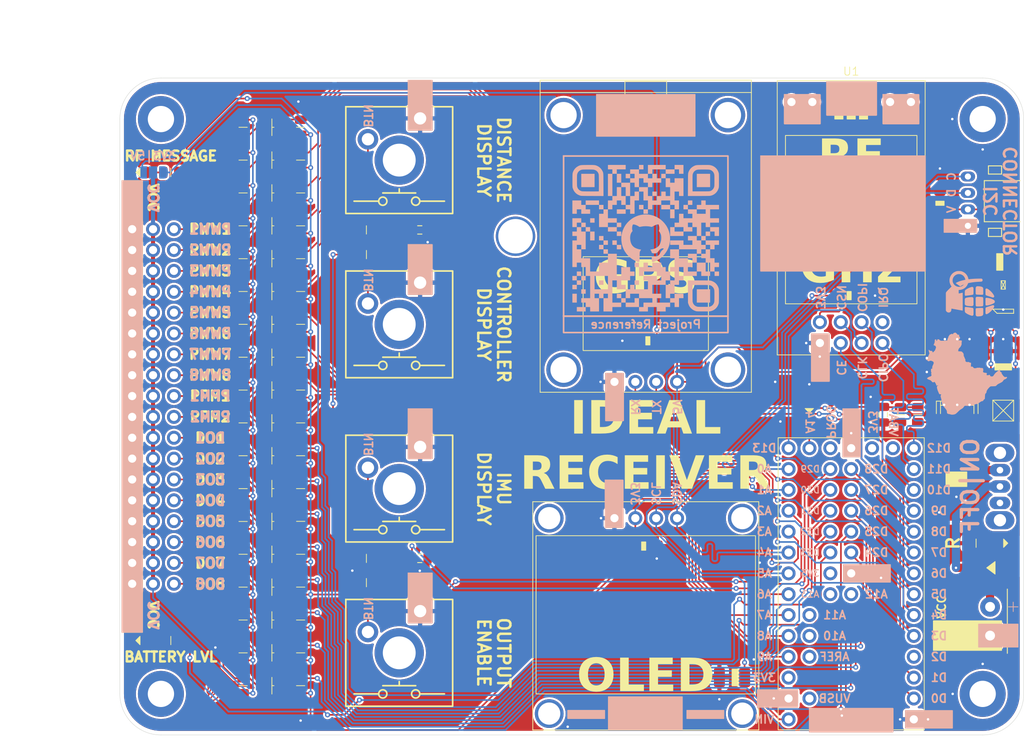
<source format=kicad_pcb>
(kicad_pcb (version 20240108) (generator "pcbnew") (generator_version "8.0")
  (layers (0 "F.Cu" signal) (31 "B.Cu" signal) (34 "B.Paste" user) (35 "F.Paste" user) (36 "B.SilkS" user "B.Silkscreen") (37 "F.SilkS" user "F.Silkscreen") (38 "B.Mask" user) (39 "F.Mask" user) (44 "Edge.Cuts" user))
  (net 0 "")
  (net 1 "GND")
  (net 2 "/Inputs and Outputs/BOTAO1")
  (net 3 "/Inputs and Outputs/BOTAO2")
  (net 4 "/Inputs and Outputs/BOTAO3")
  (net 5 "/Inputs and Outputs/BOTAO4")
  (net 6 "+3V3")
  (net 7 "VBUS")
  (net 8 "+5V")
  (net 9 "/Main Logic/A14")
  (net 10 "Net-(D1-Pad2)")
  (net 11 "Net-(D2-A)")
  (net 12 "Net-(D2-K)")
  (net 13 "Net-(D6-Pad2)")
  (net 14 "Net-(D7-Pad2)")
  (net 15 "Net-(U3-VOUT)")
  (net 16 "Net-(U4-VO)")
  (net 17 "SDA")
  (net 18 "SCL")
  (net 19 "RX0")
  (net 20 "TX1")
  (net 21 "VCC")
  (net 22 "HDOUT6")
  (net 23 "HDOUT4")
  (net 24 "HPWM7")
  (net 25 "HDOUT5")
  (net 26 "HPPM2")
  (net 27 "HPPM1")
  (net 28 "HDOUT3")
  (net 29 "HPWM4")
  (net 30 "HPWM6")
  (net 31 "HPWM3")
  (net 32 "HDOUT8")
  (net 33 "HPWM8")
  (net 34 "HDOUT7")
  (net 35 "HPWM5")
  (net 36 "HDOUT1")
  (net 37 "HDOUT2")
  (net 38 "HPWM1")
  (net 39 "HPWM2")
  (net 40 "/Inputs and Outputs/LED1")
  (net 41 "/Inputs and Outputs/LED2")
  (net 42 "/Inputs and Outputs/PWM1")
  (net 43 "/Inputs and Outputs/PWM2")
  (net 44 "/Inputs and Outputs/PWM3")
  (net 45 "/Inputs and Outputs/PWM4")
  (net 46 "/Inputs and Outputs/PWM5")
  (net 47 "/Inputs and Outputs/PWM6")
  (net 48 "/Inputs and Outputs/PWM7")
  (net 49 "/Inputs and Outputs/PWM8")
  (net 50 "/Inputs and Outputs/DOUT1")
  (net 51 "/Inputs and Outputs/DOUT5")
  (net 52 "/Inputs and Outputs/DOUT2")
  (net 53 "/Inputs and Outputs/DOUT6")
  (net 54 "/Inputs and Outputs/DOUT3")
  (net 55 "/Inputs and Outputs/DOUT7")
  (net 56 "/Inputs and Outputs/DOUT4")
  (net 57 "/Inputs and Outputs/DOUT8")
  (net 58 "/Inputs and Outputs/PPM1")
  (net 59 "/Inputs and Outputs/PPM2")
  (net 61 "CIPO")
  (net 63 "CSN")
  (net 64 "COPI")
  (net 65 "SCK")
  (net 66 "CE")
  (footprint "Custom:nabo" (layer "F.Cu") (at 72 128.5)
    (property "Reference" "G***" (hide yes))
    (property "Value" "LOGO" (hide yes))
  )
  (footprint "Connector_PinHeader_2.54mm:PinHeader_1x18_P2.54mm_Vertical" (layer "F.Cu") (at 62.5 92.5)
    (property "Reference" "J6" (hide yes))
    (property "Value" "Conn_01x18_Pin" (hide yes))
  )
  (footprint "Resistor_SMD:R_0805_2012Metric" (layer "F.Cu") (at 83 118.5 90)
    (property "Reference" "R34" (hide yes))
    (property "Value" "10k")
  )
  (footprint "Resistor_SMD:R_0805_2012Metric" (layer "F.Cu") (at 76 90.5 -90)
    (property "Reference" "R46" (hide yes))
    (property "Value" "10k")
  )
  (footprint "Resistor_SMD:R_0805_2012Metric" (layer "F.Cu") (at 83 66.5 90)
    (property "Reference" "R17" (hide yes))
    (property "Value" "10k")
  )
  (footprint "Custom:SIMAIR_OLED" (layer "F.Cu") (at 125 106.1)
    (property "Reference" "J2")
    (property "Value" "Conn_01x04_Socket")
  )
  (footprint "Package_TO_SOT_SMD:SOT-23" (layer "F.Cu") (at 79.5 98.5 180)
    (property "Reference" "Q9" (hide yes))
    (property "Value" "BSS138")
  )
  (footprint "Package_TO_SOT_SMD:SOT-23" (layer "F.Cu") (at 79.5 82.5 180)
    (property "Reference" "Q7" (hide yes))
    (property "Value" "BSS138" (hide yes))
  )
  (footprint "Resistor_SMD:R_0805_2012Metric" (layer "F.Cu") (at 67.2 64 180)
    (property "Reference" "R9" (hide yes))
    (property "Value" "1k")
  )
  (footprint "Resistor_SMD:R_0805_2012Metric" (layer "F.Cu") (at 156 93.5 -90)
    (property "Reference" "R3" (hide yes))
    (property "Value" "33k" (hide yes))
  )
  (footprint "Custom:EByte_NRF24L01_Breakout" (layer "F.Cu") (at 150 83.5)
    (property "Reference" "U1")
    (property "Value" "NRF24L01")
  )
  (footprint "Package_TO_SOT_SMD:SOT-23" (layer "F.Cu") (at 79.5 122.5 180)
    (property "Reference" "Q14" (hide yes))
    (property "Value" "BSS138")
  )
  (footprint "Resistor_SMD:R_0805_2012Metric" (layer "F.Cu") (at 83 58.5 90)
    (property "Reference" "R13" (hide yes))
    (property "Value" "10k")
  )
  (footprint "Resistor_SMD:R_0805_2012Metric" (layer "F.Cu") (at 83 90.5 90)
    (property "Reference" "R45" (hide yes))
    (property "Value" "10k")
  )
  (footprint "Resistor_SMD:R_0805_2012Metric" (layer "F.Cu") (at 76 114.5 90)
    (property "Reference" "R32" (hide yes))
    (property "Value" "10k")
  )
  (footprint "Custom:Teensy_3.2" (layer "F.Cu") (at 150 130.6 180)
    (property "Reference" "U2" (hide yes))
    (property "Value" "Teensy3.2")
  )
  (footprint "PCM_Switch_Keyboard_Cherry_MX:SW_Cherry_MX_PCB_1.00u" (layer "F.Cu") (at 95 102.5)
    (property "Reference" "SW4" (hide yes))
    (property "Value" "MX" (hide yes))
  )
  (footprint "LED_SMD:LED_0805_2012Metric" (layer "F.Cu") (at 168.8 109.15 180)
    (property "Reference" "D1" (hide yes))
    (property "Value" "RED" (hide yes))
  )
  (footprint "Capacitor_Tantalum_SMD:CP_EIA-3216-18_Kemet-A" (layer "F.Cu") (at 125 109.5)
    (property "Reference" "C11" (hide yes))
    (property "Value" "1uF" (hide yes))
  )
  (footprint "Resistor_SMD:R_0805_2012Metric" (layer "F.Cu") (at 76 86.5 -90)
    (property "Reference" "R28" (hide yes))
    (property "Value" "10k")
  )
  (footprint "Package_TO_SOT_SMD:SOT-23" (layer "F.Cu") (at 79.5 126.5 180)
    (property "Reference" "Q16" (hide yes))
    (property "Value" "BSS138")
  )
  (footprint "Resistor_SMD:R_0805_2012Metric" (layer "F.Cu") (at 76 98.5 90)
    (property "Reference" "R31" (hide yes))
    (property "Value" "10k")
  )
  (footprint "Package_TO_SOT_SMD:SOT-23" (layer "F.Cu") (at 79.5 114.5 180)
    (property "Reference" "Q10" (hide yes))
    (property "Value" "BSS138")
  )
  (footprint "Custom:WitMotion_NMEA0183" (layer "F.Cu") (at 125 89.5)
    (property "Reference" "J3")
    (property "Value" "Conn_01x04_Socket")
  )
  (footprint "MountingHole:MountingHole_3.2mm_M3_DIN965_Pad_TopBottom" (layer "F.Cu") (at 166 57.5)
    (property "Reference" "REF**" (hide yes))
    (property "Value" "MountingHole_3.2mm_M3_DIN965_Pad_TopBottom" (hide yes))
  )
  (footprint "Resistor_SMD:R_0805_2012Metric" (layer "F.Cu") (at 83 114.5 90)
    (property "Reference" "R30" (hide yes))
    (property "Value" "10k")
  )
  (footprint "Resistor_SMD:R_0805_2012Metric" (layer "F.Cu") (at 76 78.5 -90)
    (property "Reference" "R24" (hide yes))
    (property "Value" "10k")
  )
  (footprint "Connector_JST:JST_PH_S4B-PH-K_1x04_P2.00mm_Horizontal" (layer "F.Cu") (at 164.2 70.5 90)
    (property "Reference" "J1" (hide yes))
    (property "Value" "Conn_01x04_Socket" (hide yes))
  )
  (footprint "Resistor_SMD:R_0805_2012Metric" (layer "F.Cu") (at 76 58.5 -90)
    (property "Reference" "R14" (hide yes))
    (property "Value" "10k")
  )
  (footprint "Capacitor_SMD:C_0805_2012Metric" (layer "F.Cu") (at 97.5 114)
    (property "Reference" "C4" (hide yes))
    (property "Value" "10nF")
  )
  (footprint "Resistor_SMD:R_0805_2012Metric" (layer "F.Cu") (at 76 122.5 90)
    (property "Reference" "R40" (hide yes))
    (property "Value" "10k")
  )
  (footprint "Connector_PinHeader_2.54mm:PinHeader_1x18_P2.54mm_Vertical" (layer "F.Cu") (at 65.04 92.5)
    (property "Reference" "J5" (hide yes))
    (property "Value" "Conn_01x18_Pin" (hide yes))
  )
  (footprint "Resistor_SMD:R_0805_2012Metric" (layer "F.Cu") (at 76 94.5 90)
    (property "Reference" "R48" (hide yes))
    (property "Value" "10k")
  )
  (footprint "Resistor_SMD:R_0805_2012Metric" (layer "F.Cu") (at 91 71)
    (property "Reference" "R7" (hide yes))
    (property "Value" "10k")
  )
  (footprint "Package_TO_SOT_SMD:SOT-23" (layer "F.Cu") (at 79.5 66.5 180)
    (property "Reference" "Q3" (hide yes))
    (property "Value" "BSS138")
  )
  (footprint "Package_TO_SOT_SMD:SOT-23" (layer "F.Cu") (at 79.5 90.5 180)
    (property "Reference" "Q17" (hide yes))
    (property "Value" "BSS138")
  )
  (footprint "Connector_PinHeader_2.54mm:PinHeader_1x18_P2.54mm_Vertical" (layer "F.Cu") (at 67.58 92.5)
    (property "Reference" "J7" (hide yes))
    (property "Value" "Conn_01x18_Pin" (hide yes))
  )
  (footprint "Resistor_SMD:R_0805_2012Metric" (layer "F.Cu") (at 76 102.5 90)
    (property "Reference" "R35" (hide yes))
    (property "Value" "10k")
  )
  (footprint "Resistor_SMD:R_0805_2012Metric" (layer "F.Cu") (at 83 86.5 90)
    (property "Reference" "R27" (hide yes))
    (property "Value" "10k")
  )
  (footprint "Package_TO_SOT_SMD:SOT-23-5" (layer "F.Cu") (at 168.5 80.9 90)
    (property "Reference" "U3" (hide yes))
    (property "Value" "AP2112K-3.3" (hide yes))
  )
  (footprint "MountingHole:MountingHole_3.2mm_M3_DIN965_Pad_TopBottom" (layer "F.Cu") (at 66 127.5)
    (property "Reference" "REF**" (hide yes))
    (property "Value" "MountingHole_3.2mm_M3_DIN965_Pad_TopBottom" (hide yes))
  )
  (footprint "Capacitor_Tantalum_SMD:CP_EIA-3216-18_Kemet-A" (layer "F.Cu") (at 150 79)
    (property "Reference" "C5" (hide yes))
    (property "Value" "1uF" (hide yes))
  )
  (footprint "Resistor_SMD:R_0805_2012Metric" (layer "F.Cu") (at 76 126.5 90)
    (property "Reference" "R44" (hide yes))
    (property "Value" "10k")
  )
  (footprint "Resistor_SMD:R_0805_2012Metric" (layer "F.Cu") (at 76 118.5 90)
    (property "Reference" "R36" (hide yes))
    (property "Value" "10k")
  )
  (footprint "Resistor_SMD:R_0805_2012Metric" (layer "F.Cu") (at 83 94.5 90)
    (property "Reference" "R47" (hide yes))
    (property "Value" "10k")
  )
  (footprint "Capacitor_Tantalum_SMD:CP_EIA-7343-31_Kemet-D" (layer "F.Cu") (at 162.8 102.25 -90)
    (property "Reference" "C6" (hide yes))
    (property "Value" "22uF" (hide yes))
  )
  (footprint "Resistor_SMD:R_0805_2012Metric" (layer "F.Cu") (at 83 62.5 90)
    (property "Reference" "R15" (hide yes))
    (property "Value" "10k")
  )
  (footprint "Diode_SMD:D_SMA" (layer "F.Cu") (at 167 112.15)
    (property "Reference" "D2" (hide yes))
    (property "Value" "SS34" (hide yes))
  )
  (footprint "PCM_Switch_Keyboard_Cherry_MX:SW_Cherry_MX_PCB_1.00u" (layer "F.Cu") (at 95 62.5)
    (property "Reference" "SW2" (hide yes))
    (property "Value" "MX" (hide yes))
  )
  (footprint "Package_TO_SOT_SMD:SOT-23" (layer "F.Cu") (at 79.5 58.5 180)
    (property "Reference" "Q1" (hide yes))
    (property "Value" "BSS138" (hide yes))
  )
  (footprint "Capacitor_SMD:C_0805_2012Metric" (layer "F.Cu") (at 153.9 93.5 -90)
    (property "Reference" "C9" (hide yes))
    (property "Value" "100nF" (hide yes))
  )
  (footprint "LED_SMD:LED_0805_2012Metric" (layer "F.Cu") (at 63.2 121)
    (property "Reference" "D7" (hide yes))
    (property "Value" "YELLOW")
  )
  (footprint "Resistor_SMD:R_0805_2012Metric" (layer "F.Cu") (at 165.2 109.15 180)
    (property "Reference" "R1" (hide yes))
    (property "Value" "10k" (hide yes))
  )
  (footprint "Capacitor_Tantalum_SMD:CP_EIA-3216-18_Kemet-A" (layer "F.Cu") (at 125 84.5 180)
    (property "Reference" "C12" (hide yes))
    (property "Value" "1uF" (hide yes))
  )
  (footprint "Resistor_SMD:R_0805_2012Metric" (layer "F.Cu") (at 76 70.5 -90)
    (property "Reference" "R20" (hide yes))
    (property "Value" "10k")
  )
  (footprint "Resistor_SMD:R_0805_2012Metric" (layer "F.Cu") (at 91 74)
    (property "Reference" "R8" (hide yes))
    (property "Value" "10k")
  )
  (footprint "Diode_SMD:D_MiniMELF" (layer "F.Cu") (at 144.9 93 90)
    (property "Reference" "DZ1" (hide yes))
    (property "Value" "3V3" (hide yes))
  )
  (footprint "Resistor_SMD:R_0805_2012Metric" (layer "F.Cu") (at 76 62.5 -90)
    (property "Reference" "R16" (hide yes))
    (property "Value" "10k")
  )
  (footprint "MountingHole:MountingHole_3.2mm_M3_DIN965_Pad_TopBottom" (layer "F.Cu") (at 66 57.5)
    (property "Reference" "REF**" (hide yes))
    (property "Value" "MountingHole_3.2mm_M3_DIN965_Pad_TopBottom" (hide yes))
  )
  (footprint "Resistor_SMD:R_0805_2012Metric" (layer "F.Cu") (at 76 82.5 -90)
    (property "Reference" "R26" (hide yes))
    (property "Value" "10k")
  )
  (footprint "Package_TO_SOT_SMD:SOT-23" (layer "F.Cu") (at 79.5 70.5 180)
    (property "Reference" "Q4" (hide yes))
    (property "Value" "BSS138")
  )
  (footprint "Package_TO_SOT_SMD:SOT-23" (layer "F.Cu") (at 79.5 86.5 180)
    (property "Reference" "Q8" (hide yes))
    (property "Value" "BSS138")
  )
  (footprint "Resistor_SMD:R_0805_2012Metric" (layer "F.Cu") (at 83 74.5 90)
    (property "Reference" "R21" (hide yes))
    (property "Value" "10k")
  )
  (footprint "PCM_Switch_Keyboard_Cherry_MX:SW_Cherry_MX_PCB_1.00u" (layer "F.Cu") (at 95 82.5)
    (property "Reference" "SW3" (hide yes))
    (property "Value" "MX" (hide yes))
  )
  (footprint "LED_SMD:LED_0805_2012Metric" (layer "F.Cu") (at 63.2 64)
    (property "Reference" "D6" (hide yes))
    (property "Value" "YELLOW")
  )
  (footprint "Resistor_SMD:R_0805_2012Metric" (layer "F.Cu") (at 83 98.5 90)
    (property "Reference" "R29" (hide yes))
    (property "Value" "10k")
  )
  (footprint "Package_TO_SOT_SMD:SOT-23" (layer "F.Cu") (at 79.5 110.5 180)
    (property "Reference" "Q15" (hide yes))
    (property "Value" "BSS138")
  )
  (footprint "PCM_Switch_Keyboard_Cherry_MX:SW_Cherry_MX_PCB_1.00u" (layer "F.Cu") (at 95 122.5)
    (property "Reference" "SW5" (hide yes))
    (property "Value" "MX" (hide yes))
  )
  (footprint "Resistor_SMD:R_0805_2012Metric" (layer "F.Cu") (at 83 126.5 90)
    (property "Reference" "R42" (hide yes))
    (property "Value" "10k")
  )
  (footprint "Resistor_SMD:R_0805_2012Metric" (layer "F.Cu") (at 91 111)
    (property "Reference" "R11" (hide yes))
    (property "Value" "10k")
  )
  (footprint "Package_TO_SOT_SMD:SOT-23" (layer "F.Cu") (at 79.5 74.5 180)
    (property "Reference" "Q5" (hide yes))
    (property "Value" "BSS138")
  )
  (footprint "Resistor_SMD:R_0805_2012Metric" (layer "F.Cu") (at 158.1 93.5 90)
    (property "Reference" "R2" (hide yes))
    (property "Value" "51k" (hide yes))
  )
  (footprint "Resistor_SMD:R_0805_2012Metric" (layer "F.Cu") (at 83 102.5 90)
    (property "Reference" "R33" (hide yes))
    (property "Value" "10k")
  )
  (footprint "Package_TO_SOT_SMD:TO-252-2" (layer "F.Cu") (at 162.9 89.56 90)
    (property "Reference" "U4" (hide yes))
    (property "Value" "LM78M05_TO252" (hide yes))
  )
  (footprint "Resistor_SMD:R_0805_2012Metric" (layer "F.Cu") (at 76 74.5 -90)
    (property "Reference" "R22" (hide yes))
    (property "Value" "10k")
  )
  (footprint "TerminalBlock_4Ucon:TerminalBlock_4Ucon_1x02_P3.50mm_Horizontal" (layer "F.Cu") (at 166.9 120.4 90)
    (property "Reference" "J4" (hide yes))
    (property "Value" "Conn_01x02" (hide yes))
  )
  (footprint "Capacitor_Tantalum_SMD:CP_EIA-3216-18_Kemet-A" (layer "F.Cu") (at 160.8 67.5 90)
    (property "Reference" "C10" (hide yes))
    (property "Value" "1uF" (hide yes))
  )
  (footprint "MountingHole:MountingHole_3.2mm_M3_DIN965_Pad_TopBottom" (layer "F.Cu") (at 166 127.5)
    (property "Reference" "REF**" (hide yes))
    (property "Value" "MountingHole_3.2mm_M3_DIN965_Pad_TopBottom" (hide yes))
  )
  (footprint "Resistor_SMD:R_0805_2012Metric" (layer "F.Cu") (at 76 66.5 -90)
    (property "Reference" "R18" (hide yes))
    (property "Value" "10k")
  )
  (footprint "Resistor_SMD:R_0805_2012Metric" (layer "F.Cu") (at 83 110.5 90)
    (property "Reference" "R41" (hide yes))
    (property "Value" "10k")
  )
  (footprint "Button_Switch_THT:SW_Slide_SPDT_Straight_CK_OS102011MS2Q" (layer "F.Cu") (at 168.1 104.25 90)
    (property "Reference" "SW1" (hide yes))
    (property "Value" "SW_SPDT" (hide yes))
  )
  (footprint "Capacitor_Tantalum_SMD:CP_EIA-3528-21_Kemet-B" (layer "F.Cu") (at 135.5 125.5 180)
    (property "Reference" "C7" (hide yes))
    (property "Value" "10uF" (hide yes))
  )
  (footprint "Package_TO_SOT_SMD:SOT-23" (layer "F.Cu") (at 79.5 118.5 180)
    (property "Reference" "Q12" (hide yes))
    (property "Value" "BSS138")
  )
  (footprint "Fuse:Fuse_1812_4532Metric" (layer "F.Cu") (at 168.5 93 90)
    (property "Reference" "F2" (hide yes))
    (property "Value" "Fuse" (hide yes))
  )
  (footprint "Package_TO_SOT_SMD:SOT-23" (layer "F.Cu") (at 79.5 78.5 180)
    (property "Reference" "Q6" (hide yes))
    (property "Value" "BSS138")
  )
  (footprint "Resistor_SMD:R_0805_2012Metric" (layer "F.Cu") (at 76 110.5 90)
    (property "Reference" "R43" (hide yes))
    (property "Value" "10k")
  )
  (footprint "Resistor_SMD:R_0805_2012Metric" (layer "F.Cu") (at 83 122.5 90)
    (property "Reference" "R38" (hide yes))
    (property "Value" "10k")
  )
  (footprint "Capacitor_Tantalum_SMD:CP_EIA-3528-21_Kemet-B" (layer "F.Cu") (at 167.7 74.9 180)
    (property "Reference" "C8" (hide yes))
    (property "Value" "10uF" (hide yes))
  )
  (footprint "Capacitor_SMD:C_0805_2012Metric" (layer "F.Cu") (at 97.5 71)
    (property "Reference" "C1" (hide yes))
    (property "Value" "10nF")
  )
  (footprint "Resistor_SMD:R_0805_2012Metric" (layer "F.Cu") (at 91 113.95)
    (property "Reference" "R12" (hide yes))
    (property "Value" "10k")
  )
  (footprint "Capacitor_SMD:C_0805_2012Metric" (layer "F.Cu") (at 97.5 111)
    (property "Reference" "C3" (hide yes))
    (property "Value" "10nF")
  )
  (footprint "Resistor_SMD:R_0805_2012Metric" (layer "F.Cu") (at 83 106.5 90)
    (property "Reference" "R37" (hide yes))
    (property "Value" "10k")
  )
  (footprint "Resistor_SMD:R_0805_2012Metric" (layer "F.Cu") (at 83 82.5 90)
    (property "Reference" "R25" (hide yes))
    (property "Value" "10k")
  )
  (footprint "Package_TO_SOT_SMD:SOT-23" (layer "F.Cu") (at 79.5 62.5 180)
    (property "Reference" "Q2" (hide yes))
    (property "Value" "BSS138")
  )
  (footprint "Package_TO_SOT_SMD:SOT-23" (layer "F.Cu") (at 79.5 106.5 180)
    (property "Reference" "Q13" (hide yes))
    (property "Value" "BSS138")
  )
  (footprint "Resistor_SMD:R_0805_2012Metric" (layer "F.Cu") (at 83 70.5 90)
    (property "Reference" "R19" (hide yes))
    (property "Value" "10k")
  )
  (footprint "Resistor_SMD:R_0805_2012Metric" (layer "F.Cu") (at 83 78.5 90)
    (property "Reference" "R23" (hide yes))
    (property "Value" "10k")
  )
  (footprint "Capacitor_Tantalum_SMD:CP_EIA-3528-21_Kemet-B" (layer "F.Cu") (at 168.5 87.3 90)
    (property "Reference" "C13" (hide yes))
    (property "Value" "10uF" (hide yes))
  )
  (footprint "Fuse:Fuse_0805_2012Metric" (layer "F.Cu") (at 168.5 77.7)
    (property "Reference" "F1" (hide yes))
    (property "Value" "Fuse" (hide yes))
  )
  (footprint "Resistor_SMD:R_0805_2012Metric" (layer "F.Cu") (at 67.2 121 180)
    (property "Reference" "R10" (hide yes))
    (property "Value" "1k")
  )
  (footprint "Package_TO_SOT_SMD:SOT-23" (layer "F.Cu") (at 79.5 94.5 180)
    (property "Reference" "Q18" (hide yes))
    (property "Value" "BSS138")
  )
  (footprint "Resistor_SMD:R_0805_2012Metric" (layer "F.Cu") (at 76 106.5 90)
    (property "Reference" "R39" (hide yes))
    (property "Value" "10k")
  )
  (footprint "Capacitor_SMD:C_0805_2012Metric" (layer "F.Cu") (at 97.5 74)
    (property "Reference" "C2" (hide yes))
    (property "Value" "10nF")
  )
  (footprint "Package_TO_SOT_SMD:SOT-23" (layer "F.Cu") (at 79.5 102.5 180)
    (property "Reference" "Q11" (hide yes))
    (property "Value" "BSS138")
  )
  (footprint "Custom:grenade" (layer "B.Cu") (at 164.5 79 -90)
    (property "Reference" "G***" (hide yes))
    (property "Value" "LOGO" (hide yes))
  )
  (footprint "Custom:github-qrcode" (layer "B.Cu") (at 125 72 180)
    (property "Reference" "G***")
    (property "Value" "LOGO" (hide yes))
  )
  (footprint "Custom:brazil" (layer "B.Cu") (at 164 88.5 -90)
    (property "Reference" "G***" (hide yes))
    (property "Value" "LOGO" (hide yes))
  )
  (footprint "Jumper:SolderJumper-3_P1.3mm_Open_RoundedPad1.0x1.5mm" (layer "B.Cu") (at 65.04 64)
    (property "Reference" "JP1" (hide yes))
    (property "Value" "SolderJumper_3_Open")
  )
  (gr_rect (start 115.5 129.5) (end 120 130.5) (stroke (width 0.1)) (fill solid) (layer "B.SilkS"))
  (gr_rect (start 96.1 72.8) (end 99 78.85) (stroke (width 0.15)) (fill solid) (layer "B.SilkS"))
  (gr_rect (start 141.9 54.55) (end 146.2 58.05) (stroke (width 0.2)) (fill solid) (layer "B.SilkS"))
  (gr_rect (start 115 62) (end 135 81.5) (stroke (width 0.2)) (fill none) (layer "B.SilkS"))
  (gr_rect (start 120.15 88.5) (end 122.25 94.2) (stroke (width 0.2)) (fill solid) (layer "B.SilkS"))
  (gr_rect (start 156.625 129.55) (end 162.3 131.65) (stroke (width 0.15)) (fill solid) (layer "B.SilkS"))
  (gr_rect (start 61.25 65) (end 63.75 120) (stroke (width 0.1)) (fill solid) (layer "B.SilkS"))
  (gr_rect (start 165.5 119) (end 170.3 121.8) (stroke (width 0.1)) (fill solid) (layer "B.SilkS"))
  (gr_rect (start 96.1 92.8) (end 99 98.85) (stroke (width 0.15)) (fill solid) (layer "B.SilkS"))
  (gr_rect (start 130 129.5) (end 134.5 130.5) (stroke (width 0.1)) (fill solid) (layer "B.SilkS"))
  (gr_rect (start 144.95 129.3) (end 155.05 132.1) (stroke (width 0.2)) (fill solid) (layer "B.SilkS"))
  (gr_rect (start 139 62) (end 159 76) (stroke (width 0.15)) (fill solid) (layer "B.SilkS"))
  (gr_rect (start 149.075 111.775) (end 154.75 113.875) (stroke (width 0.15)) (fill solid) (layer "B.SilkS"))
  (gr_rect (start 115 81.5) (end 135 83.5) (stroke (width 0.2)) (fill none) (layer "B.SilkS"))
  (gr_rect (start 96.1 112.8) (end 99 118.85) (stroke (width 0.15)) (fill solid) (layer "B.SilkS"))
  (gr_rect (start 149 92.8) (end 151.1 98.625) (stroke (width 0.15)) (fill solid) (layer "B.SilkS"))
  (gr_rect (start 138.605 127.01) (end 143.48 129.11) (stroke (width 0.15)) (fill solid) (layer "B.SilkS"))
  (gr_rect (start 120.45 127.85) (end 129.45 131.85) (stroke (width 0.1)) (fill solid) (layer "B.SilkS"))
  (gr_rect (start 119 54.5) (end 131 59.6) (stroke (width 0.1)) (fill solid) (layer "B.SilkS"))
  (gr_rect (start 96.1 52.8) (end 99 58.85) (stroke (width 0.15)) (fill solid) (layer "B.SilkS"))
  (gr_rect (start 153.9 54.55) (end 158.2 58.05) (stroke (width 0.2)) (fill solid) (layer "B.SilkS"))
  (gr_rect (start 147.05 53) (end 153.05 57) (stroke (width 0.2)) (fill solid) (layer "B.SilkS"))
  (gr_rect (start 120.1 101.5) (end 122.2 107.2) (stroke (width 0.2)) (fill solid) (layer "B.SilkS"))
  (gr_rect (start 161.3 69.7) (end 165.3 71.3) (stroke (width 0.1)) (fill solid) (layer "B.SilkS"))
  (gr_rect (start 145.2 83.7) (end 147.3 89.4) (stroke (width 0.2)) (fill solid) (layer "B.SilkS"))
  (gr_rect (start 61.25 65) (end 63.75 120) (stroke (width 0.1)) (fill solid) (layer "F.SilkS"))
  (gr_rect (start 160 118.6) (end 168.3 122.2) (stroke (width 0.1)) (fill solid) (layer "F.SilkS"))
  (gr_arc (start 166 52.5) (mid 169.535534 53.964466) (end 171 57.5) (stroke (width 0.05)) (layer "Edge.Cuts"))
  (gr_line (start 66 132.5) (end 166 132.5) (stroke (width 0.05)) (layer "Edge.Cuts"))
  (gr_line (start 171 57.5) (end 171 127.5) (stroke (width 0.05)) (layer "Edge.Cuts"))
  (gr_arc (start 61 57.5) (mid 62.464466 53.964466) (end 66 52.5) (stroke (width 0.05)) (layer "Edge.Cuts"))
  (gr_arc (start 66 132.5) (mid 62.464466 131.035534) (end 61 127.5) (stroke (width 0.05)) (layer "Edge.Cuts"))
  (gr_line (start 166 52.5) (end 66 52.5) (stroke (width 0.05)) (layer "Edge.Cuts"))
  (gr_line (start 61 57.5) (end 61 127.5) (stroke (width 0.05)) (layer "Edge.Cuts"))
  (gr_arc (start 171 127.5) (mid 169.535534 131.035534) (end 166 132.5) (stroke (width 0.05)) (layer "Edge.Cuts"))
  (gr_text "3V3" (at 152.59 94.395 -90) (layer "B.SilkS") (effects (font (size 1 1) (thickness 0.2) (bold yes)) (justify mirror)))
  (gr_text "D7" (at 160.675 110.28 0) (layer "B.SilkS") (effects (font (size 1 1) (thickness 0.2) (bold yes)) (justify mirror)))
  (gr_text "D10" (at 160.675 102.66 0) (layer "B.SilkS") (effects (font (size 1 1) (thickness 0.2) (bold yes)) (justify mirror)))
  (gr_text "I2C\nCONNECTOR" (at 168.2 67.5 90) (layer "B.SilkS") (effects (font (size 1.5 1.5) (thickness 0.3) (bold yes)) (justify mirror)))
  (gr_text "3V3" (at 123.68 103.125 270) (layer "B.SilkS") (effects (font (size 1 1) (thickness 0.2) (bold yes)) (justify mirror)))
  (gr_text "DO3" (at 72 101.42 -0) (layer "B.SilkS") (effects (font (size 1.2 1.2) (thickness 0.3) (bold yes)) (justify mirror)))
  (gr_text "D4" (at 160.675 117.9 0) (layer "B.SilkS") (effects (font (size 1 1) (thickness 0.2) (bold yes)) (justify mirror)))
  (gr_text "D5" (at 160.675 115.36 0) (layer "B.SilkS") (effects (font (size 1 1) (thickness 0.2) (bold yes)) (justify mirror)))
  (gr_text "D29" (at 145.005 100.12 0) (layer "B.SilkS") (effects (font (size 0.8 0.8) (thickness 0.15) (bold yes)) (justify mirror)))
  (gr_text "VCC" (at 65.04 116 -90) (layer "B.SilkS") (effects (font (size 1.2 1.2) (thickness 0.3) (bold yes)) (justify right mirror)))
  (gr_text "D3" (at 160.675 120.44 0) (layer "B.SilkS") (effects (font (size 1 1) (thickness 0.2) (bold yes)) (justify mirror)))
  (gr_text "3V3|5V" (at 65.04 62 0) (layer "B.SilkS") (effects (font (size 1 1) (thickness 0.2) (bold yes)) (justify mirror)))
  (gr_text "D2" (at 160.675 122.98 0) (layer "B.SilkS") (effects (font (size 1 1) (thickness 0.2) (bold yes)) (justify mirror)))
  (gr_text "Project Reference" (at 125 82.5 0) (layer "B.SilkS") (effects (font (size 1 1) (thickness 0.2) (bold yes)) (justify mirror)))
  (gr_text "DO1" (at 72 96.34 -0) (layer "B.SilkS") (effects (font (size 1.2 1.2) (thickness 0.3) (bold yes)) (justify mirror)))
  (gr_text "ON|OFF" (at 164.5 102.2 90) (layer "B.SilkS") (effects (font (size 2 2) (thickness 0.4) (bold yes)) (justify mirror)))
  (gr_text "3V3" (at 139.425 125.52 0) (layer "B.SilkS") (effects (font (size 1 1) (thickness 0.2) (bold yes)) (justify mirror)))
  (gr_text "D1" (at 160.675 125.52 0) (layer "B.SilkS") (effects (font (size 1 1) (thickness 0.2) (bold yes)) (justify mirror)))
  (gr_text "DO7" (at 72 111.58 -0) (layer "B.SilkS") (effects (font (size 1.2 1.2) (thickness 0.3) (bold yes)) (justify mirror)))
  (gr_text "CLK" (at 151.32 87.775 -90) (layer "B.SilkS") (effects (font (size 1 1) (thickness 0.2) (bold yes)) (justify mirror)))
  (gr_text "D32" (at 145.005 107.74 0) (layer "B.SilkS") (effects (font (size 0.8 0.8) (thickness 0.15) (bold yes)) (justify mirror)))
  (gr_text "A4" (at 139.425 110.28 0) (layer "B.SilkS") (effects (font (size 1 1) (thickness 0.2) (bold yes)) (justify mirror)))
  (gr_text "D33" (at 145.005 110.28 0) (layer "B.SilkS") (effects (font (size 0.8 0.8) (thickness 0.15) (bold yes)) (justify mirror)))
  (gr_text "3V3" (at 145.005 112.82 0) (layer "B.SilkS") (effects (font (size 0.8 0.8) (thickness 0.15) (bold yes)) (justify mirror)))
  (gr_text "A6" (at 139.425 115.36 0) (layer "B.SilkS") (effects (font (size 1 1) (thickness 0.2) (bold yes)) (justify mirror)))
  (gr_text "D9" (at 160.675 105.2 0) (layer "B.SilkS") (effects (font (size 1 1) (thickness 0.2) (bold yes)) (justify mirror)))
  (gr_text "A2" (at 139.425 105.2 0) (layer "B.SilkS") (effects (font (size 1 1) (thickness 0.2) (bold yes)) (justify mirror)))
  (gr_text "D31" (at 145.005 105.2 0) (layer "B.SilkS") (effects (font (size 0.8 0.8) (thickness 0.15) (bold yes)) (justify mirror)))
  (gr_text "D6" (at 160.675 112.82 0) (layer "B.SilkS") (effects (font (size 1 1) (thickness 0.2) (bold yes)) (justify mirror)))
  (gr_text "D25" (at 153.055 107.74 0) (layer "B.SilkS") (effects (font (size 1 1) (thickness 0.2) (bold yes)) (justify mirror)))
  (gr_text "PWM8" (at 72 88.69 -0) (layer "B.SilkS") (effects (font (size 1.2 1.2) (thickness 0.3) (bold yes)) (justify mirror)))
  (gr_text "3V3" (at 146.24 79.225 -90) (layer "B.SilkS") (effects (font (size 1 1) (thickness 0.2) (bold yes)) (justify mirror)))
  (gr_text "D28" (at 153.055 100.12 0) (layer "B.SilkS") (effects (font (size 1 1) (thickness 0.2) (bold yes)) (justify mirror)))
  (gr_text "PROG" (at 147.51 94.395 -90) (layer "B.SilkS") (effects (font (size 1 1) (thickness 0.2) (bold yes)) (justify mirror)))
  (gr_text "C" (at 162.2 64.5 90) (layer "B.SilkS") (effects (font (size 1 1) (thickness 0.2) (bold yes)) (justify mirror)))
  (gr_text "A1" (at 139.425 102.66 0) (layer "B.SilkS") (effects (font (size 1 1) (thickness 0.2) (bold yes)) (justify mirror)))
  (gr_text "A9" (at 139.425 122.98 0) (layer "B.SilkS") (effects (font (size 1 1) (thickness 0.2) (bold yes)) (justify mirror)))
  (gr_text "CIPO" (at 153.86 87.775 -90) (layer "B.SilkS") (effects (font (size 1 1) (thickness 0.2) (bold yes)) (justify mirror)))
  (gr_text "D12" (at 160.675 97.58 0) (layer "B.SilkS") (effects (font (size 1 1) (thickness 0.2) (bold yes)) (justify mirror)))
  (gr_text "BTN" (at 91.2 77.1 -90) (layer "B.SilkS") (effects (font (size 1 1) (thickness 0.2) (bold yes)) (justify mirror)))
  (gr_text "PWM7" (at 72 86.15 -0) (layer "B.SilkS") (effects (font (size 1.2 1.2) (thickness 0.3) (bold yes)) (justify mirror)))
  (gr_text "CSN" (at 148.78 79.225 -90) (layer "B.SilkS") (effects (font (size 1 1) (thickness 0.2) (bold yes)) (justify mirror)))
  (gr_text "PWM3" (at 72 75.99 -0) (layer "B.SilkS") (effects (font (size 1.2 1.2) (thickness 0.3) (bold yes)) (justify mirror)))
  (gr_text "DO6" (at 72 109.04 -0) (layer "B.SilkS") (effects (font (size 1.2 1.2) (thickness 0.3) (bold yes)) (justify mirror)))
  (gr_text "PWM2" (at 72 73.45 -0) (layer "B.SilkS") (effects (font (size 1.2 1.2) (thickness 0.3) (bold yes)) (justify mirror)))
  (gr_text "V" (at 162.2 68.5 90) (layer "B.SilkS") (effects (font (size 1 1) (thickness 0.2) (bold yes)) (justify mirror)))
  (gr_text "BTN" (at 91.2 57.1 -90) (layer "B.SilkS") (effects (font (size 1 1) (thickness 0.2) (bold yes)) (justify mirror)))
  (gr_text "VUSB" (at 147.975 128.06 0) (layer "B.SilkS") (effects (font (size 1 1) (thickness 0.2) (bold yes)) (justify mirror)))
  (gr_text "COPI" (at 151.32 79.225 -90) (layer "B.SilkS") (effects (font (size 1 1) (thickness 0.2) (bold yes)) (justify mirror)))
  (gr_text "BTN" (at 91.2 97.1 -90) (layer "B.SilkS") (effects (font (size 1 1) (thickness 0.2) (bold yes)) (justify mirror)))
  (gr_text "DO2" (at 72 98.88 -0) (layer "B.SilkS") (effects (font (size 1.2 1.2) (thickness 0.3) (bold yes)) (justify mirror)))
  (gr_text "D24" (at 153.055 110.28 0) (layer "B.SilkS") (effects (font (size 1 1) (thickness 0.2) (bold yes)) (justify mirror)))
  (gr_text "A7" (at 139.425 117.9 0) (layer "B.SilkS") (effects (font (size 1 1) (thickness 0.2) (bold yes)) (justify mirror)))
  (gr_text "PWM1" (at 72 70.91 -0) (layer "B.SilkS") (effects (font (size 1.2 1.2) (thickness 0.3) (bold yes)) (justify mirror)))
  (gr_text "D30" (at 145.005 102.66 0) (layer "B.SilkS") (effects (font (size 0.8 0.8) (thickness 0.15) (bold yes)) (justify mirror)))
  (gr_text "A5" (at 139.425 112.82 0) (layer "B.SilkS") (effects (font (size 1 1) (thickness 0.2) (bold yes)) (justify mirror)))
  (gr_text "VCC" (at 65.04 69 -90) (layer "B.SilkS") (effects (font (size 1.2 1.2) (thickness 0.3) (bold yes)) (justify left mirror)))
  (gr_text "PPM2" (at 72 93.77 -0) (layer "B.SilkS") (effects (font (size 1.2 1.2) (thickness 0.3) (bold yes)) (justify mirror)))
  (gr_text "VIN" (at 139.425 130.6 0) (layer "B.SilkS") (effects (font (size 1 1) (thickness 0.2) (bold yes)) (justify mirror)))
  (gr_text "D27" (at 153.055 102.66 0) (layer "B.SilkS") (effects (font (size 1 1) (thickness 0.2) (bold yes)) (justify mirror)))
  (gr_text "BTN" (at 91.2 117.1 -90) (layer "B.SilkS") (effects (font (size 1 1) (thickness 0.2) (bold yes)) (justify mirror)))
  (gr_text "PPM1" (at 72 91.23 -0) (layer "B.SilkS") (effects (font (size 1.2 1.2) (thickness 0.3) (bold yes)) (justify mirror)))
  (gr_text "PWM4" (at 72 78.53 -0) (layer "B.SilkS") (effects (font (size 1.2 1.2) (thickness 0.3) (bold yes)) (justify mirror)))
  (gr_text "D26" (at 153.055 105.2 0) (layer "B.SilkS") (effects (font (size 1 1) (thickness 0.2) (bold yes)) (justify mirror)))
  (gr_text "DO4" (at 72 103.96 -0) (layer "B.SilkS") (effects (font (size 1.2 1.2) (thickness 0.3) (bold yes)) (justify mirror)))
  (gr_text "D13" (at 139.425 97.58 0) (layer "B.SilkS") (effects (font (size 1 1) (thickness 0.2) (bold yes)) (justify mirror)))
  (gr_text "D8" (at 160.675 107.74 0) (layer "B.SilkS") (effects (font (size 1 1) (thickness 0.2) (bold yes)) (justify mirror)))
  (gr_text "A10" (at 147.975 120.44 0) (layer "B.SilkS") (effects (font (size 1 1) (thickness 0.2) (bold yes)) (justify mirror)))
  (gr_text "TX" (at 126.27 92.575 270) (layer "B.SilkS") (effects (font (size 1 1) (thickness 0.2) (bold yes)) (justify mirror)))
  (gr_text "D11" (at 160.675 100.12 0) (layer "B.SilkS") (effects (font (size 1 1) (thickness 0.2) (bold yes)) (justify mirror)))
  (gr_text "A13" (at 145.005 115.36 0) (layer "B.SilkS") (effects (font (size 0.8 0.8) (thickness 0.15) (bold yes)) (justify mirror)))
  (gr_text "SCL" (at 126.22 103.125 270) (layer "B.SilkS") (effects (font (size 1 1) (thickness 0.2) (bold yes)) (justify mirror)))
  (gr_text "A8" (at 139.425 120.44 0) (layer "B.SilkS") (effects (font (size 1 1) (thickness 0.2) (bold yes)) (justify mirror)))
  (gr_text "+" (at 169.6 116.9 90) (layer "B.SilkS") (effects (font (size 1.5 1.5) (thickness 0.1)) (justify mirror)))
  (gr_text "A14" (at 144.97 94.395 -90) (layer "B.SilkS") (effects (font (size 1 1) (thickness 0.2) (bold yes)) (justify mirror)))
  (gr_text "PWM6" (at 72 83.61 -0) (layer "B.SilkS") (effects (font (size 1.2 1.2) (thickness 0.3) (bold yes)) (justify mirror)))
  (gr_text "PWM5" (at 72 81.07 -0) (layer "B.SilkS") (effects (font (size 1.2 1.2) (thickness 0.3) (bold yes)) (justify mirror)))
  (gr_text "CE" (at 148.78 87.775 -90) (layer "B.SilkS") (effects (font (size 1 1) (thickness 0.2) (bold yes)) (justify mirror)))
  (gr_text "5V" (at 128.81 92.575 270) (layer "B.SilkS") (effects (font (size 1 1) (thickness 0.2) (bold yes)) (justify mirror)))
  (gr_text "A12" (at 153.055 115.36 0) (layer "B.SilkS") (effects (font (size 1 1) (thickness 0.2) (bold yes)) (justify mirror)))
  (gr_text "D0" (at 160.675 128.06 0) (layer "B.SilkS") (effects (font (size 1 1) (thickness 0.2) (bold yes)) (justify mirror)))
  (gr_text "IRQ" (at 153.86 79.225 -90) (layer "B.SilkS") (effects (font (size 1 1) (thickness 0.2) (bold yes)) (justify mirror)))
  (gr_text "DO8" (at 72 114.14 -0) (layer "B.SilkS") (effects (font (size 1.2 1.2) (thickness 0.3) (bold yes)) (justify mirror)))
  (gr_text "A11" (at 147.975 117.9 0) (layer "B.SilkS") (effects (font (size 1 1) (thickness 0.2) (bold yes)) (justify mirror)))
  (gr_text "VBAT" (at 155.13 94.395 -90) (layer "B.SilkS") (effects (font (size 1 1) (thickness 0.2) (bold yes)) (justify mirror)))
  (gr_text "A0" (at 139.425 100.12 0) (layer "B.SilkS") (effects (font (size 1 1) (thickness 0.2) (bold yes)) (justify mirror)))
  (gr_text "D" (at 162.2 66.5 90) (layer "B.SilkS") (effects (font (size 1 1) (thickness 0.2) (bold yes)) (justify mirror)))
  (gr_text "AREF" (at 147.975 122.98 0) (layer "B.SilkS") (effects (font (size 1 1) (thickness 0.2) (bold yes)) (justify mirror)))
  (gr_text "DO5" (at 72 106.5 -0) (layer "B.SilkS") (effects (font (size 1.2 1.2) (thickness 0.3) (bold yes)) (justify mirror)))
  (gr_text "SDA" (at 128.76 103.125 270) (layer "B.SilkS") (effects (font (size 1 1) (thickness 0.2) (bold yes)) (justify mirror)))
  (gr_text "RX" (at 123.73 92.575 270) (layer "B.SilkS") (effects (font (size 1 1) (thickness 0.2) (bold yes)) (justify mirror)))
  (gr_text "A3" (at 139.425 107.74 0) (layer "B.SilkS") (effects (font (size 1 1) (thickness 0.2) (bold yes)) (justify mirror)))
  (gr_text "BATTERY LVL" (at 67.2 123 0) (layer "F.SilkS") (effects (font (size 1.2 1.2) (thickness 0.3) (bold yes))))
  (gr_text "PWM8" (at 72 88.69 0) (layer "F.SilkS") (effects (font (size 1.2 1.2) (thickness 0.3) (bold yes))))
  (gr_text "VCC" (at 161 116.9 90) (layer "F.SilkS") (effects (font (size 1 1) (thickness 0.2) (bold yes))))
  (gr_text "DO6" (at 72 109.04 0) (layer "F.SilkS") (effects (font (size 1.2 1.2) (thickness 0.3) (bold yes))))
  (gr_text "DO7" (at 72 111.58 0) (layer "F.SilkS") (effects (font (size 1.2 1.2) (thickness 0.3) (bold yes))))
  (gr_text "R" (at 162.4 109.15 90) (layer "F.SilkS") (effects (font (size 1.5 1.5) (thickness 0.3) (bold yes))))
  (gr_text "OUTPUT\nENABLE" (at 106.5 122.5 270) (layer "F.SilkS") (effects (font (size 1.5 1.5) (thickness 0.3) (bold yes))))
  (gr_text "DO2" (at 72 98.88 0) (layer "F.SilkS") (effects (font (size 1.2 1.2) (thickness 0.3) (bold yes))))
  (gr_text "PWM5" (at 72 81.07 0) (layer "F.SilkS") (effects (font (size 1.2 1.2) (thickness 0.3) (bold yes))))
  (gr_text "IMU\nDISPLAY" (at 106.5 102.5 270) (layer "F.SilkS") (effects (font (size 1.5 1.5) (thickness 0.3) (bold yes))))
  (gr_text "VCC" (at 65.04 69 270) (layer "F.SilkS") (effects (font (size 1.2 1.2) (thickness 0.3) (bold yes)) (justify right)))
  (gr_text "DO5" (at 72 106.5 0) (layer "F.SilkS") (effects (font (size 1.2 1.2) (thickness 0.3) (bold yes))))
  (gr_text "DO4" (at 72 103.96 0) (layer "F.SilkS") (effects (font (size 1.2 1.2) (thickness 0.3) (bold yes))))
  (gr_text "PWM2" (at 72 73.45 0) (layer "F.SilkS") (effects (font (size 1.2 1.2) (thickness 0.3) (bold yes))))
  (gr_text "DO8" (at 72 114.14 0) (layer "F.SilkS") (effects (font (size 1.2 1.2) (thickness 0.3) (bold yes))))
  (gr_text "PWM7" (at 72 86.15 0) (layer "F.SilkS") (effects (font (size 1.2 1.2) (thickness 0.3) (bold yes))))
  (gr_text "DO3" (at 72 101.42 0) (layer "F.SilkS") (effects (font (size 1.2 1.2) (thickness 0.3) (bold yes))))
  (gr_text "PWM4" (at 72 78.53 0) (layer "F.SilkS") (effects (font (size 1.2 1.2) (thickness 0.3) (bold yes))))
  (gr_text "PWM1" (at 72 70.91 0) (layer "F.SilkS") (effects (font (size 1.2 1.2) (thickness 0.3) (bold yes))))
  (gr_text "RF MESSAGE" (at 67.2 62 0) (layer "F.SilkS") (effects (font (size 1.2 1.2) (thickness 0.3) (bold yes))))
  (gr_text "DO1" (at 72 96.34 0) (layer "F.SilkS") (effects (font (size 1.2 1.2) (thickness 0.3) (bold yes))))
  (gr_text "VCC" (at 65.04 116 270) (layer "F.SilkS") (effects (font (size 1.2 1.2) (thickness 0.3) (bold yes)) (justify left)))
  (gr_text "PWM6" (at 72 83.61 0) (layer "F.SilkS") (effects (font (size 1.2 1.2) (thickness 0.3) (bold yes))))
  (gr_text "PPM1" (at 72 91.23 0) (layer "F.SilkS") (effects (font (size 1.2 1.2) (thickness 0.3) (bold yes))))
  (gr_text "IDEAL\nRECEIVER" (at 125 97.5 0) (layer "F.SilkS") (effects (font (size 4 4) (thickness 0.2) (bold yes))))
  (gr_text "RF\n2.4\nGHz" (at 150 69 0) (layer "F.SilkS") (effects (font (size 4 4) (thickness 0.2) (bold yes))))
  (gr_text "DISTANCE\nDISPLAY" (at 106.5 62.5 270) (layer "F.SilkS") (effects (font (size 1.5 1.5) (thickness 0.3) (bold yes))))
  (gr_text "CONTROLLER\nDISPLAY" (at 106.5 82.5 270) (layer "F.SilkS") (effects (font (size 1.5 1.5) (thickness 0.3) (bold yes))))
  (gr_text "GPS" (at 125 77 0) (layer "F.SilkS") (effects (font (size 4 4) (thickness 0.2) (bold yes))))
  (gr_text "OLED" (at 125 125.5 0) (layer "F.SilkS") (effects (font (size 4 4) (thickness 0.2) (bold yes))))
  (gr_text "PPM2" (at 72 93.77 0) (layer "F.SilkS") (effects (font (size 1.2 1.2) (thickness 0.3) (bold yes))))
  (gr_text "PWM3" (at 72 75.99 0) (layer "F.SilkS") (effects (font (size 1.2 1.2) (thickness 0.3) (bold yes))))
  (via (at 97.5 112.51) (size 0.6) (drill 0.3) (layers "F.Cu" "B.Cu") (net 1))
  (via (at 168.5 80.7) (size 0.6) (drill 0.3) (layers "F.Cu" "B.Cu") (net 1))
  (via (at 166 123.85) (size 0.6) (drill 0.3) (layers "F.Cu" "B.Cu") (net 1))
  (via (at 138.15 123.3) (size 0.6) (drill 0.3) (layers "F.Cu" "B.Cu") (net 1))
  (via (at 119.55 106.1) (size 0.6) (drill 0.3) (layers "F.Cu" "B.Cu") (net 1))
  (via (at 98.46 72.49) (size 0.6) (drill 0.3) (layers "F.Cu" "B.Cu") (net 1))
  (via (at 160.7 105.4) (size 0.6) (drill 0.3) (layers "F.Cu" "B.Cu") (net 1))
  (via (at 160.8 63.525) (size 0.6) (drill 0.3) (layers "F.Cu" "B.Cu") (net 1))
  (via (at 89.29 112.49) (size 0.6) (drill 0.3) (layers "F.Cu" "B.Cu") (net 1))
  (via (at 144.9 89.8) (size 0.6) (drill 0.3) (layers "F.Cu" "B.Cu") (net 1))
  (via (at 162.35 127.5) (size 0.6) (drill 0.3) (layers "F.Cu" "B.Cu") (net 1))
  (via (at 159.35 130.6) (size 0.6) (drill 0.3) (layers "F.Cu" "B.Cu") (net 1))
  (via (at 140.75 89.5) (size 0.6) (drill 0.3) (layers "F.Cu" "B.Cu") (net 1))
  (via (at 164.4 92.3) (size 0.6) (drill 0.3) (layers "F.Cu" "B.Cu") (net 1))
  (via (at 152.9 79) (size 0.6) (drill 0.3) (layers "F.Cu" "B.Cu") (net 1))
  (via (at 140.575 128.05) (size 0.6) (drill 0.3) (layers "F.Cu" "B.Cu") (net 1))
  (via (at 162.9 92.3) (size 0.6) (drill 0.3) (layers "F.Cu" "B.Cu") (net 1))
  (via (at 150 95.75) (size 0.6) (drill 0.3) (layers "F.Cu" "B.Cu") (net 1))
  (via (at 133.95 128.15) (size 0.6) (drill 0.3) (layers "F.Cu" "B.Cu") (net 1))
  (via (at 141.38 94.33) (size 0.6) (drill 0.3) (layers "F.Cu" "B.Cu") (net 1))
  (via (at 168.5 84.3) (size 0.6) (drill 0.3) (layers "F.Cu" "B.Cu") (net 1))
  (via (at 152.375 94.45) (size 0.6) (drill 0.3) (layers "F.Cu" "B.Cu") (net 1))
  (via (at 119.5 89.5) (size 0.6) (drill 0.3) (layers "F.Cu" "B.Cu") (net 1))
  (via (at 159.2 86.6) (size 0.6) (drill 0.3) (layers "F.Cu" "B.Cu") (net 1))
  (via (at 146.175 86.425) (size 0.6) (drill 0.3) (layers "F.Cu" "B.Cu") (net 1))
  (via (at 166 61.2) (size 0.6) (drill 0.3) (layers "F.Cu" "B.Cu") (net 1))
  (via (at 115.5 131.5) (size 0.6) (drill 0.3) (layers "F.Cu" "B.Cu") (net 1))
  (via (at 82.725 55.375) (size 0.6) (drill 0.3) (layers "F.Cu" "B.Cu") (net 1))
  (via (at 122.15 84.5) (size 0.6) (drill 0.3) (layers "F.Cu" "B.Cu") (net 1))
  (via (at 72.625 121.85) (size 0.6) (drill 0.3) (layers "F.Cu" "B.Cu") (net 1))
  (via (at 161.3 92.3) (size 0.6) (drill 0.3) (layers "F.Cu" "B.Cu") (net 1))
  (via (at 161.4 84.3) (size 0.6) (drill 0.3) (layers "F.Cu" "B.Cu") (net 1))
  (via (at 164.4 84.3) (size 0.6) (drill 0.3) (layers "F.Cu" "B.Cu") (net 1))
  (via (at 162.9 84.3) (size 0.6) (drill 0.3) (layers "F.Cu" "B.Cu") (net 1))
  (via (at 152.37 91.33) (size 0.6) (drill 0.3) (layers "F.Cu" "B.Cu") (net 1))
  (via (at 155.95 130.6) (size 0.6) (drill 0.3) (layers "F.Cu" "B.Cu") (net 1))
  (via (at 144.525 84.775) (size 0.6) (drill 0.3) (layers "F.Cu" "B.Cu") (net 1))
  (via (at 162.3 57.5) (size 0.6) (drill 0.3) (layers "F.Cu" "B.Cu") (net 1))
  (via (at 83 130.75) (size 0.6) (drill 0.3) (layers "F.Cu" "B.Cu") (net 1))
  (via (at 159.2 88.3) (size 0.6) (drill 0.3) (layers "F.Cu" "B.Cu") (net 1))
  (via (at 162.8 103.5) (size 0.6) (drill 0.3) (layers "F.Cu" "B.Cu") (net 1))
  (via (at 126.34 111.02) (size 0.6) (drill 0.3) (layers "F.Cu" "B.Cu") (net 1))
  (via (at 153.63 113.37) (size 0.6) (drill 0.3) (layers "F.Cu" "B.Cu") (net 1))
  (via (at 138.87 111.52) (size 0.6) (drill 0.3) (layers "F.Cu" "B.Cu") (net 1))
  (segment (start 137.963235 101.45) (end 137.213235 100.7) (width 0.2) (layer "F.Cu") (net 2))
  (segment (start 137.213235 100.7) (end 127.79657 100.7) (width 0.2) (layer "F.Cu") (net 2))
  (segment (start 97.975 69.575) (end 96.55 71) (width 0.2) (layer "F.Cu") (net 2))
  (segment (start 91.19 59.96) (end 91.19 69.23375) (width 0.2) (layer "F.Cu") (net 2))
  (segment (start 122.44657 95.35) (end 115.080885 95.35) (width 0.2) (layer "F.Cu") (net 2))
  (segment (start 103.6 83.869115) (end 103.6 70.35) (width 0.2) (layer "F.Cu") (net 2))
  (segment (start 103.6 70.35) (end 102.825 69.575) (width 0.2) (layer "F.Cu") (net 2))
  (segment (start 91.19 69.23375) (end 91.9125 69.95625) (width 0.2) (layer "F.Cu") (net 2))
  (segment (start 102.825 69.575) (end 97.975 69.575) (width 0.2) (layer "F.Cu") (net 2))
  (segment (start 115.080885 95.35) (end 103.6 83.869115) (width 0.2) (layer "F.Cu") (net 2))
  (segment (start 91.9125 71) (end 96.55 71) (width 0.2) (layer "F.Cu") (net 2))
  (segment (start 91.9125 69.95625) (end 91.9125 71) (width 0.2) (layer "F.Cu") (net 2))
  (segment (start 127.79657 100.7) (end 122.44657 95.35) (width 0.2) (layer "F.Cu") (net 2))
  (via (at 137.963235 101.45) (size 0.6) (drill 0.3) (layers "F.Cu" "B.Cu") (net 2))
  (segment (start 142.38 100.12) (end 139.293235 100.12) (width 0.2) (layer "B.Cu") (net 2))
  (segment (start 139.293235 100.12) (end 137.963235 101.45) (width 0.2) (layer "B.Cu") (net 2))
  (segment (start 103.2 76.237744) (end 102.387256 75.425) (width 0.2) (layer "F.Cu") (net 3))
  (segment (start 137.975378 102.24991) (end 137.914616 102.24991) (width 0.2) (layer "F.Cu") (net 3))
  (segment (start 127.630884 101.1) (end 122.280884 95.75) (width 0.2) (layer "F.Cu") (net 3))
  (segment (start 122.280884 95.75) (end 114.915199 95.75) (width 0.2) (layer "F.Cu") (net 3))
  (segment (start 136.764706 101.1) (end 127.630884 101.1) (width 0.2) (layer "F.Cu") (net 3))
  (segment (start 91.916061 74.003561) (end 91.916061 75.083939) (width 0.2) (layer "F.Cu") (net 3))
  (segment (start 102.387256 75.425) (end 97.975 75.425) (width 0.2) (layer "F.Cu") (net 3))
  (segment (start 114.915199 95.75) (end 103.2 84.034801) (width 0.2) (layer "F.Cu") (net 3))
  (segment (start 91.19 75.81) (end 91.19 79.96) (width 0.2) (layer "F.Cu") (net 3))
  (segment (start 91.919622 74) (end 91.916061 74.003561) (width 0.2) (layer "F.Cu") (net 3))
  (segment (start 103.2 84.034801) (end 103.2 76.237744) (width 0.2) (layer "F.Cu") (net 3))
  (segment (start 137.914616 102.24991) (end 136.764706 101.1) (width 0.2) (layer "F.Cu") (net 3))
  (segment (start 96.55 74) (end 91.919622 74) (width 0.2) (layer "F.Cu") (net 3))
  (segment (start 91.916061 75.083939) (end 91.19 75.81) (width 0.2) (layer "F.Cu") (net 3))
  (segment (start 97.975 75.425) (end 96.55 74) (width 0.2) (layer "F.Cu") (net 3))
  (via (at 137.975378 102.24991) (size 0.6) (drill 0.3) (layers "F.Cu" "B.Cu") (net 3))
  (segment (start 138.385468 102.66) (end 137.975378 102.24991) (width 0.2) (layer "B.Cu") (net 3))
  (segment (start 142.38 102.66) (end 138.385468 102.66) (width 0.2) (layer "B.Cu") (net 3))
  (segment (start 143.15 114.1) (end 143.93 113.32) (width 0.2) (layer "F.Cu") (net 4))
  (segment (start 91.9125 111) (end 96.55 111) (width 0.2) (layer "F.Cu") (net 4))
  (segment (start 91.9125 109.9125) (end 91.9125 111) (width 0.2) (layer "F.Cu") (net 4))
  (segment (start 96.55 109.475) (end 96.55 111) (width 0.2) (layer "F.Cu") (net 4))
  (segment (start 143.93 106.75) (end 142.38 105.2) (width 0.2) (layer "F.Cu") (net 4))
  (segment (start 138.797891 114.65) (end 139.347891 114.1) (width 0.2) (layer "F.Cu") (net 4))
  (segment (start 136 114.65) (end 138.797891 114.65) (width 0.2) (layer "F.Cu") (net 4))
  (segment (start 91.19 109.19) (end 91.9125 109.9125) (width 0.2) (layer "F.Cu") (net 4))
  (segment (start 143.93 113.32) (end 143.93 106.75) (width 0.2) (layer "F.Cu") (net 4))
  (segment (start 139.347891 114.1) (end 143.15 114.1) (width 0.2) (layer "F.Cu") (net 4))
  (segment (start 91.19 99.96) (end 91.19 109.19) (width 0.2) (layer "F.Cu") (net 4))
  (via (at 96.55 109.475) (size 0.6) (drill 0.3) (layers "F.Cu" "B.Cu") (net 4))
  (via (at 136 114.65) (size 0.6) (drill 0.3) (layers "F.Cu" "B.Cu") (net 4))
  (segment (start 136 114.65) (end 101.725 114.65) (width 0.2) (layer "B.Cu") (net 4))
  (segment (start 101.725 114.65) (end 96.55 109.475) (width 0.2) (layer "B.Cu") (net 4))
  (segment (start 96.5 113.95) (end 96.55 114) (width 0.2) (layer "F.Cu") (net 5))
  (segment (start 139.047941 113.834265) (end 135.985735 113.834265) (width 0.2) (layer "F.Cu") (net 5))
  (segment (start 143.001346 111.525) (end 141.357206 111.525) (width 0.2) (layer "F.Cu") (net 5))
  (segment (start 101.85 113.825) (end 100.3 115.375) (width 0.2) (layer "F.Cu") (net 5))
  (segment (start 141.357206 111.525) (end 139.047941 113.834265) (width 0.2) (layer "F.Cu") (net 5))
  (segment (start 91.19 119.96) (end 91.19 115.81) (width 0.2) (layer "F.Cu") (net 5))
  (segment (start 96.95 115.375) (end 96.55 114.975) (width 0.2) (layer "F.Cu") (net 5))
  (segment (start 100.3 115.375) (end 96.95 115.375) (width 0.2) (layer "F.Cu") (net 5))
  (segment (start 142.38 107.74) (end 143.53 108.89) (width 0.2) (layer "F.Cu") (net 5))
  (segment (start 91.19 115.81) (end 91.9125 115.0875) (width 0.2) (layer "F.Cu") (net 5))
  (segment (start 91.9125 115.0875) (end 91.9125 113.95) (width 0.2) (layer "F.Cu") (net 5))
  (segment (start 143.53 108.89) (end 143.53 110.996346) (width 0.2) (layer "F.Cu") (net 5))
  (segment (start 91.9125 113.95) (end 96.5 113.95) (width 0.2) (layer "F.Cu") (net 5))
  (segment (start 143.53 110.996346) (end 143.001346 111.525) (width 0.2) (layer "F.Cu") (net 5))
  (segment (start 96.55 114.975) (end 96.55 114) (width 0.2) (layer "F.Cu") (net 5))
  (via (at 135.985735 113.834265) (size 0.6) (drill 0.3) (layers "F.Cu" "B.Cu") (net 5))
  (via (at 101.85 113.825) (size 0.6) (drill 0.3) (layers "F.Cu" "B.Cu") (net 5))
  (segment (start 135.985735 113.834265) (end 101.859265 113.834265) (width 0.2) (layer "B.Cu") (net 5))
  (segment (start 101.859265 113.834265) (end 101.85 113.825) (width 0.2) (layer "B.Cu") (net 5))
  (segment (start 148.65 79) (end 148.5 79) (width 0.2) (layer "F.Cu") (net 6))
  (segment (start 123.73 106.1) (end 123.73 109.42) (width 0.2) (layer "F.Cu") (net 6))
  (segment (start 85 131.9) (end 84.21 131.11) (width 0.2) (layer "F.Cu") (net 6))
  (segment (start 83 63.4125) (end 84.2125 63.4125) (width 0.2) (layer "F.Cu") (net 6))
  (segment (start 82.9625 67.45) (end 83 67.4125) (width 0.2) (layer "F.Cu") (net 6))
  (segment (start 80.4375 75.45) (end 82.9625 75.45) (width 0.2) (layer "F.Cu") (net 6))
  (segment (start 82.9625 95.45) (end 83 95.4125) (width 0.2) (layer "F.Cu") (net 6))
  (segment (start 83 79.4125) (end 84.2125 79.4125) (width 0.2) (layer "F.Cu") (net 6))
  (segment (start 102.175 131.9) (end 85 131.9) (width 0.2) (layer "F.Cu") (net 6))
  (segment (start 169.4375 75.1) (end 169.2375 74.9) (width 0.2) (layer "F.Cu") (net 6))
  (segment (start 83.007123 107.401816) (end 84.201816 107.401816) (width 0.2) (layer "F.Cu") (net 6))
  (segment (start 82.9625 115.45) (end 83.003561 115.408939) (width 0.2) (layer "F.Cu") (net 6))
  (segment (start 83 87.4125) (end 84.2125 87.4125) (width 0.2) (layer "F.Cu") (net 6))
  (segment (start 80.4375 115.45) (end 82.9625 115.45) (width 0.2) (layer "F.Cu") (net 6))
  (segment (start 82.958939 107.45) (end 83.007123 107.401816) (width 0.2) (layer "F.Cu") (net 6))
  (segment (start 169.4375 77.7) (end 169.4375 75.1) (width 0.2) (layer "F.Cu") (net 6))
  (segment (start 83 59.4125) (end 84.2175 59.4125) (width 0.2) (layer "F.Cu") (net 6))
  (segment (start 84.2075 119.4125) (end 84.22 119.4) (width 0.2) (layer "F.Cu") (net 6))
  (segment (start 123.65 110.425) (end 102.175 131.9) (width 0.2) (layer "F.Cu") (net 6))
  (segment (start 82.9625 127.45) (end 83 127.4125) (width 0.2) (layer "F.Cu") (net 6))
  (segment (start 80.4375 67.45) (end 82.9625 67.45) (width 0.2) (layer "F.Cu") (net 6))
  (segment (start 83 111.4125) (end 84.2125 111.4125) (width 0.2) (layer "F.Cu") (net 6))
  (segment (start 80.4375 99.45) (end 82.9625 99.45) (width 0.2) (layer "F.Cu") (net 6))
  (segment (start 83.0025 127.41) (end 83 127.4125) (width 0.2) (layer "F.Cu") (net 6))
  (segment (start 165.4 68.5) (end 164.2 68.5) (width 0.2) (layer "F.Cu") (net 6))
  (segment (start 80.4375 87.45) (end 82.9625 87.45) (width 0.2) (layer "F.Cu") (net 6))
  (segment (start 83 103.4125) (end 84.2075 103.4125) (width 0.2) (layer "F.Cu") (net 6))
  (segment (start 84.2175 83.4125) (end 84.22 83.41) (width 0.2) (layer "F.Cu") (net 6))
  (segment (start 148.5 79) (end 145.225 79) (width 0.2) (layer "F.Cu") (net 6))
  (segment (start 80.4375 127.45) (end 82.9625 127.45) (width 0.2) (layer "F.Cu") (net 6))
  (segment (start 82.9625 99.45) (end 83 99.4125) (width 0.2) (layer "F.Cu") (net 6))
  (segment (start 148.65 78.05) (end 148.65 79) (width 0.2) (layer "F.Cu") (net 6))
  (segment (start 84.2175 67.4125) (end 84.22 67.41) (width 0.2) (layer "F.Cu") (net 6))
  (segment (start 87.87 115.4) (end 84.22 115.4) (width 0.2) (layer "F.Cu") (net 6))
  (segment (start 80.4375 63.45) (end 82.9625 63.45) (width 0.2) (layer "F.Cu") (net 6))
  (segment (start 160.8 68.85) (end 160.8 69.85) (width 0.2) (layer "F.Cu") (net 6))
  (segment (start 83 91.4125) (end 84.2175 91.4125) (width 0.2) (layer "F.Cu") (net 6))
  (segment (start 80.4375 123.45) (end 82.9625 123.45) (width 0.2) (layer "F.Cu") (net 6))
  (segment (start 80.4375 71.45) (end 82.9625 71.45) (width 0.2) (layer "F.Cu") (net 6))
  (segment (start 86.946439 74.003561) (end 90.091061 74.003561) (width 0.2) (layer "F.Cu") (net 6))
  (segment (start 164.2 68.5) (end 161.15 68.5) (width 0.2) (layer "F.Cu") (net 6))
  (segment (start 160.8 69.85) (end 153.525 77.125) (width 0.2) (layer "F.Cu") (net 6))
  (segment (start 149.575 77.125) (end 148.65 78.05) (width 0.2) (layer "F.Cu") (net 6))
  (segment (start 84.2175 91.4125) (end 84.22 91.41) (width 0.2) (layer "F.Cu") (net 6))
  (segment (start 84.2125 79.4125) (end 84.22 79.42) (width 0.2) (layer "F.Cu") (net 6))
  (segment (start 80.4375 107.45) (end 82.958939 107.45) (width 0.2) (layer "F.Cu") (net 6))
  (segment (start 146.19 81.135) (end 146.19 82.23) (width 0.2) (layer "F.Cu") (net 6))
  (segment (start 169.2375 72.3375) (end 165.4 68.5) (width 0.2) (layer "F.Cu") (net 6))
  (segment (start 84.2075 103.4125) (end 84.22 103.4) (width 0.2) (layer "F.Cu") (net 6))
  (segment (start 80.4375 111.45) (end 82.9625 111.45) (width 0.2) (layer "F.Cu") (net 6))
  (segment (start 84.201816 107.401816) (end 84.22 107.42) (width 0.2) (layer "F.Cu") (net 6))
  (segment (start 148.65 80.8) (end 148.5 80.95) (width 0.2) (layer "F.Cu") (net 6))
  (segment (start 148.5 80.95) (end 146.375 80.95) (width 0.2) (layer "F.Cu") (net 6))
  (segment (start 82.9625 111.45) (end 83 111.4125) (width 0.2) (layer "F.Cu") (net 6))
  (segment (start 83.003561 115.408939) (end 84.211061 115.408939) (width 0.2) (layer "F.Cu") (net 6))
  (segment (start 83 95.4125) (end 84.2125 95.4125) (width 0.2) (layer "F.Cu") (net 6))
  (segment (start 82.9625 91.45) (end 83 91.4125) (width 0.2) (layer "F.Cu") (net 6))
  (segment (start 80.4375 91.45) (end 82.9625 91.45) (width 0.2) (layer "F.Cu") (net 6))
  (segment (start 90.0875 113.95) (end 89.32 113.95) (width 0.2) (layer "F.Cu") (net 6))
  (segment (start 90.091061 74.003561) (end 90.091061 71.003561) (width 0.2) (layer "F.Cu") (net 6))
  (segment (start 84.2175 123.4125) (end 84.22 123.41) (width 0.2) (layer "F.Cu") (net 6))
  (segment (start 83 83.4125) (end 84.2175 83.4125) (width 0.2) (layer "F.Cu") (net 6))
  (segment (start 82.9625 123.45) (end 83 123.4125) (width 0.2) (layer "F.Cu") (net 6))
  (segment (start 83 71.4125) (end 84.2175 71.4125) (width 0.2) (layer "F.Cu") (net 6))
  (segment (start 82.9625 75.45) (end 83 75.4125) (width 0.2) (layer "F.Cu") (net 6))
  (segment (start 84.2075 75.4125) (end 84.22 75.4) (width 0.2) (layer "F.Cu") (net 6))
  (segment (start 169.2375 74.9) (end 169.2375 72.3375) (width 0.2) (layer "F.Cu") (net 6))
  (segment (start 82.9625 79.45) (end 83 79.4125) (width 0.2) (layer "F.Cu") (net 6))
  (segment (start 80.4375 79.45) (end 82.9625 79.45) (width 0.2) (layer "F.Cu") (net 6))
  (segment (start 84.2125 95.4125) (end 84.22 95.42) (width 0.2) (layer "F.Cu") (net 6))
  (segment (start 84.2175 59.4125) (end 84.22 59.41) (width 0.2) (layer "F.Cu") (net 6))
  (segment (start 80.4375 59.45) (end 82.9625 59.45) (width 0.2) (layer "F.Cu") (net 6))
  (segment (start 90.091061 71.003561) (end 90.0875 71) (width 0.2) (layer "F.Cu") (net 6))
  (segment (start 83 99.4125) (end 84.2125 99.4125) (width 0.2) (layer "F.Cu") (net 6))
  (segment (start 153.525 77.125) (end 149.575 77.125) (width 0.2) (layer "F.Cu") (net 6))
  (segment (start 84.2125 63.4125) (end 84.22 63.42) (width 0.2) (layer "F.Cu") (net 6))
  (segment (start 80.4375 119.45) (end 82.9625 119.45) (width 0.2) (layer "F.Cu") (net 6))
  (segment (start 83 123.4125) (end 84.2175 123.4125) (width 0.2) (layer "F.Cu") (net 6))
  (segment (start 82.9625 119.45) (end 83 119.4125) (width 0.2) (layer "F.Cu") (net 6))
  (segment (start 84.2125 87.4125) (end 84.22 87.42) (width 0.2) (layer "F.Cu") (net 6))
  (segment (start 123.65 109.5) (end 123.65 110.425) (width 0.2) (layer "F.Cu") (net 6))
  (segment (start 123.73 109.42) (end 123.65 109.5) (width 0.2) (layer "F.Cu") (net 6))
  (segment (start 80.4375 83.45) (end 82.9625 83.45) (width 0.2) (layer "F.Cu") (net 6))
  (segment (start 161.15 68.5) (end 160.8 68.85) (width 0.2) (layer "F.Cu") (net 6))
  (segment (start 84.2125 111.4125) (end 84.22 111.42) (width 0.2) (layer "F.Cu") (net 6))
  (segment (start 83 75.4125) (end 84.2075 75.4125) (width 0.2) (layer "F.Cu") (net 6))
  (segment (start 84.2175 71.4125) (end 84.22 71.41) (width 0.2) (layer "F.Cu") (net 6))
  (segment (start 82.9625 87.45) (end 83 87.4125) (width 0.2) (layer "F.Cu") (net 6))
  (segment (start 90.0875 111) (end 90.0875 113.95) (width 0.2) (layer "F.Cu") (net 6))
  (segment (start 90.0875 111) (end 86.94 107.8525) (width 0.2) (layer "F.Cu") (net 6))
  (segment (start 84.211061 115.408939) (end 84.22 115.4) (width 0.2) (layer "F.Cu") (net 6))
  (segment (start 83 67.4125) (end 84.2175 67.4125) (width 0.2) (layer "F.Cu") (net 6))
  (segment (start 82.9625 83.45) (end 83 83.4125) (width 0.2) (layer "F.Cu") (net 6))
  (segment (start 82.9625 103.45) (end 83 103.4125) (width 0.2) (layer "F.Cu") (net 6))
  (segment (start 148.65 79) (end 148.65 80.8) (width 0.2) (layer "F.Cu") (net 6))
  (segment (start 89.32 113.95) (end 87.87 115.4) (width 0.2) (layer "F.Cu") (net 6))
  (segment (start 82.9625 59.45) (end 83 59.4125) (width 0.2) (layer "F.Cu") (net 6))
  (segment (start 80.4375 103.45) (end 82.9625 103.45) (width 0.2) (layer "F.Cu") (net 6))
  (segment (start 84.2125 99.4125) (end 84.22 99.42) (width 0.2) (layer "F.Cu") (net 6))
  (segment (start 84.21 127.41) (end 83.0025 127.41) (width 0.2) (layer "F.Cu") (net 6))
  (segment (start 80.4375 95.45) (end 82.9625 95.45) (width 0.2) (layer "F.Cu") (net 6))
  (segment (start 83 119.4125) (end 84.2075 119.4125) (width 0.2) (layer "F.Cu") (net 6))
  (segment (start 146.375 80.95) (end 146.19 81.135) (width 0.2) (layer "F.Cu") (net 6))
  (segment (start 82.9625 71.45) (end 83 71.4125) (width 0.2) (layer "F.Cu") (net 6))
  (segment (start 86.94 107.8525) (end 86.94 92.15) (width 0.2) (layer "F.Cu") (net 6))
  (segment (start 84.21 131.11) (end 84.21 127.41) (width 0.2) (layer "F.Cu") (net 6))
  (segment (start 82.9625 63.45) (end 83 63.4125) (width 0.2) (layer "F.Cu") (net 6))
  (via (at 84.22 111.42) (size 0.6) (drill 0.3) (layers "F.Cu" "B.Cu") (net 6))
  (via (at 84.22 71.41) (size 0.6) (drill 0.3) (layers "F.Cu" "B.Cu") (net 6))
  (via (at 84.22 75.4) (size 0.6) (drill 0.3) (layers "F.Cu" "B.Cu") (net 6))
  (via (at 84.22 91.41) (size 0.6) (drill 0.3) (layers "F.Cu" "B.Cu") (net 6))
  (via (at 84.22 115.4) (size 0.6) (drill 0.3) (layers "F.Cu" "B.Cu") (net 6))
  (via (at 84.22 99.42) (size 0.6) (drill 0.3) (layers "F.Cu" "B.Cu") (net 6))
  (via (at 86.946439 74.003561) (size 0.6) (drill 0.3) (layers "F.Cu" "B.Cu") (net 6))
  (via (at 84.22 107.42) (size 0.6) (drill 0.3) (layers "F.Cu" "B.Cu") (net 6))
  (via (at 84.22 95.42) (size 0.6) (drill 0.3) (layers "F.Cu" "B.Cu") (net 6))
  (via (at 84.22 103.4) (size 0.6) (drill 0.3) (layers "F.Cu" "B.Cu") (net 6))
  (via (at 84.22 83.41) (size 0.6) (drill 0.3) (layers "F.Cu" "B.Cu") (net 6))
  (via (at 84.22 87.42) (size 0.6) (drill 0.3) (layers "F.Cu" "B.Cu") (net 6))
  (via (at 86.94 92.15) (size 0.6) (drill 0.3) (layers "F.Cu" "B.Cu") (net 6))
  (via (at 84.22 67.41) (size 0.6) (drill 0.3) (layers "F.Cu" "B.Cu") (net 6))
  (via (at 84.22 119.4) (size 0.6) (drill 0.3) (layers "F.Cu" "B.Cu") (net 6))
  (via (at 84.22 123.41) (size 0.6) (drill 0.3) (layers "F.Cu" "B.Cu") (net 6))
  (via (at 84.22 59.41) (size 0.6) (drill 0.3) (layers "F.Cu" "B.Cu") (net 6))
  (via (at 84.22 63.42) (size 0.6) (drill 0.3) (layers "F.Cu" "B.Cu") (net 6))
  (via (at 145.225 79) (size 0.6) (drill 0.3) (layers "F.Cu" "B.Cu") (net 6))
  (via (at 84.22 79.42) (size 0.6) (drill 0.3) (layers "F.Cu" "B.Cu") (net 6))
  (via (at 84.21 127.41) (size 0.6) (drill 0.3) (layers "F.Cu" "B.Cu") (net 6))
  (segment (start 84.22 79.42) (end 84.22 83.41) (width 0.2) (layer "B.Cu") (net 6))
  (segment (start 86.946439 74.003561) (end 86.93 74.02) (width 0.2) (layer "B.Cu") (net 6))
  (segment (start 84.22 71.41) (end 84.22 75.4) (width 0.2) (layer "B.Cu") (net 6))
  (segment (start 128.177942 103.875) (end 124.85 103.875) (width 0.2) (layer "B.Cu") (net 6))
  (segment (start 128.41 103.642942) (end 128.177942 103.875) (width 0.2) (layer "B.Cu") (net 6))
  (segment (start 84.22 87.42) (end 84.22 91.41) (width 0.2) (layer "B.Cu") (net 6))
  (segment (start 84.22 111.42) (end 84.22 115.4) (width 0.2) (layer "B.Cu") (net 6))
  (segment (start 84.22 75.4) (end 84.22 79.42) (width 0.2) (layer "B.Cu") (net 6))
  (segment (start 67.1 64) (end 66.34 64) (width 0.2) (layer "B.Cu") (net 6))
  (segment (start 84.22 59.41) (end 84.22 63.42) (width 0.2) (layer "B.Cu") (net 6))
  (segment (start 80.61 55.8) (end 75.3 55.8) (width 0.2) (layer "B.Cu") (net 6))
  (segment (start 128.41 91.16) (end 128.41 103.642942) (width 0.2) (layer "B.Cu") (net 6))
  (segment (start 124.85 103.875) (end 123.73 104.995) (width 0.2) (layer "B.Cu") (net 6))
  (segment (start 84.22 103.4) (end 84.22 107.42) (width 0.2) (layer "B.Cu") (net 6))
  (segment (start 86.93 92.14) (end 86.94 92.15) (width 0.2) (layer "B.Cu") (net 6))
  (segment (start 128.725 87.55) (end 127.55 88.725) (width 0.2) (layer "B.Cu") (net 6))
  (segment (start 84.22 123.41) (end 84.22 127.4) (width 0.2) (layer "B.Cu") (net 6))
  (segment (start 84.22 115.4) (end 84.22 119.4) (width 0.2) (layer "B.Cu") (net 6))
  (segment (start 86.93 74.02) (end 86.93 92.14) (width 0.2) (layer "B.Cu") (net 6))
  (segment (start 84.22 119.4) (end 84.22 123.41) (width 0.2) (layer "B.Cu") (net 6))
  (segment (start 84.22 63.42) (end 84.22 67.41) (width 0.2) (layer "B.Cu") (net 6))
  (segment (start 123.73 104.995) (end 123.73 106.1) (width 0.2) (layer "B.Cu") (net 6))
  (segment (start 127.55 90.3) (end 128.41 91.16) (width 0.2) (layer "B.Cu") (net 6))
  (segment (start 141.18 83.338628) (end 141.18 83.37) (width 0.2) (layer "B.Cu") (net 6))
  (segment (start 145.225 79) (end 145.225 79.293628) (width 0.2) (layer "B.Cu") (net 6))
  (segment (start 84.22 107.42) (end 84.22 111.42) (width 0.2) (layer "B.Cu") (net 6))
  (segment (start 133.85 85.3) (end 131.6 87.55) (width 0.2) (layer "B.Cu") (net 6))
  (segment (start 84.22 95.42) (end 84.22 99.42) (width 0.2) (layer "B.Cu") (net 6))
  (segment (start 84.22 67.41) (end 84.22 71.41) (width 0.2) (layer "B.Cu") (net 6))
  (segment (start 127.55 88.725) (end 127.55 90.3) (width 0.2) (layer "B.Cu") (net 6))
  (segment (start 84.22 59.41) (end 80.61 55.8) (width 0.2) (layer "B.Cu") (net 6))
  (segment (start 141.18 83.37) (end 139.25 85.3) (width 0.2) (layer "B.Cu") (net 6))
  (segment (start 131.6 87.55) (end 128.725 87.55) (width 0.2) (layer "B.Cu") (net 6))
  (segment (start 84.22 83.41) (end 84.22 87.42) (width 0.2) (layer "B.Cu") (net 6))
  (segment (start 139.25 85.3) (end 133.85 85.3) (width 0.2) (layer "B.Cu") (net 6))
  (segment (start 145.225 79.293628) (end 141.18 83.338628) (width 0.2) (layer "B.Cu") (net 6))
  (segment (start 84.22 127.4) (end 84.21 127.41) (width 0.2) (layer "B.Cu") (net 6))
  (segment (start 84.22 99.42) (end 84.22 103.4) (width 0.2) (layer "B.Cu") (net 6))
  (segment (start 84.22 91.41) (end 84.22 95.42) (width 0.2) (layer "B.Cu") (net 6))
  (segment (start 75.3 55.8) (end 67.1 64) (width 0.2) (layer "B.Cu") (net 6))
  (segment (start 161.1125 99.1375) (end 162.8 99.1375) (width 1) (layer "F.Cu") (net 7))
  (segment (start 160.62 94.6) (end 160.62 98.645) (width 1) (layer "F.Cu") (net 7))
  (segment (start 158.1 94.4125) (end 160.4325 94.4125) (width 0.2) (layer "F.Cu") (net 7))
  (segment (start 160.4325 94.4125) (end 160.62 94.6) (width 0.2) (layer "F.Cu") (net 7))
  (segment (start 160.62 98.645) (end 161.1125 99.1375) (width 1) (layer "F.Cu") (net 7))
  (segment (start 165.6 100.25) (end 164.4875 99.1375) (width 1) (layer "F.Cu") (net 7))
  (segment (start 164.4875 99.1375) (end 162.8 99.1375) (width 1) (layer "F.Cu") (net 7))
  (segment (start 168.1 100.25) (end 165.6 100.25) (width 1) (layer "F.Cu") (net 7))
  (segment (start 169.8625 88.8375) (end 168.5 88.8375) (width 0.2) (layer "F.Cu") (net 8))
  (segment (start 138.5 127.85) (end 138.5 125.8) (width 0.2) (layer "F.Cu") (net 8))
  (segment (start 169.45 82.95) (end 170 83.5) (width 0.2) (layer "F.Cu") (net 8))
  (segment (start 169.45 82.0375) (end 169.45 82.95) (width 0.2) (layer "F.Cu") (net 8))
  (segment (start 139.15 88.3) (end 136.15 85.3) (width 0.2) (layer "F.Cu") (net 8))
  (segment (start 137.025 125.4875) (end 137.0375 125.5) (width 0.2) (layer "F.Cu") (net 8))
  (segment (start 167 87.3) (end 167 88.7) (width 0.2) (layer "F.Cu") (net 8))
  (segment (start 128.81 85.81) (end 127.5 84.5) (width 0.2) (layer "F.Cu") (net 8))
  (segment (start 142.38 130.6) (end 141.25 130.6) (width 0.2) (layer "F.Cu") (net 8))
  (segment (start 168.5 90.8625) (end 168.5 88.8375) (width 0.5) (layer "F.Cu") (net 8))
  (segment (start 126.35 83.125) (end 126.35 84.5) (width 0.2) (layer "F.Cu") (net 8))
  (segment (start 165.75 82.25) (end 160.2 82.25) (width 0.2) (layer "F.Cu") (net 8))
  (segment (start 167 88.7) (end 167.1375 88.8375) (width 0.2) (layer "F.Cu") (net 8))
  (segment (start 132.275 86.875) (end 132.275 88.85) (width 0.2) (layer "F.Cu") (net 8))
  (segment (start 138.2 125.5) (end 137.0375 125.5) (width 0.2) (layer "F.Cu") (net 8))
  (segment (start 160.2 82.25) (end 154.15 88.3) (width 0.2) (layer "F.Cu") (net 8))
  (segment (start 167.55 82.95) (end 167 83.5) (width 0.2) (layer "F.Cu") (net 8))
  (segment (start 131.625 89.5) (end 128.81 89.5) (width 0.2) (layer "F.Cu") (net 8))
  (segment (start 170 87.3) (end 170 88.7) (width 0.2) (layer "F.Cu") (net 8))
  (segment (start 128.81 89.5) (end 128.81 85.81) (width 0.2) (layer "F.Cu") (net 8))
  (segment (start 167.55 82.0375) (end 167.55 82.95) (width 0.2) (layer "F.Cu") (net 8))
  (segment (start 127.5 84.5) (end 126.35 84.5) (width 0.2) (layer "F.Cu") (net 8))
  (segment (start 136.15 85.3) (end 133.85 85.3) (width 0.2) (layer "F.Cu") (net 8))
  (segment (start 141.25 130.6) (end 138.5 127.85) (width 0.2) (layer "F.Cu") (net 8))
  (segment (start 138.5 125.8) (end 138.2 125.5) (width 0.2) (layer "F.Cu") (net 8))
  (segment (start 170 88.7) (end 169.8625 88.8375) (width 0.2) (layer "F.Cu") (net 8))
  (segment (start 137.025 123.675) (end 137.025 125.4875) (width 0.2) (layer "F.Cu") (net 8))
  (segment (start 167 83.5) (end 165.75 82.25) (width 0.2) (layer "F.Cu") (net 8))
  (segment (start 132.275 88.85) (end 131.625 89.5) (width 0.2) (layer "F.Cu") (net 8))
  (segment (start 167.1375 88.8375) (end 168.5 88.8375) (width 0.2) (layer "F.Cu") (net 8))
  (segment (start 154.15 88.3) (end 139.15 88.3) (width 0.2) (layer "F.Cu") (net 8))
  (segment (start 133.85 85.3) (end 132.275 86.875) (width 0.2) (layer "F.Cu") (net 8))
  (via (at 167 83.5) (size 0.6) (drill 0.3) (layers "F.Cu" "B.Cu") (net 8))
  (via (at 170 83.5) (size 0.6) (drill 0.3) (layers "F.Cu" "B.Cu") (net 8))
  (via (at 170 87.3) (size 0.6) (drill 0.3) (layers "F.Cu" "B.Cu") (net 8))
  (via (at 167 87.3) (size 0.6) (drill 0.3) (layers "F.Cu" "B.Cu") (net 8))
  (via (at 126.35 83.125) (size 0.6) (drill 0.3) (layers "F.Cu" "B.Cu") (net 8))
  (via (at 137.025 123.675) (size 0.6) (drill 0.3) (layers "F.Cu" "B.Cu") (net 8))
  (segment (start 125.87 107.25) (end 125.793654 107.25) (width 0.2) (layer "B.Cu") (net 8))
  (segment (start 131.654315 113.22) (end 125.87 107.435686) (width 0.2) (layer "B.Cu") (net 8))
  (segment (start 63.74 64) (end 63.74 63.01) (width 0.2) (layer "B.Cu") (net 8))
  (segment (start 64.125 62.625) (end 67.909314 62.625) (width 0.2) (layer "B.Cu") (net 8))
  (segment (start 126.35 55.025) (end 126.35 83.125) (width 0.2) (layer "B.Cu") (net 8))
  (segment (start 128.81 103.808628) (end 128.81 89.5) (width 0.2) (layer "B.Cu") (net 8))
  (segment (start 137.025 114.025) (end 136.22 113.22) (width 0.2) (layer "B.Cu") (net 8))
  (segment (start 170 83.5) (end 170 87.3) (width 0.2) (layer "B.Cu") (net 8))
  (segment (start 76.234314 54.3) (end 125.625 54.3) (width 0.2) (layer "B.Cu") (net 8))
  (segment (start 67.909314 62.625) (end 76.234314 54.3) (width 0.2) (layer "B.Cu") (net 8))
  (segment (start 128.244314 104.374314) (end 128.81 103.808628) (width 0.2) (layer "B.Cu") (net 8))
  (segment (start 136.22 113.22) (end 131.654315 113.22) (width 0.2) (layer "B.Cu") (net 8))
  (segment (start 125.87 107.435686) (end 125.87 107.25) (width 0.2) (layer "B.Cu") (net 8))
  (segment (start 125.793654 107.25) (end 125.12 106.576346) (width 0.2) (layer "B.Cu") (net 8))
  (segment (start 126.125686 104.374314) (end 128.244314 104.374314) (width 0.2) (layer "B.Cu") (net 8))
  (segment (start 137.025 123.675) (end 137.025 114.025) (width 0.2) (layer "B.Cu") (net 8))
  (segment (start 125.625 54.3) (end 126.35 55.025) (width 0.2) (layer "B.Cu") (net 8))
  (segment (start 167 83.5) (end 167 87.3) (width 0.2) (layer "B.Cu") (net 8))
  (segment (start 125.12 106.576346) (end 125.12 105.38) (width 0.2) (layer "B.Cu") (net 8))
  (segment (start 125.12 105.38) (end 126.125686 104.374314) (width 0.2) (layer "B.Cu") (net 8))
  (segment (start 63.74 63.01) (end 64.125 62.625) (width 0.2) (layer "B.Cu") (net 8))
  (segment (start 153.9375 92.5875) (end 153.9 92.55) (width 0.2) (layer "F.Cu") (net 9))
  (segment (start 144.9 94.75) (end 144.9 97.56) (width 0.2) (layer "F.Cu") (net 9))
  (segment (start 148.2 92.55) (end 146 94.75) (width 0.2) (layer "F.Cu") (net 9))
  (segment (start 158.1 92.5875) (end 156 92.5875) (width 0.2) (layer "F.Cu") (net 9))
  (segment (start 153.9 92.55) (end 148.2 92.55) (width 0.2) (layer "F.Cu") (net 9))
  (segment (start 144.9 97.56) (end 144.92 97.58) (width 0.2) (layer "F.Cu") (net 9))
  (segment (start 156 92.5875) (end 153.9375 92.5875) (width 0.2) (layer "F.Cu") (net 9))
  (segment (start 146 94.75) (end 144.9 94.75) (width 0.2) (layer "F.Cu") (net 9))
  (segment (start 167.8625 109.15) (end 166.1125 109.15) (width 0.2) (layer "F.Cu") (net 10))
  (segment (start 169 113.2) (end 169 112.15) (width 1) (layer "F.Cu") (net 11))
  (segment (start 169.7375 111.4125) (end 169 112.15) (width 0.2) (layer "F.Cu") (net 11))
  (segment (start 166.9 116.9) (end 166.9 115.3) (width 1) (layer "F.Cu") (net 11))
  (segment (start 166.9 115.3) (end 169 113.2) (width 1) (layer "F.Cu") (net 11))
  (segment (start 169.7375 109.15) (end 169.7375 111.4125) (width 0.2) (layer "F.Cu") (net 11))
  (segment (start 162.75 112.15) (end 165 112.15) (width 1) (layer "F.Cu") (net 12))
  (via (at 162.75 112.15) (size 0.6) (drill 0.3) (layers "F.Cu" "B.Cu") (net 12))
  (segment (start 166.425 102.25) (end 162.75 105.925) (width 1) (layer "B.Cu") (net 12))
  (segment (start 168.1 102.25) (end 166.425 102.25) (width 1) (layer "B.Cu") (net 12))
  (segment (start 162.75 105.925) (end 162.75 112.15) (width 1) (layer "B.Cu") (net 12))
  (segment (start 64.1375 64) (end 66.2875 64) (width 0.2) (layer "F.Cu") (net 13))
  (segment (start 64.1375 121) (end 66.2875 121) (width 0.2) (layer "F.Cu") (net 14))
  (segment (start 167.55 79.7625) (end 167.55 77.7125) (width 0.2) (layer "F.Cu") (net 15))
  (segment (start 167.55 77.7125) (end 167.5625 77.7) (width 0.2) (layer "F.Cu") (net 15))
  (segment (start 168.5 95.1375) (end 166.5625 95.1375) (width 0.5) (layer "F.Cu") (net 16))
  (segment (start 166.025 94.6) (end 165.18 94.6) (width 0.5) (layer "F.Cu") (net 16))
  (segment (start 166.5625 95.1375) (end 166.025 94.6) (width 0.5) (layer "F.Cu") (net 16))
  (segment (start 133.344036 111.33) (end 133.464036 111.33) (width 0.2) (layer "B.Cu") (net 17))
  (segment (start 131.83 110.28) (end 132.264036 110.28) (width 0.2) (layer "B.Cu") (net 17))
  (segment (start 141.98 83.67) (end 159.15 66.5) (width 0.2) (layer "B.Cu") (net 17))
  (segment (start 135.582274 98.167726) (end 141.98 91.77) (width 0.2) (layer "B.Cu") (net 17))
  (segment (start 135.250435 98.499561) (end 135.335289 98.41471) (width 0.2) (layer "B.Cu") (net 17))
  (segment (start 134.401906 99.34809) (end 134.48676 99.263239) (width 0.2) (layer "B.Cu") (net 17))
  (segment (start 128.81 106.1) (end 128.81 104.94) (width 0.2) (layer "B.Cu") (net 17))
  (segment (start 128.81 107.26) (end 131.83 110.28) (width 0.2) (layer "B.Cu") (net 17))
  (segment (start 135.568634 99.666289) (end 135.653486 99.581436) (width 0.2) (layer "B.Cu") (net 17))
  (segment (start 132.504036 110.04) (end 132.504036 109.47) (width 0.2) (layer "B.Cu") (net 17))
  (segment (start 133.104036 109.47) (end 133.104036 110.04) (width 0.2) (layer "B.Cu") (net 17))
  (segment (start 141.98 91.77) (end 141.98 83.67) (width 0.2) (layer "B.Cu") (net 17))
  (segment (start 134.884576 110.28) (end 142.38 110.28) (width 0.2) (layer "B.Cu") (net 17))
  (segment (start 133.104036 110.04) (end 133.104036 111.09) (width 0.2) (layer "B.Cu") (net 17))
  (segment (start 134.826172 99.263239) (end 135.229222 99.666289) (width 0.2) (layer "B.Cu") (net 17))
  (segment (start 133.704036 111.09) (end 133.704036 110.52) (width 0.2) (layer "B.Cu") (net 17))
  (segment (start 128.81 104.94) (end 133.638232 100.111768) (width 0.2) (layer "B.Cu") (net 17))
  (segment (start 135.653486 99.242024) (end 135.250435 98.838973) (width 0.2) (layer "B.Cu") (net 17))
  (segment (start 133.977643 100.111768) (end 134.380693 100.514818) (width 0.2) (layer "B.Cu") (net 17))
  (segment (start 132.744036 109.23) (end 132.864036 109.23) (width 0.2) (layer "B.Cu") (net 17))
  (segment (start 134.064036 110.28) (end 134.884576 110.28) (width 0.2) (layer "B.Cu") (net 17))
  (segment (start 135.335289 98.41471) (end 135.582274 98.167726) (width 0.2) (layer "B.Cu") (net 17))
  (segment (start 134.804957 100.090553) (end 134.401906 99.687502) (width 0.2) (layer "B.Cu") (net 17))
  (segment (start 133.944036 110.28) (end 134.064036 110.28) (width 0.2) (layer "B.Cu") (net 17))
  (segment (start 134.720105 100.514818) (end 134.804957 100.429965) (width 0.2) (layer "B.Cu") (net 17))
  (segment (start 159.15 66.5) (end 164.2 66.5) (width 0.2) (layer "B.Cu") (net 17))
  (segment (start 134.48676 99.263239) (end 134.486761 99.263239) (width 0.2) (layer "B.Cu") (net 17))
  (segment (start 128.81 106.1) (end 128.81 107.26) (width 0.2) (layer "B.Cu") (net 17))
  (arc (start 132.264036 110.28) (mid 132.433742 110.209706) (end 132.504036 110.04) (width 0.2) (layer "B.Cu") (net 17))
  (arc (start 134.401906 99.687502) (mid 134.331611 99.517796) (end 134.401906 99.34809) (width 0.2) (layer "B.Cu") (net 17))
  (arc (start 135.653486 99.581436) (mid 135.723781 99.41173) (end 135.653486 99.242024) (width 0.2) (layer "B.Cu") (net 17))
  (arc (start 132.864036 109.23) (mid 133.033742 109.300294) (end 133.104036 109.47) (width 0.2) (layer "B.Cu") (net 17))
  (arc (start 135.250435 98.838973) (mid 135.18014 98.669267) (end 135.250435 98.499561) (width 0.2) (layer "B.Cu") (net 17))
  (arc (start 134.380693 100.514818) (mid 134.550399 100.585113) (end 134.720105 100.514818) (width 0.2) (layer "B.Cu") (net 17))
  (arc (start 133.104036 111.09) (mid 133.17433 111.259706) (end 133.344036 111.33) (width 0.2) (layer "B.Cu") (net 17))
  (arc (start 134.486761 99.263239) (mid 134.656466 99.192945) (end 134.826172 99.263239) (width 0.2) (layer "B.Cu") (net 17))
  (arc (start 133.464036 111.33) (mid 133.633742 111.259706) (end 133.704036 111.09) (width 0.2) (layer "B.Cu") (net 17))
  (arc (start 132.504036 109.47) (mid 132.57433 109.300294) (end 132.744036 109.23) (width 0.2) (layer "B.Cu") (net 17))
  (arc (start 133.704036 110.52) (mid 133.77433 110.350294) (end 133.944036 110.28) (width 0.2) (layer "B.Cu") (net 17))
  (arc (start 133.638232 100.111768) (mid 133.807937 100.041474) (end 133.977643 100.111768) (width 0.2) (layer "B.Cu") (net 17))
  (arc (start 135.229222 99.666289) (mid 135.398928 99.736584) (end 135.568634 99.666289) (width 0.2) (layer "B.Cu") (net 17))
  (arc (start 134.804957 100.429965) (mid 134.875252 100.260259) (end 134.804957 100.090553) (width 0.2) (layer "B.Cu") (net 17))
  (segment (start 126.27 105.005) (end 126.500686 104.774314) (width 0.2) (layer "B.Cu") (net 18))
  (segment (start 131.82 112.82) (end 142.38 112.82) (width 0.2) (layer "B.Cu") (net 18))
  (segment (start 160.584314 64.5) (end 164.2 64.5) (width 0.2) (layer "B.Cu") (net 18))
  (segment (start 126.27 106.1) (end 126.27 105.005) (width 0.2) (layer "B.Cu") (net 18))
  (segment (start 141.58 83.504314) (end 160.584314 64.5) (width 0.2) (layer "B.Cu") (net 18))
  (segment (start 128.41 104.774314) (end 141.58 91.604314) (width 0.2) (layer "B.Cu") (net 18))
  (segment (start 126.27 107.27) (end 131.82 112.82) (width 0.2) (layer "B.Cu") (net 18))
  (segment (start 126.27 106.1) (end 126.27 107.27) (width 0.2) (layer "B.Cu") (net 18))
  (segment (start 141.58 91.604314) (end 141.58 83.504314) (width 0.2) (layer "B.Cu") (net 18))
  (segment (start 126.500686 104.774314) (end 128.41 104.774314) (width 0.2) (layer "B.Cu") (net 18))
  (segment (start 149.698233 94.064579) (end 151.25 95.616346) (width 0.2) (layer "F.Cu") (net 19))
  (segment (start 146.1 93.4) (end 126.525 93.4) (width 0.2) (layer "F.Cu") (net 19))
  (segment (start 151.25 98.85) (end 155.95 103.55) (width 0.2) (layer "F.Cu") (net 19))
  (segment (start 151.25 95.616346) (end 151.25 98.85) (width 0.2) (layer "F.Cu") (net 19))
  (segment (start 123.73 90.605) (end 123.73 89.5) (width 0.2) (layer "F.Cu") (net 19))
  (segment (start 148.037851 94.064579) (end 149.698233 94.064579) (width 0.2) (layer "F.Cu") (net 19))
  (segment (start 155.95 126.39) (end 157.62 128.06) (width 0.2) (layer "F.Cu") (net 19))
  (segment (start 126.525 93.4) (end 123.73 90.605) (width 0.2) (layer "F.Cu") (net 19))
  (segment (start 155.95 103.55) (end 155.95 126.39) (width 0.2) (layer "F.Cu") (net 19))
  (via (at 146.1 93.4) (size 0.6) (drill 0.3) (layers "F.Cu" "B.Cu") (net 19))
  (via (at 148.037851 94.064579) (size 0.6) (drill 0.3) (layers "F.Cu" "B.Cu") (net 19))
  (segment (start 148.037851 94.064579) (end 147.373272 93.4) (width 0.2) (layer "B.Cu") (net 19))
  (segment (start 147.373272 93.4) (end 146.1 93.4) (width 0.2) (layer "B.Cu") (net 19))
  (segment (start 134.845638 93) (end 135.095638 93) (width 0.2) (layer "F.Cu") (net 20))
  (segment (start 136.125638 92.7) (end 136.887988 92.7) (width 0.2) (layer "F.Cu") (net 20))
  (segment (start 135.245638 92.7) (end 135.245638 92.02) (width 0.2) (layer "F.Cu") (net 20))
  (segment (start 134.145638 92.48) (end 134.145638 92.02) (width 0.2) (layer "F.Cu") (net 20))
  (segment (start 126.27 90.595) (end 128.375 92.7) (width 0.2) (layer "F.Cu") (net 20))
  (segment (start 128.375 92.7) (end 133.925638 92.7) (width 0.2) (layer "F.Cu") (net 20))
  (segment (start 152.52434 96.325) (end 153.175 96.325) (width 0.2) (layer "F.Cu") (net 20))
  (segment (start 136.887988 92.7) (end 146.8 92.7) (width 0.2) (layer "F.Cu") (net 20))
  (segment (start 156.35 103.384314) (end 156.35 124.25) (width 0.2) (layer "F.Cu") (net 20))
  (segment (start 134.365638 91.8) (end 134.475638 91.8) (width 0.2) (layer "F.Cu") (net 20))
  (segment (start 134.695638 92.02) (end 134.695638 92.48) (width 0.2) (layer "F.Cu") (net 20))
  (segment (start 149.64934 93.45) (end 152.52434 96.325) (width 0.2) (layer "F.Cu") (net 20))
  (segment (start 156.35 124.25) (end 157.62 125.52) (width 0.2) (layer "F.Cu") (net 20))
  (segment (start 135.795638 92.02) (end 135.795638 92.48) (width 0.2) (layer "F.Cu") (net 20))
  (segment (start 136.015638 92.7) (end 136.125638 92.7) (width 0.2) (layer "F.Cu") (net 20))
  (segment (start 148.55 93.45) (end 149.64934 93.45) (width 0.2) (layer "F.Cu") (net 20))
  (segment (start 135.245638 92.85) (end 135.245638 92.7) (width 0.2) (layer "F.Cu") (net 20))
  (segment (start 153.8 96.95) (end 153.8 100.834314) (width 0.2) (layer "F.Cu") (net 20))
  (segment (start 134.695638 92.48) (end 134.695638 92.85) (width 0.2) (layer "F.Cu") (net 20))
  (segment (start 135.465638 91.8) (end 135.575638 91.8) (width 0.2) (layer "F.Cu") (net 20))
  (segment (start 126.27 89.5) (end 126.27 90.595) (width 0.2) (layer "F.Cu") (net 20))
  (segment (start 153.8 100.834314) (end 156.35 103.384314) (width 0.2) (layer "F.Cu") (net 20))
  (segment (start 153.175 96.325) (end 153.8 96.95) (width 0.2) (layer "F.Cu") (net 20))
  (via (at 146.8 92.7) (size 0.6) (drill 0.3) (layers "F.Cu" "B.Cu") (net 20))
  (via (at 148.55 93.45) (size 0.6) (drill 0.3) (layers "F.Cu" "B.Cu") (net 20))
  (arc (start 133.925638 92.7) (mid 134.081201 92.635563) (end 134.145638 92.48) (width 0.2) (layer "F.Cu") (net 20))
  (arc (start 135.245638 92.02) (mid 135.310075 91.864437) (end 135.465638 91.8) (width 0.2) (layer "F.Cu") (net 20))
  (arc (start 135.575638 91.8) (mid 135.731201 91.864437) (end 135.795638 92.02) (width 0.2) (layer "F.Cu") (net 20))
  (arc (start 134.145638 92.02) (mid 134.210075 91.864437) (end 134.365638 91.8) (width 0.2) (layer "F.Cu") (net 20))
  (arc (start 134.475638 91.8) (mid 134.631201 91.864437) (end 134.695638 92.02) (width 0.2) (layer "F.Cu") (net 20))
  (arc (start 135.795638 92.48) (mid 135.860075 92.635563) (end 136.015638 92.7) (width 0.2) (layer "F.Cu") (net 20))
  (arc (start 135.095638 93) (mid 135.201704 92.956066) (end 135.245638 92.85) (width 0.2) (layer "F.Cu") (net 20))
  (arc (start 134.695638 92.85) (mid 134.739572 92.956066) (end 134.845638 93) (width 0.2) (layer "F.Cu") (net 20))
  (segment (start 148.55 93.45) (end 147.8 92.7) (width 0.2) (layer "B.Cu") (net 20))
  (segment (start 147.8 92.7) (end 146.8 92.7) (width 0.2) (layer "B.Cu") (net 20))
  (segment (start 77.1875 103.4125) (end 77.19 103.41) (width 0.2) (layer "F.Cu") (net 21))
  (segment (start 76 81.5875) (end 77.1875 81.5875) (width 0.2) (layer "F.Cu") (net 21))
  (segment (start 76 111.4125) (end 77.1825 111.4125) (width 0.2) (layer "F.Cu") (net 21))
  (segment (start 77.1775 85.5875) (end 77.19 85.6) (width 0.2) (layer "F.Cu") (net 21))
  (segment (start 77.1875 95.4125) (end 77.19 95.41) (width 0.2) (layer "F.Cu") (net 21))
  (segment (start 76 69.5875) (end 77.1875 69.5875) (width 0.2) (layer "F.Cu") (net 21))
  (segment (start 76 103.4125) (end 77.1875 103.4125) (width 0.2) (layer "F.Cu") (net 21))
  (segment (start 76.0075 127.42) (end 76 127.4125) (width 0.2) (layer "F.Cu") (net 21))
  (segment (start 77.19 127.42) (end 76.0075 127.42) (width 0.2) (layer "F.Cu") (net 21))
  (segment (start 77.1775 65.5875) (end 77.19 65.6) (width 0.2) (layer "F.Cu") (net 21))
  (segment (start 77.1875 77.5875) (end 77.19 77.59) (width 0.2) (layer "F.Cu") (net 21))
  (segment (start 76 115.4125) (end 77.1875 115.4125) (width 0.2) (layer "F.Cu") (net 21))
  (segment (start 77.1875 81.5875) (end 77.19 81.59) (width 0.2) (layer "F.Cu") (net 21))
  (segment (start 77.1875 89.5875) (end 77.19 89.59) (width 0.2) (layer "F.Cu") (net 21))
  (segment (start 77.1775 119.4125) (end 77.19 119.4) (width 0.2) (layer "F.Cu") (net 21))
  (segment (start 77.1875 115.4125) (end 77.19 115.41) (width 0.2) (layer "F.Cu") (net 21))
  (segment (start 76 57.5875) (end 77.1875 57.5875) (width 0.2) (layer "F.Cu") (net 21))
  (segment (start 76 107.4125) (end 77.1825 107.4125) (width 0.2) (layer "F.Cu") (net 21))
  (segment (start 76 123.4125) (end 77.1875 123.4125) (width 0.2) (layer "F.Cu") (net 21))
  (segment (start 65.04 70.91) (end 65.04 114.09) (width 0.5) (layer "F.Cu") (net 21))
  (segment (start 76 119.4125) (end 77.1775 119.4125) (width 0.2) (layer "F.Cu") (net 21))
  (segment (start 77.1825 107.4125) (end 77.19 107.42) (width 0.2) (layer "F.Cu") (net 21))
  (segment (start 76 99.4125) (end 77.1875 99.4125) (width 0.2) (layer "F.Cu") (net 21))
  (segment (start 77.1825 111.4125) (end 77.19 111.42) (width 0.2) (layer "F.Cu") (net 21))
  (segment (start 77.1875 61.5875) (end 77.19 61.59) (width 0.2) (layer "F.Cu") (net 21))
  (segment (start 77.1875 69.5875) (end 77.19 69.59) (width 0.2) (layer "F.Cu") (net 21))
  (segment (start 76 89.5875) (end 77.1875 89.5875) (width 0.2) (layer "F.Cu") (net 21))
  (segment (start 76 85.5875) (end 77.1775 85.5875) (width 0.2) (layer "F.Cu") (net 21))
  (segment (start 77.1825 73.5875) (end 77.19 73.58) (width 0.2) (layer "F.Cu") (net 21))
  (segment (start 76 73.5875) (end 77.1825 73.5875) (width 0.2) (layer "F.Cu") (net 21))
  (segment (start 76 95.4125) (end 77.1875 95.4125) (width 0.2) (layer "F.Cu") (net 21))
  (segment (start 77.1875 99.4125) (end 77.19 99.41) (width 0.2) (layer "F.Cu") (net 21))
  (segment (start 76 61.5875) (end 77.1875 61.5875) (width 0.2) (layer "F.Cu") (net 21))
  (segment (start 76 65.5875) (end 77.1775 65.5875) (width 0.2) (layer "F.Cu") (net 21))
  (segment (start 76 77.5875) (end 77.1875 77.5875) (width 0.2) (layer "F.Cu") (net 21))
  (segment (start 77.1875 123.4125) (end 77.19 123.41) (width 0.2) (layer "F.Cu") (net 21))
  (segment (start 77.1875 57.5875) (end 77.19 57.59) (width 0.2) (layer "F.Cu") (net 21))
  (via (at 77.19 103.41) (size 0.6) (drill 0.3) (layers "F.Cu" "B.Cu") (net 21))
  (via (at 77.19 99.41) (size 0.6) (drill 0.3) (layers "F.Cu" "B.Cu") (net 21))
  (via (at 77.19 69.59) (size 0.6) (drill 0.3) (layers "F.Cu" "B.Cu") (net 21))
  (via (at 77.19 119.4) (size 0.6) (drill 0.3) (layers "F.Cu" "B.Cu") (net 21))
  (via (at 77.19 81.59) (size 0.6) (drill 0.3) (layers "F.Cu" "B.Cu") (net 21))
  (via (at 77.19 89.59) (size 0.6) (drill 0.3) (layers "F.Cu" "B.Cu") (net 21))
  (via (at 77.19 65.6) (size 0.6) (drill 0.3) (layers "F.Cu" "B.Cu") (net 21))
  (via (at 77.19 115.41) (size 0.6) (drill 0.3) (layers "F.Cu" "B.Cu") (net 21))
  (via (at 77.19 85.6) (size 0.6) (drill 0.3) (layers "F.Cu" "B.Cu") (net 21))
  (via (at 77.19 73.58) (size 0.6) (drill 0.3) (layers "F.Cu" "B.Cu") (net 21))
  (via (at 77.19 57.59) (size 0.6) (drill 0.3) (layers "F.Cu" "B.Cu") (net 21))
  (via (at 77.19 61.59) (size 0.6) (drill 0.3) (layers "F.Cu" "B.Cu") (net 21))
  (via (at 77.19 127.42) (size 0.6) (drill 0.3) (layers "F.Cu" "B.Cu") (net 21))
  (via (at 77.19 111.42) (size 0.6) (drill 0.3) (layers "F.Cu" "B.Cu") (net 21))
  (via (at 77.19 107.42) (size 0.6) (drill 0.3) (layers "F.Cu" "B.Cu") (net 21))
  (via (at 77.19 77.59) (size 0.6) (drill 0.3) (layers "F.Cu" "B.Cu") (net 21))
  (via (at 77.19 95.41) (size 0.6) (drill 0.3) (layers "F.Cu" "B.Cu") (net 21))
  (via (at 77.19 123.41) (size 0.6) (drill 0.3) (layers "F.Cu" "B.Cu") (net 21))
  (segment (start 65.04 115.81) (end 65.04 114.09) (width 0.2) (layer "B.Cu") (net 21))
  (segment (start 77.19 89.59) (end 77.19 95.41) (width 0.2) (layer "B.Cu") (net 21))
  (segment (start 77.19 61.59) (end 77.19 65.6) (width 0.2) (layer "B.Cu") (net 21))
  (segment (start 77.19 85.6) (end 77.19 89.59) (width 0.2) (layer "B.Cu") (net 21))
  (segment (start 77.19 57.59) (end 77.19 61.59) (width 0.2) (layer "B.Cu") (net 21))
  (segment (start 77.19 111.42) (end 77.19 115.41) (width 0.2) (layer "B.Cu") (net 21))
  (segment (start 77.19 99.41) (end 77.19 103.41) (width 0.2) (layer "B.Cu") (net 21))
  (segment (start 65.04 64) (end 65.04 70.91) (width 0.5) (layer "B.Cu") (net 21))
  (segment (start 77.19 65.6) (end 77.19 69.59) (width 0.2) (layer "B.Cu") (net 21))
  (segment (start 77.19 95.41) (end 77.19 99.41) (width 0.2) (layer "B.Cu") (net 21))
  (segment (start 77.19 81.59) (end 77.19 85.6) (width 0.2) (layer "B.Cu") (net 21))
  (segment (start 77.19 107.42) (end 77.19 111.42) (width 0.2) (layer "B.Cu") (net 21))
  (segment (start 77.19 119.4) (end 77.19 123.41) (width 0.2) (layer "B.Cu") (net 21))
  (segment (start 77.19 103.41) (end 77.19 107.42) (width 0.2) (layer "B.Cu") (net 21))
  (segment (start 77.19 115.41) (end 77.19 119.4) (width 0.2) (layer "B.Cu") (net 21))
  (segment (start 77.19 77.59) (end 77.19 81.59) (width 0.2) (layer "B.Cu") (net 21))
  (segment (start 77.19 127.42) (end 76.65 127.42) (width 0.2) (layer "B.Cu") (net 21))
  (segment (start 77.19 123.41) (end 77.19 127.42) (width 0.2) (layer "B.Cu") (net 21))
  (segment (start 77.19 73.58) (end 77.19 77.59) (width 0.2) (layer "B.Cu") (net 21))
  (segment (start 77.19 69.59) (end 77.19 73.58) (width 0.2) (layer "B.Cu") (net 21))
  (segment (start 76.65 127.42) (end 65.04 115.81) (width 0.2) (layer "B.Cu") (net 21))
  (segment (start 74.4 114.6) (end 68.81 109.01) (width 0.2) (layer "F.Cu") (net 22))
  (segment (start 78.5625 118.5) (end 77.7 118.5) (width 0.2) (layer "F.Cu") (net 22))
  (segment (start 75.0875 117.5875) (end 74.4 116.9) (width 0.2) (layer "F.Cu") (net 22))
  (segment (start 76.7875 117.5875) (end 76 117.5875) (width 0.2) (layer "F.Cu") (net 22))
  (segment (start 77.7 118.5) (end 76.7875 117.5875) (width 0.2) (layer "F.Cu") (net 22))
  (segment (start 76 117.5875) (end 75.0875 117.5875) (width 0.2) (layer "F.Cu") (net 22))
  (segment (start 74.4 116.9) (end 74.4 114.6) (width 0.2) (layer "F.Cu") (net 22))
  (segment (start 68.81 109.01) (end 67.58 109.01) (width 0.2) (layer "F.Cu") (net 22))
  (segment (start 78.5625 110.5) (end 77.7 110.5) (width 0.2) (layer "F.Cu") (net 23))
  (segment (start 76.7875 109.5875) (end 76 109.5875) (width 0.2) (layer "F.Cu") (net 23))
  (segment (start 68.73 103.93) (end 67.58 103.93) (width 0.2) (layer "F.Cu") (net 23))
  (segment (start 74.3875 109.5875) (end 68.73 103.93) (width 0.2) (layer "F.Cu") (net 23))
  (segment (start 77.7 110.5) (end 76.7875 109.5875) (width 0.2) (layer "F.Cu") (net 23))
  (segment (start 76 109.5875) (end 74.3875 109.5875) (width 0.2) (layer "F.Cu") (net 23))
  (segment (start 76 83.4125) (end 71.4875 83.4125) (width 0.2) (layer "F.Cu") (net 24))
  (segment (start 77.7 82.5) (end 76.7875 83.4125) (width 0.2) (layer "F.Cu") (net 24))
  (segment (start 78.5625 82.5) (end 77.7 82.5) (width 0.2) (layer "F.Cu") (net 24))
  (segment (start 76.7875 83.4125) (end 76 83.4125) (width 0.2) (layer "F.Cu") (net 24))
  (segment (start 68.75 86.15) (end 67.58 86.15) (width 0.2) (layer "F.Cu") (net 24))
  (segment (start 71.4875 83.4125) (end 68.75 86.15) (width 0.2) (layer "F.Cu") (net 24))
  (segment (start 76.7875 113.5875) (end 77.7 114.5) (width 0.2) (layer "F.Cu") (net 25))
  (segment (start 76 113.5875) (end 76.7875 113.5875) (width 0.2) (layer "F.Cu") (net 25))
  (segment (start 74.8875 113.5875) (end 74.4 113.1) (width 0.2) (layer "F.Cu") (net 25))
  (segment (start 74.4 112.1) (end 68.77 106.47) (width 0.2) (layer "F.Cu") (net 25))
  (segment (start 76 113.5875) (end 74.8875 113.5875) (width 0.2) (layer "F.Cu") (net 25))
  (segment (start 77.7 114.5) (end 78.5625 114.5) (width 0.2) (layer "F.Cu") (net 25))
  (segment (start 68.77 106.47) (end 67.58 106.47) (width 0.2) (layer "F.Cu") (net 25))
  (segment (start 74.4 113.1) (end 74.4 112.1) (width 0.2) (layer "F.Cu") (net 25))
  (segment (start 76.7875 93.5875) (end 76 93.5875) (width 0.2) (layer "F.Cu") (net 26))
  (segment (start 68.9125 93.5875) (end 68.73 93.77) (width 0.2) (layer "F.Cu") (net 26))
  (segment (start 76 93.5875) (end 68.9125 93.5875) (width 0.2) (layer "F.Cu") (net 26))
  (segment (start 68.73 93.77) (end 67.58 93.77) (width 0.2) (layer "F.Cu") (net 26))
  (segment (start 77.7 94.5) (end 76.7875 93.5875) (width 0.2) (layer "F.Cu") (net 26))
  (segment (start 78.5625 94.5) (end 77.7 94.5) (width 0.2) (layer "F.Cu") (net 26))
  (segment (start 76 91.4125) (end 68.9125 91.4125) (width 0.2) (layer "F.Cu") (net 27))
  (segment (start 76.7875 91.4125) (end 76 91.4125) (width 0.2) (layer "F.Cu") (net 27))
  (segment (start 68.9125 91.4125) (end 68.73 91.23) (width 0.2) (layer "F.Cu") (net 27))
  (segment (start 78.5625 90.5) (end 77.7 90.5) (width 0.2) (layer "F.Cu") (net 27))
  (segment (start 77.7 90.5) (end 76.7875 91.4125) (width 0.2) (layer "F.Cu") (net 27))
  (segment (start 68.73 91.23) (end 67.58 91.23) (width 0.2) (layer "F.Cu") (net 27))
  (segment (start 72.9875 105.5875) (end 68.79 101.39) (width 0.2) (layer "F.Cu") (net 28))
  (segment (start 68.79 101.39) (end 67.58 101.39) (width 0.2) (layer "F.Cu") (net 28))
  (segment (start 76.7875 105.5875) (end 76 105.5875) (width 0.2) (layer "F.Cu") (net 28))
  (segment (start 77.7 106.5) (end 76.7875 105.5875) (width 0.2) (layer "F.Cu") (net 28))
  (segment (start 76 105.5875) (end 72.9875 105.5875) (width 0.2) (layer "F.Cu") (net 28))
  (segment (start 78.5625 106.5) (end 77.7 106.5) (width 0.2) (layer "F.Cu") (net 28))
  (segment (start 74.9875 71.4125) (end 74.2875 72.1125) (width 0.2) (layer "F.Cu") (net 29))
  (segment (start 74.2875 73.0125) (end 68.77 78.53) (width 0.2) (layer "F.Cu") (net 29))
  (segment (start 76 71.4125) (end 74.9875 71.4125) (width 0.2) (layer "F.Cu") (net 29))
  (segment (start 78.5625 70.5) (end 77.7 70.5) (width 0.2) (layer "F.Cu") (net 29))
  (segment (start 76.7875 71.4125) (end 76 71.4125) (width 0.2) (layer "F.Cu") (net 29))
  (segment (start 74.2875 72.1125) (end 74.2875 73.0125) (width 0.2) (layer "F.Cu") (net 29))
  (segment (start 77.7 70.5) (end 76.7875 71.4125) (width 0.2) (layer "F.Cu") (net 29))
  (segment (start 68.77 78.53) (end 67.58 78.53) (width 0.2) (layer "F.Cu") (net 29))
  (segment (start 67.58 83.61) (end 68.79 83.61) (width 0.2) (layer "F.Cu") (net 30))
  (segment (start 77.7 78.5) (end 76.7875 79.4125) (width 0.2) (layer "F.Cu") (net 30))
  (segment (start 72.9875 79.4125) (end 76 79.4125) (width 0.2) (layer "F.Cu") (net 30))
  (segment (start 78.5625 78.5) (end 77.7 78.5) (width 0.2) (layer "F.Cu") (net 30))
  (segment (start 76.7875 79.4125) (end 76 79.4125) (width 0.2) (layer "F.Cu") (net 30))
  (segment (start 68.79 83.61) (end 72.9875 79.4125) (width 0.2) (layer "F.Cu") (net 30))
  (segment (start 76 67.4125) (end 76.7875 67.4125) (width 0.2) (layer "F.Cu") (net 31))
  (segment (start 68.71 75.99) (end 67.58 75.99) (width 0.2) (layer "F.Cu") (net 31))
  (segment (start 77.7 66.5) (end 78.5625 66.5) (width 0.2) (layer "F.Cu") (net 31))
  (segment (start 74.9875 67.4125) (end 74.3 68.1) (width 0.2) (layer "F.Cu") (net 31))
  (segment (start 76 67.4125) (end 74.9875 67.4125) (width 0.2) (layer "F.Cu") (net 31))
  (segment (start 74.3 70.4) (end 68.71 75.99) (width 0.2) (layer "F.Cu") (net 31))
  (segment (start 76.7875 67.4125) (end 77.7 66.5) (width 0.2) (layer "F.Cu") (net 31))
  (segment (start 74.3 68.1) (end 74.3 70.4) (width 0.2) (layer "F.Cu") (net 31))
  (segment (start 73.6 119) (end 68.69 114.09) (width 0.2) (layer "F.Cu") (net 32))
  (segment (start 74.9875 125.5875) (end 73.6 124.2) (width 0.2) (layer "F.Cu") (net 32))
  (segment (start 68.69 114.09) (end 67.58 114.09) (width 0.2) (layer "F.Cu") (net 32))
  (segment (start 77.7 126.5) (end 76.7875 125.5875) (width 0.2) (layer "F.Cu") (net 32))
  (segment (start 76.7875 125.5875) (end 76 125.5875) (width 0.2) (layer "F.Cu") (net 32))
  (segment (start 76 125.5875) (end 74.9875 125.5875) (width 0.2) (layer "F.Cu") (net 32))
  (segment (start 78.5625 126.5) (end 77.7 126.5) (width 0.2) (layer "F.Cu") (net 32))
  (segment (start 73.6 124.2) (end 73.6 119) (width 0.2) (layer "F.Cu") (net 32))
  (segment (start 77.7 86.5) (end 76.7875 87.4125) (width 0.2) (layer "F.Cu") (net 33))
  (segment (start 78.5625 86.5) (end 77.7 86.5) (width 0.2) (layer "F.Cu") (net 33))
  (segment (start 68.81 88.69) (end 67.58 88.69) (width 0.2) (layer "F.Cu") (net 33))
  (segment (start 70.0875 87.4125) (end 68.81 88.69) (width 0.2) (layer "F.Cu") (net 33))
  (segment (start 76.7875 87.4125) (end 76 87.4125) (width 0.2) (layer "F.Cu") (net 33))
  (segment (start 76 87.4125) (end 70.0875 87.4125) (width 0.2) (layer "F.Cu") (net 33))
  (segment (start 74 120.6) (end 74 116.8) (width 0.2) (layer "F.Cu") (net 34))
  (segment (start 76 121.5875) (end 74.9875 121.5875) (width 0.2) (layer "F.Cu") (net 34))
  (segment (start 68.75 111.55) (end 67.58 111.55) (width 0.2) (layer "F.Cu") (net 34))
  (segment (start 74.9875 121.5875) (end 74 120.6) (width 0.2) (layer "F.Cu") (net 34))
  (segment (start 78.5625 122.5) (end 77.7 122.5) (width 0.2) (layer "F.Cu") (net 34))
  (segment (start 77.7 122.5) (end 76.7875 121.5875) (width 0.2) (layer "F.Cu") (net 34))
  (segment (start 74 116.8) (end 68.75 111.55) (width 0.2) (layer "F.Cu") (net 34))
  (segment (start 76.7875 121.5875) (end 76 121.5875) (width 0.2) (layer "F.Cu") (net 34))
  (segment (start 76 75.4125) (end 76.7875 75.4125) (width 0.2) (layer "F.Cu") (net 35))
  (segment (start 76.7875 75.4125) (end 77.7 74.5) (width 0.2) (layer "F.Cu") (net 35))
  (segment (start 74.8875 75.4125) (end 76 75.4125) (width 0.2) (layer "F.Cu") (net 35))
  (segment (start 77.7 74.5) (end 78.5625 74.5) (width 0.2) (layer "F.Cu") (net 35))
  (segment (start 69.23 81.07) (end 74.8875 75.4125) (width 0.2) (layer "F.Cu") (net 35))
  (segment (start 67.58 81.07) (end 69.23 81.07) (width 0.2) (layer "F.Cu") (net 35))
  (segment (start 76 97.5875) (end 69.9875 97.5875) (width 0.2) (layer "F.Cu") (net 36))
  (segment (start 76 97.5875) (end 76.7875 97.5875) (width 0.2) (layer "F.Cu") (net 36))
  (segment (start 77.7 98.5) (end 78.5625 98.5) (width 0.2) (layer "F.Cu") (net 36))
  (segment (start 76.7875 97.5875) (end 77.7 98.5) (width 0.2) (layer "F.Cu") (net 36))
  (segment (start 68.71 96.31) (end 67.58 96.31) (width 0.2) (layer "F.Cu") (net 36))
  (segment (start 69.9875 97.5875) (end 68.71 96.31) (width 0.2) (layer "F.Cu") (net 36))
  (segment (start 76 101.5875) (end 71.4875 101.5875) (width 0.2) (layer "F.Cu") (net 37))
  (segment (start 71.4875 101.5875) (end 68.75 98.85) (width 0.2) (layer "F.Cu") (net 37))
  (segment (start 78.5625 102.5) (end 77.7 102.5) (width 0.2) (layer "F.Cu") (net 37))
  (segment (start 76.7875 101.5875) (end 76 101.5875) (width 0.2) (layer "F.Cu") (net 37))
  (segment (start 77.7 102.5) (end 76.7875 101.5875) (width 0.2) (layer "F.Cu") (net 37))
  (segment (start 68.75 98.85) (end 67.58 98.85) (width 0.2) (layer "F.Cu") (net 37))
  (segment (start 76.7875 59.4125) (end 77.7 58.5) (width 0.2) (layer "F.Cu") (net 38))
  (segment (start 74.8875 59.4125) (end 73.5 60.8) (width 0.2) (layer "F.Cu") (net 38))
  (segment (start 68.69 70.91) (end 67.58 70.91) (width 0.2) (layer "F.Cu") (net 38))
  (segment (start 76 59.4125) (end 74.8875 59.4125) (width 0.2) (layer "F.Cu") (net 38))
  (segment (start 76 59.4125) (end 76.7875 59.4125) (width 0.2) (layer "F.Cu") (net 38))
  (segment (start 73.5 60.8) (end 73.5 66.1) (width 0.2) (layer "F.Cu") (net 38))
  (segment (start 77.7 58.5) (end 78.5625 58.5) (width 0.2) (layer "F.Cu") (net 38))
  (segment (start 73.5 66.1) (end 68.69 70.91) (width 0.2) (layer "F.Cu") (net 38))
  (segment (start 76 63.4125) (end 76.7875 63.4125) (width 0.2) (layer "F.Cu") (net 39))
  (segment (start 76.7875 63.4125) (end 77.7 62.5) (width 0.2) (layer "F.Cu") (net 39))
  (segment (start 73.9 64.5) (end 73.9 68.3) (width 0.2) (layer "F.Cu") (net 39))
  (segment (start 76 63.4125) (end 74.9875 63.4125) (width 0.2) (layer "F.Cu") (net 39))
  (segment (start 77.7 62.5) (end 78.5625 62.5) (width 0.2) (layer "F.Cu") (net 39))
  (segment (start 73.9 68.3) (end 68.75 73.45) (width 0.2) (layer "F.Cu") (net 39))
  (segment (start 74.9875 63.4125) (end 73.9 64.5) (width 0.2) (layer "F.Cu") (net 39))
  (segment (start 68.75 73.45) (end 67.58 73.45) (width 0.2) (layer "F.Cu") (net 39))
  (segment (start 145.587499 109.612501) (end 145.587499 115.387499) (width 0.2) (layer "F.Cu") (net 40))
  (segment (start 137.09 116.625) (end 136.425 115.96) (width 0.2) (layer "F.Cu") (net 40))
  (segment (start 68.875 64) (end 68.1125 64) (width 0.2) (layer "F.Cu") (net 40))
  (segment (start 145.587499 115.387499) (end 144.349998 116.625) (width 0.2) (layer "F.Cu") (net 40))
  (segment (start 76.5 55) (end 75.15 55) (width 0.2) (layer "F.Cu") (net 40))
  (segment (start 69.125 63.75) (end 68.875 64) (width 0.2) (layer "F.Cu") (net 40))
  (segment (start 75.15 55) (end 69.125 61.025) (width 0.2) (layer "F.Cu") (net 40))
  (segment (start 69.125 61.025) (end 69.125 63.75) (width 0.2) (layer "F.Cu") (net 40))
  (segment (start 147.46 107.74) (end 145.587499 109.612501) (width 0.2) (layer "F.Cu") (net 40))
  (segment (start 144.349998 116.625) (end 137.09 116.625) (width 0.2) (layer "F.Cu") (net 40))
  (via (at 136.425 115.96) (size 0.6) (drill 0.3) (layers "F.Cu" "B.Cu") (net 40))
  (via (at 76.5 55) (size 0.6) (drill 0.3) (layers "F.Cu" "B.Cu") (net 40))
  (segment (start 86.825 108.854416) (end 86.825 112.287259) (width 0.2) (layer "B.Cu") (net 40))
  (segment (start 88.75 121.340205) (end 88.75 126.85) (width 0.2) (layer "B.Cu") (net 40))
  (segment (start 135.75 123.284314) (end 135.75 116.635) (width 0.2) (layer "B.Cu") (net 40))
  (segment (start 86.4 108.429415) (end 86.825 108.854416) (width 0.2) (layer "B.Cu") (net 40))
  (segment (start 86 104.5951) (end 86.4 104.9951) (width 0.2) (layer "B.Cu") (net 40))
  (segment (start 85.125 96.851471) (end 85.6 97.326471) (width 0.2) (layer "B.Cu") (net 40))
  (segment (start 86.4 104.9951) (end 86.4 108.429415) (width 0.2) (layer "B.Cu") (net 40))
  (segment (start 135.75 116.635) (end 136.425 115.96) (width 0.2) (layer "B.Cu") (net 40))
  (segment (start 85.125 59.425) (end 85.125 96.851471) (width 0.2) (layer "B.Cu") (net 40))
  (segment (start 111.233827 123.5) (end 135.534314 123.5) (width 0.2) (layer "B.Cu") (net 40))
  (segment (start 85.6 100.760785) (end 86 101.160785) (width 0.2) (layer "B.Cu") (net 40))
  (segment (start 107.083827 127.65) (end 111.233827 123.5) (width 0.2) (layer "B.Cu") (net 40))
  (segment (start 85.6 97.326471) (end 85.6 100.760785) (width 0.2) (layer "B.Cu") (net 40))
  (segment (start 135.534314 123.5) (end 135.75 123.284314) (width 0.2) (layer "B.Cu") (net 40))
  (segment (start 89.55 127.65) (end 107.083827 127.65) (width 0.2) (layer "B.Cu") (net 40))
  (segment (start 80.7 55) (end 85.125 59.425) (width 0.2) (layer "B.Cu") (net 40))
  (segment (start 88.75 126.85) (end 89.55 127.65) (width 0.2) (layer "B.Cu") (net 40))
  (segment (start 87.225 116.123044) (end 88.325 117.223045) (width 0.2) (layer "B.Cu") (net 40))
  (segment (start 76.5 55) (end 80.7 55) (width 0.2) (layer "B.Cu") (net 40))
  (segment (start 86.825 112.287259) (end 87.225 112.68726) (width 0.2) (layer "B.Cu") (net 40))
  (segment (start 88.325 120.915204) (end 88.75 121.340205) (width 0.2) (layer "B.Cu") (net 40))
  (segment (start 88.325 117.223045) (end 88.325 120.915204) (width 0.2) (layer "B.Cu") (net 40))
  (segment (start 86 101.160785) (end 86 104.5951) (width 0.2) (layer "B.Cu") (net 40))
  (segment (start 87.225 112.68726) (end 87.225 116.123044) (width 0.2) (layer "B.Cu") (net 40))
  (segment (start 90.125 128.25) (end 90.15 128.25) (width 0.2) (layer "F.Cu") (net 41))
  (segment (start 145.371346 119.075) (end 136.875 119.075) (width 0.2) (layer "F.Cu") (net 41))
  (segment (start 146.31 118.136346) (end 145.371346 119.075) (width 0.2) (layer "F.Cu") (net 41))
  (segment (start 146.31 111.43) (end 146.31 118.136346) (width 0.2) (layer "F.Cu") (net 41))
  (segment (start 88.325 130.05) (end 90.125 128.25) (width 0.2) (layer "F.Cu") (net 41))
  (segment (start 147.46 110.28) (end 146.31 111.43) (width 0.2) (layer "F.Cu") (net 41))
  (segment (start 136.875 119.075) (end 136.35 118.55) (width 0.2) (layer "F.Cu") (net 41))
  (segment (start 68.875 121) (end 68.1125 121) (width 0.2) (layer "F.Cu") (net 41))
  (segment (start 69.525 121.65) (end 68.875 121) (width 0.2) (layer "F.Cu") (net 41))
  (segment (start 69.525 123.1) (end 69.525 121.65) (width 0.2) (layer "F.Cu") (net 41))
  (segment (start 86.275 130.05) (end 88.325 130.05) (width 0.2) (layer "F.Cu") (net 41))
  (via (at 136.35 118.55) (size 0.6) (drill 0.3) (layers "F.Cu" "B.Cu") (net 41))
  (via (at 69.525 123.1) (size 0.6) (drill 0.3) (layers "F.Cu" "B.Cu") (net 41))
  (via (at 86.275 130.05) (size 0.6) (drill 0.3) (layers "F.Cu" "B.Cu") (net 41))
  (via (at 90.15 128.25) (size 0.6) (drill 0.3) (layers "F.Cu" "B.Cu") (net 41))
  (segment (start 85.875 129.65) (end 74.225 129.65) (width 0.2) (layer "B.Cu") (net 41))
  (segment (start 107.049513 128.25) (end 111.399513 123.9) (width 0.2) (layer "B.Cu") (net 41))
  (segment (start 74.225 129.65) (end 69.525 124.95) (width 0.2) (layer "B.Cu") (net 41))
  (segment (start 69.525 124.95) (end 69.525 123.1) (width 0.2) (layer "B.Cu") (net 41))
  (segment (start 136.35 123.25) (end 136.35 118.55) (width 0.2) (layer "B.Cu") (net 41))
  (segment (start 90.15 128.25) (end 107.049513 128.25) (width 0.2) (layer "B.Cu") (net 41))
  (segment (start 111.399513 123.9) (end 135.7 123.9) (width 0.2) (layer "B.Cu") (net 41))
  (segment (start 86.275 130.05) (end 85.875 129.65) (width 0.2) (layer "B.Cu") (net 41))
  (segment (start 135.7 123.9) (end 136.35 123.25) (width 0.2) (layer "B.Cu") (net 41))
  (segment (start 82.9625 57.55) (end 83 57.5875) (width 0.2) (layer "F.Cu") (net 42))
  (segment (start 106 82.874999) (end 106 55.325003) (width 0.2) (layer "F.Cu") (net 42))
  (segment (start 84.725 55.862501) (end 84.725 56.875) (width 0.2) (layer "F.Cu") (net 42))
  (segment (start 140.5 98.3) (end 128.790686 98.3) (width 0.2) (layer "F.Cu") (net 42))
  (segment (start 106.05 55.275) (end 103.874999 53.1) (width 0.2) (layer "F.Cu") (net 42))
  (segment (start 123.440686 92.95) (end 116.075001 92.95) (width 0.2) (layer "F.Cu") (net 42))
  (segment (start 87.4875 53.1) (end 84.725 55.862501) (width 0.2) (layer "F.Cu") (net 42))
  (segment (start 84.725 56.875) (end 84.0125 57.5875) (width 0.2) (layer "F.Cu") (net 42))
  (segment (start 84.0125 57.5875) (end 83 57.5875) (width 0.2) (layer "F.Cu") (net 42))
  (segment (start 103.874999 53.1) (end 87.4875 53.1) (width 0.2) (layer "F.Cu") (net 42))
  (segment (start 128.790686 98.3) (end 123.440686 92.95) (width 0.2) (layer "F.Cu") (net 42))
  (segment (start 141.05 98.85) (end 140.5 98.3) (width 0.2) (layer "F.Cu") (net 42))
  (segment (start 80.4375 57.55) (end 82.9625 57.55) (width 0.2) (layer "F.Cu") (net 42))
  (segment (start 106.05 55.275003) (end 106.05 55.275) (width 0.2) (layer "F.Cu") (net 42))
  (segment (start 116.075001 92.95) (end 106 82.874999) (width 0.2) (layer "F.Cu") (net 42))
  (segment (start 106 55.325003) (end 106.05 55.275003) (width 0.2) (layer "F.Cu") (net 42))
  (via (at 141.05 98.85) (size 0.6) (drill 0.3) (layers "F.Cu" "B.Cu") (net 42))
  (segment (start 151.255 101.375) (end 145.675 101.375) (width 0.2) (layer "B.Cu") (net 42))
  (segment (start 143.15 98.85) (end 141.05 98.85) (width 0.2) (layer "B.Cu") (net 42))
  (segment (start 145.675 101.375) (end 143.15 98.85) (width 0.2) (layer "B.Cu") (net 42))
  (segment (start 157.62 107.74) (end 151.255 101.375) (width 0.2) (layer "B.Cu") (net 42))
  (segment (start 85.125 60.425) (end 83.9625 61.5875) (width 0.2) (layer "F.Cu") (net 43))
  (segment (start 105.6 83.040685) (end 105.6 55.39069) (width 0.2) (layer "F.Cu") (net 43))
  (segment (start 138.375 98.7) (end 128.625001 98.7) (width 0.2) (layer "F.Cu") (net 43))
  (segment (start 128.625001 98.7) (end 123.275 93.35) (width 0.2) (layer "F.Cu") (net 43))
  (segment (start 87.653186 53.5) (end 85.125 56.028186) (width 0.2) (layer "F.Cu") (net 43))
  (segment (start 141.05 101.375) (end 138.375 98.7) (width 0.2) (layer "F.Cu") (net 43))
  (segment (start 85.125 56.028186) (end 85.125 60.425) (width 0.2) (layer "F.Cu") (net 43))
  (segment (start 105.4 55.19069) (end 105.4 55.190686) (width 0.2) (layer "F.Cu") (net 43))
  (segment (start 123.275 93.35) (end 115.909315 93.35) (width 0.2) (layer "F.Cu") (net 43))
  (segment (start 115.909315 93.35) (end 105.6 83.040685) (width 0.2) (layer "F.Cu") (net 43))
  (segment (start 82.9625 61.55) (end 83 61.5875) (width 0.2) (layer "F.Cu") (net 43))
  (segment (start 83.9625 61.5875) (end 83 61.5875) (width 0.2) (layer "F.Cu") (net 43))
  (segment (start 103.709314 53.5) (end 87.653186 53.5) (width 0.2) (layer "F.Cu") (net 43))
  (segment (start 80.4375 61.55) (end 82.9625 61.55) (width 0.2) (layer "F.Cu") (net 43))
  (segment (start 105.6 55.39069) (end 105.4 55.19069) (width 0.2) (layer "F.Cu") (net 43))
  (segment (start 105.4 55.190686) (end 103.709314 53.5) (width 0.2) (layer "F.Cu") (net 43))
  (via (at 141.05 101.375) (size 0.6) (drill 0.3) (layers "F.Cu" "B.Cu") (net 43))
  (segment (start 142.961346 101.375) (end 141.05 101.375) (width 0.2) (layer "B.Cu") (net 43))
  (segment (start 151.29 103.95) (end 145.536346 103.95) (width 0.2) (layer "B.Cu") (net 43))
  (segment (start 145.536346 103.95) (end 142.961346 101.375) (width 0.2) (layer "B.Cu") (net 43))
  (segment (start 157.62 110.28) (end 151.29 103.95) (width 0.2) (layer "B.Cu") (net 43))
  (segment (start 105 55.356375) (end 105 55.356372) (width 0.2) (layer "F.Cu") (net 44))
  (segment (start 105.2 83.206371) (end 105.2 55.556375) (width 0.2) (layer "F.Cu") (net 44))
  (segment (start 115.743629 93.75) (end 105.2 83.206371) (width 0.2) (layer "F.Cu") (net 44))
  (segment (start 85.125 64.4) (end 83.9375 65.5875) (width 0.2) (layer "F.Cu") (net 44))
  (segment (start 85.525 56.193872) (end 85.525 60.590686) (width 0.2) (layer "F.Cu") (net 44))
  (segment (start 85.525 60.590686) (end 85.125 60.990686) (width 0.2) (layer "F.Cu") (net 44))
  (segment (start 123.109314 93.75) (end 115.743629 93.75) (width 0.2) (layer "F.Cu") (net 44))
  (segment (start 87.818872 53.9) (end 85.525 56.193872) (width 0.2) (layer "F.Cu") (net 44))
  (segment (start 140.45 101.340686) (end 138.209314 99.1) (width 0.2) (layer "F.Cu") (net 44))
  (segment (start 140.45 103.35) (end 140.45 101.340686) (width 0.2) (layer "F.Cu") (net 44))
  (segment (start 85.125 60.990686) (end 85.125 64.4) (width 0.2) (layer "F.Cu") (net 44))
  (segment (start 83.9375 65.5875) (end 83 65.5875) (width 0.2) (layer "F.Cu") (net 44))
  (segment (start 105 55.356372) (end 103.543628 53.9) (width 0.2) (layer "F.Cu") (net 44))
  (segment (start 105.2 55.556375) (end 105 55.356375) (width 0.2) (layer "F.Cu") (net 44))
  (segment (start 82.9625 65.55) (end 83 65.5875) (width 0.2) (layer "F.Cu") (net 44))
  (segment (start 141.025 103.925) (end 140.45 103.35) (width 0.2) (layer "F.Cu") (net 44))
  (segment (start 138.209314 99.1) (end 128.459316 99.1) (width 0.2) (layer "F.Cu") (net 44))
  (segment (start 80.4375 65.55) (end 82.9625 65.55) (width 0.2) (layer "F.Cu") (net 44))
  (segment (start 128.459316 99.1) (end 123.109314 93.75) (width 0.2) (layer "F.Cu") (net 44))
  (segment (start 103.543628 53.9) (end 87.818872 53.9) (width 0.2) (layer "F.Cu") (net 44))
  (via (at 141.025 103.925) (size 0.6) (drill 0.3) (layers "F.Cu" "B.Cu") (net 44))
  (segment (start 151.275 106.475) (end 145.725 106.475) (width 0.2) (layer "B.Cu") (net 44))
  (segment (start 157.62 112.82) (end 151.275 106.475) (width 0.2) (layer "B.Cu") (net 44))
  (segment (start 143.175 103.925) (end 141.025 103.925) (width 0.2) (layer "B.Cu") (net 44))
  (segment (start 145.725 106.475) (end 143.175 103.925) (width 0.2) (layer "B.Cu") (net 44))
  (segment (start 85.925 60.756372) (end 85.525 61.156372) (width 0.2) (layer "F.Cu") (net 45))
  (segment (start 104.8 83.372057) (end 104.8 55.72206) (width 0.2) (layer "F.Cu") (net 45))
  (segment (start 83.9625 69.5875) (end 83 69.5875) (width 0.2) (layer "F.Cu") (net 45))
  (segment (start 138.043628 99.5) (end 128.293628 99.5) (width 0.2) (layer "F.Cu") (net 45))
  (segment (start 140.025 103.773529) (end 140.025 101.481372) (width 0.2) (layer "F.Cu") (net 45))
  (segment (start 85.525 64.565686) (end 85.125 64.965686) (width 0.2) (layer "F.Cu") (net 45))
  (segment (start 87.984558 54.3) (end 85.925 56.359558) (width 0.2) (layer "F.Cu") (net 45))
  (segment (start 82.9625 69.55) (end 83 69.5875) (width 0.2) (layer "F.Cu") (net 45))
  (segment (start 140.025 101.481372) (end 138.043628 99.5) (width 0.2) (layer "F.Cu") (net 45))
  (segment (start 103.377942 54.3) (end 87.984558 54.3) (width 0.2) (layer "F.Cu") (net 45))
  (segment (start 85.125 68.425) (end 83.9625 69.5875) (width 0.2) (layer "F.Cu") (net 45))
  (segment (start 85.125 64.965686) (end 85.125 68.425) (width 0.2) (layer "F.Cu") (net 45))
  (segment (start 128.293628 99.5) (end 122.943628 94.15) (width 0.2) (layer "F.Cu") (net 45))
  (segment (start 85.925 56.359558) (end 85.925 60.756372) (width 0.2) (layer "F.Cu") (net 45))
  (segment (start 115.577943 94.15) (end 104.8 83.372057) (width 0.2) (layer "F.Cu") (net 45))
  (segment (start 141.025 104.773529) (end 140.025 103.773529) (width 0.2) (layer "F.Cu") (net 45))
  (segment (start 80.4375 69.55) (end 82.9625 69.55) (width 0.2) (layer "F.Cu") (net 45))
  (segment (start 85.525 61.156372) (end 85.525 64.565686) (width 0.2) (layer "F.Cu") (net 45))
  (segment (start 122.943628 94.15) (end 115.577943 94.15) (width 0.2) (layer "F.Cu") (net 45))
  (segment (start 104.8 55.72206) (end 103.377942 54.3) (width 0.2) (layer "F.Cu") (net 45))
  (segment (start 141.025 106.475) (end 141.025 104.773529) (width 0.2) (layer "F.Cu") (net 45))
  (via (at 141.025 106.475) (size 0.6) (drill 0.3) (layers "F.Cu" "B.Cu") (net 45))
  (segment (start 145.7 109) (end 143.175 106.475) (width 0.2) (layer "B.Cu") (net 45))
  (segment (start 143.175 106.475) (end 141.025 106.475) (width 0.2) (layer "B.Cu") (net 45))
  (segment (start 151.26 109) (end 145.7 109) (width 0.2) (layer "B.Cu") (net 45))
  (segment (start 157.62 115.36) (end 151.26 109) (width 0.2) (layer "B.Cu") (net 45))
  (segment (start 86.325 60.922058) (end 86.325 56.525244) (width 0.2) (layer "F.Cu") (net 46))
  (segment (start 104.4 55.887745) (end 104.4 83.537743) (width 0.2) (layer "F.Cu") (net 46))
  (segment (start 140.425 104.739215) (end 140.425 106.725) (width 0.2) (layer "F.Cu") (net 46))
  (segment (start 139.625 103.939215) (end 140.425 104.739215) (width 0.2) (layer "F.Cu") (net 46))
  (segment (start 139.625 101.647058) (end 139.625 103.939215) (width 0.2) (layer "F.Cu") (net 46))
  (segment (start 141.025 107.325) (end 141.025 109) (width 0.2) (layer "F.Cu") (net 46))
  (segment (start 86.325 56.525244) (end 88.150244 54.7) (width 0.2) (layer "F.Cu") (net 46))
  (segment (start 85.125 72.425) (end 85.125 68.990685) (width 0.2) (layer "F.Cu") (net 46))
  (segment (start 82.9625 73.55) (end 83 73.5875) (width 0.2) (layer "F.Cu") (net 46))
  (segment (start 83.9625 73.5875) (end 85.125 72.425) (width 0.2) (layer "F.Cu") (net 46))
  (segment (start 80.4375 73.55) (end 82.9625 73.55) (width 0.2) (layer "F.Cu") (net 46))
  (segment (start 85.525 68.590685) (end 85.525 65.131372) (width 0.2) (layer "F.Cu") (net 46))
  (segment (start 140.425 106.725) (end 141.025 107.325) (width 0.2) (layer "F.Cu") (net 46))
  (segment (start 85.525 65.131372) (end 85.925 64.731372) (width 0.2) (layer "F.Cu") (net 46))
  (segment (start 122.777942 94.55) (end 128.127942 99.9) (width 0.2) (layer "F.Cu") (net 46))
  (segment (start 115.412257 94.55) (end 122.777942 94.55) (width 0.2) (layer "F.Cu") (net 46))
  (segment (start 103.212256 54.7) (end 104.4 55.887745) (width 0.2) (layer "F.Cu") (net 46))
  (segment (start 88.150244 54.7) (end 103.212256 54.7) (width 0.2) (layer "F.Cu") (net 46))
  (segment (start 85.925 61.322058) (end 86.325 60.922058) (width 0.2) (layer "F.Cu") (net 46))
  (segment (start 85.925 64.731372) (end 85.925 61.322058) (width 0.2) (layer "F.Cu") (net 46))
  (segment (start 85.125 68.990685) (end 85.525 68.590685) (width 0.2) (layer "F.Cu") (net 46))
  (segment (start 83 73.5875) (end 83.9625 73.5875) (width 0.2) (layer "F.Cu") (net 46))
  (segment (start 104.4 83.537743) (end 115.412257 94.55) (width 0.2) (layer "F.Cu") (net 46))
  (segment (start 137.877942 99.9) (end 139.625 101.647058) (width 0.2) (layer "F.Cu") (net 46))
  (segment (start 128.127942 99.9) (end 137.877942 99.9) (width 0.2) (layer "F.Cu") (net 46))
  (via (at 141.025 109) (size 0.6) (drill 0.3) (layers "F.Cu" "B.Cu") (net 46))
  (segment (start 153.219314 111.525) (end 145.675 111.525) (width 0.2) (layer "B.Cu") (net 46))
  (segment (start 145.675 111.525) (end 143.15 109) (width 0.2) (layer "B.Cu") (net 46))
  (segment (start 157.62 117.9) (end 156.35 116.63) (width 0.2) (layer "B.Cu") (net 46))
  (segment (start 156.35 114.655686) (end 153.219314 111.525) (width 0.2) (layer "B.Cu") (net 46))
  (segment (start 143.15 109) (end 141.025 109) (width 0.2) (layer "B.Cu") (net 46))
  (segment (start 156.35 116.63) (end 156.35 114.655686) (width 0.2) (layer "B.Cu") (net 46))
  (segment (start 86.325 61.487744) (end 86.325 64.897058) (width 0.2) (layer "F.Cu") (net 47))
  (segment (start 103.04657 55.1) (end 88.31593 55.1) (width 0.2) (layer "F.Cu") (net 47))
  (segment (start 80.4375 77.55) (end 82.9625 77.55) (width 0.2) (layer "F.Cu") (net 47))
  (segment (start 104 56.05343) (end 103.04657 55.1) (width 0.2) (layer "F.Cu") (net 47))
  (segment (start 115.246571 94.95) (end 104 83.703429) (width 0.2) (layer "F.Cu") (net 47))
  (segment (start 137.675 100.3) (end 127.962256 100.3) (width 0.2) (layer "F.Cu") (net 47))
  (segment (start 88.31593 55.1) (end 86.725 56.69093) (width 0.2) (layer "F.Cu") (net 47))
  (segment (start 82.9625 77.55) (end 83 77.5875) (width 0.2) (layer "F.Cu") (net 47))
  (segment (start 122.612256 94.95) (end 115.246571 94.95) (width 0.2) (layer "F.Cu") (net 47))
  (segment (start 86.325 64.897058) (end 85.925 65.297058) (width 0.2) (layer "F.Cu") (net 47))
  (segment (start 139.225 104.1049) (end 139.225 101.85) (width 0.2) (layer "F.Cu") (net 47))
  (segment (start 140.35 107.215686) (end 140.025 106.890685) (width 0.2) (layer "F.Cu") (net 47))
  (segment (start 140.025 106.890685) (end 140.025 104.904901) (width 0.2) (layer "F.Cu") (net 47))
  (segment (start 140.35 111.525) (end 140.35 107.215686) (width 0.2) (layer "F.Cu") (net 47))
  (segment (start 127.962256 100.3) (end 122.612256 94.95) (width 0.2) (layer "F.Cu") (net 47))
  (segment (start 139.225 101.85) (end 137.675 100.3) (width 0.2) (layer "F.Cu") (net 47))
  (segment (start 140.025 104.904901) (end 139.225 104.1049) (width 0.2) (layer "F.Cu") (net 47))
  (segment (start 85.525 69.156371) (end 85.525 72.590686) (width 0.2) (layer "F.Cu") (net 47))
  (segment (start 83.9875 77.5875) (end 83 77.5875) (width 0.2) (layer "F.Cu") (net 47))
  (segment (start 104 83.703429) (end 104 56.05343) (width 0.2) (layer "F.Cu") (net 47))
  (segment (start 85.125 76.45) (end 83.9875 77.5875) (width 0.2) (layer "F.Cu") (net 47))
  (segment (start 85.925 68.756371) (end 85.525 69.156371) (width 0.2) (layer "F.Cu") (net 47))
  (segment (start 86.725 61.087744) (end 86.325 61.487744) (width 0.2) (layer "F.Cu") (net 47))
  (segment (start 85.925 65.297058) (end 85.925 68.756371) (width 0.2) (layer "F.Cu") (net 47))
  (segment (start 85.125 72.990686) (end 85.125 76.45) (width 0.2) (layer "F.Cu") (net 47))
  (segment (start 85.525 72.590686) (end 85.125 72.990686) (width 0.2) (layer "F.Cu") (net 47))
  (segment (start 86.725 56.69093) (end 86.725 61.087744) (width 0.2) (layer "F.Cu") (net 47))
  (via (at 140.35 111.525) (size 0.6) (drill 0.3) (layers "F.Cu" "B.Cu") (net 47))
  (segment (start 151.15 113.97) (end 157.62 120.44) (width 0.2) (layer "B.Cu") (net 47))
  (segment (start 142.925 111.525) (end 145.37 113.97) (width 0.2) (layer "B.Cu") (net 47))
  (segment (start 140.35 111.525) (end 142.925 111.525) (width 0.2) (layer "B.Cu") (net 47))
  (segment (start 145.37 113.97) (end 151.15 113.97) (width 0.2) (layer "B.Cu") (net 47))
  (segment (start 80.4375 81.55) (end 82.9625 81.55) (width 0.2) (layer "F.Cu") (net 48))
  (segment (start 129.022055 102.55) (end 115.9 102.55) (width 0.2) (layer "F.Cu") (net 48))
  (segment (start 83.9875 81.5875) (end 83 81.5875) (width 0.2) (layer "F.Cu") (net 48))
  (segment (start 131.475 105.002942) (end 129.022055 102.55) (width 0.2) (layer "F.Cu") (net 48))
  (segment (start 82.9625 81.55) (end 83 81.5875) (width 0.2) (layer "F.Cu") (net 48))
  (segment (start 88.765686 89.85) (end 85.15 86.234314) (width 0.2) (layer "F.Cu") (net 48))
  (segment (start 85.15 86.234314) (end 85.15 82.75) (width 0.2) (layer "F.Cu") (net 48))
  (segment (start 131.475 113.527942) (end 131.475 105.002942) (width 0.2) (layer "F.Cu") (net 48))
  (segment (start 142.38 115.36) (end 133.307058 115.36) (width 0.2) (layer "F.Cu") (net 48))
  (segment (start 103.2 89.85) (end 88.765686 89.85) (width 0.2) (layer "F.Cu") (net 48))
  (segment (start 115.9 102.55) (end 103.2 89.85) (width 0.2) (layer "F.Cu") (net 48))
  (segment (start 133.307058 115.36) (end 131.475 113.527942) (width 0.2) (layer "F.Cu") (net 48))
  (segment (start 85.15 82.75) (end 83.9875 81.5875) (width 0.2) (layer "F.Cu") (net 48))
  (segment (start 131.075 113.693628) (end 131.075 105.168628) (width 0.2) (layer "F.Cu") (net 49))
  (segment (start 83.9375 85.5875) (end 83 85.5875) (width 0.2) (layer "F.Cu") (net 49))
  (segment (start 88.6 90.25) (end 83.9375 85.5875) (width 0.2) (layer "F.Cu") (net 49))
  (segment (start 80.4375 85.55) (end 82.9625 85.55) (width 0.2) (layer "F.Cu") (net 49))
  (segment (start 142.38 117.9) (end 135.281372 117.9) (width 0.2) (layer "F.Cu") (net 49))
  (segment (start 115.734314 102.95) (end 103.034314 90.25) (width 0.2) (layer "F.Cu") (net 49))
  (segment (start 128.85637 102.95) (end 115.734314 102.95) (width 0.2) (layer "F.Cu") (net 49))
  (segment (start 135.281372 117.9) (end 131.075 113.693628) (width 0.2) (layer "F.Cu") (net 49))
  (segment (start 82.9625 85.55) (end 83 85.5875) (width 0.2) (layer "F.Cu") (net 49))
  (segment (start 131.075 105.168628) (end 128.85637 102.95) (width 0.2) (layer "F.Cu") (net 49))
  (segment (start 103.034314 90.25) (end 88.6 90.25) (width 0.2) (layer "F.Cu") (net 49))
  (segment (start 80.4375 97.55) (end 82.9625 97.55) (width 0.2) (layer "F.Cu") (net 50))
  (segment (start 144.33 113.77) (end 144.33 103.25) (width 0.2) (layer "F.Cu") (net 50))
  (segment (start 83 97.5875) (end 84.9875 97.5875) (width 0.2) (layer "F.Cu") (net 50))
  (segment (start 144.33 103.25) (end 147.46 100.12) (width 0.2) (layer "F.Cu") (net 50))
  (segment (start 144 114.1) (end 144.33 113.77) (width 0.2) (layer "F.Cu") (net 50))
  (segment (start 82.9625 97.55) (end 83 97.5875) (width 0.2) (layer "F.Cu") (net 50))
  (segment (start 84.9875 97.5875) (end 85 97.575) (width 0.2) (layer "F.Cu") (net 50))
  (via (at 85 97.575) (size 0.6) (drill 0.3) (layers "F.Cu" "B.Cu") (net 50))
  (via (at 144 114.1) (size 0.6) (drill 0.3) (layers "F.Cu" "B.Cu") (net 50))
  (segment (start 86 105.160786) (end 85.6 104.760786) (width 0.2) (layer "B.Cu") (net 50))
  (segment (start 140.1 121.877942) (end 139.325 122.652942) (width 0.2) (layer "B.Cu") (net 50))
  (segment (start 139.325 122.652942) (end 139.325 123.909314) (width 0.2) (layer "B.Cu") (net 50))
  (segment (start 140.1 119.543629) (end 140.1 121.877942) (width 0.2) (layer "B.Cu") (net 50))
  (segment (start 90.15 129.1) (end 88.35 127.3) (width 0.2) (layer "B.Cu") (net 50))
  (segment (start 86.825 112.852945) (end 86.425 112.452944) (width 0.2) (layer "B.Cu") (net 50))
  (segment (start 85.6 101.326471) (end 85.15 100.876471) (width 0.2) (layer "B.Cu") (net 50))
  (segment (start 88.35 127.3) (end 88.35 121.50589) (width 0.2) (layer "B.Cu") (net 50))
  (segment (start 85.6 104.760786) (end 85.6 101.326471) (width 0.2) (layer "B.Cu") (net 50))
  (segment (start 88.35 121.50589) (end 87.925 121.080889) (width 0.2) (layer "B.Cu") (net 50))
  (segment (start 86.825 116.28873) (end 86.825 112.852945) (width 0.2) (layer "B.Cu") (net 50))
  (segment (start 138.934314 124.3) (end 111.565199 124.3) (width 0.2) (layer "B.Cu") (net 50))
  (segment (start 140.525 119.118629) (end 140.1 119.543629) (width 0.2) (layer "B.Cu") (net 50))
  (segment (start 106.765199 129.1) (end 90.15 129.1) (width 0.2) (layer "B.Cu") (net 50))
  (segment (start 140.525 115.175) (end 140.525 119.118629) (width 0.2) (layer "B.Cu") (net 50))
  (segment (start 86.425 112.452944) (end 86.425 109.020101) (width 0.2) (layer "B.Cu") (net 50))
  (segment (start 144 114.1) (end 141.6 114.1) (width 0.2) (layer "B.Cu") (net 50))
  (segment (start 87.925 117.388731) (end 86.825 116.28873) (width 0.2) (layer "B.Cu") (net 50))
  (segment (start 87.925 121.080889) (end 87.925 117.388731) (width 0.2) (layer "B.Cu") (net 50))
  (segment (start 141.6 114.1) (end 140.525 115.175) (width 0.2) (layer "B.Cu") (net 50))
  (segment (start 86 108.5951) (end 86 105.160786) (width 0.2) (layer "B.Cu") (net 50))
  (segment (start 111.565199 124.3) (end 106.765199 129.1) (width 0.2) (layer "B.Cu") (net 50))
  (segment (start 86.425 109.020101) (end 86 108.5951) (width 0.2) (layer "B.Cu") (net 50))
  (segment (start 85.15 97.725) (end 85 97.575) (width 0.2) (layer "B.Cu") (net 50))
  (segment (start 85.15 100.876471) (end 85.15 97.725) (width 0.2) (layer "B.Cu") (net 50))
  (segment (start 139.325 123.909314) (end 138.934314 124.3) (width 0.2) (layer "B.Cu") (net 50))
  (segment (start 83.003561 113.583939) (end 85.008939 113.583939) (width 0.2) (layer "F.Cu") (net 51))
  (segment (start 150.55 118.006372) (end 152.25 116.306372) (width 0.2) (layer "F.Cu") (net 51))
  (segment (start 152.25 104.91) (end 150 102.66) (width 0.2) (layer "F.Cu") (net 51))
  (segment (start 85.008939 113.583939) (end 85.025 113.6) (width 0.2) (layer "F.Cu") (net 51))
  (segment (start 150.55 124.25) (end 150.55 118.006372) (width 0.2) (layer "F.Cu") (net 51))
  (segment (start 152.25 116.306372) (end 152.25 104.91) (width 0.2) (layer "F.Cu") (net 51))
  (segment (start 80.4375 113.55) (end 82.969622 113.55) (width 0.2) (layer "F.Cu") (net 51))
  (segment (start 82.969622 113.55) (end 83.003561 113.583939) (width 0.2) (layer "F.Cu") (net 51))
  (via (at 85.025 113.6) (size 0.6) (drill 0.3) (layers "F.Cu" "B.Cu") (net 51))
  (via (at 150.55 124.25) (size 0.6) (drill 0.3) (layers "F.Cu" "B.Cu") (net 51))
  (segment (start 140.925 124.572057) (end 139.547058 125.95) (width 0.2) (layer "B.Cu") (net 51))
  (segment (start 85.125 113.7) (end 85.025 113.6) (width 0.2) (layer "B.Cu") (net 51))
  (segment (start 85.125 116.851471) (end 85.125 113.7) (width 0.2) (layer "B.Cu") (net 51))
  (segment (start 107.427942 130.7) (end 89.487256 130.7) (width 0.2) (layer "B.Cu") (net 51))
  (segment (start 86.325 118.051471) (end 85.125 116.851471) (width 0.2) (layer "B.Cu") (net 51))
  (segment (start 141.25 124.25) (end 140.927943 124.572057) (width 0.2) (layer "B.Cu") (net 51))
  (segment (start 89.487256 130.7) (end 86.75 127.962743) (width 0.2) (layer "B.Cu") (net 51))
  (segment (start 86.75 122.16863) (end 86.325 121.743629) (width 0.2) (layer "B.Cu") (net 51))
  (segment (start 140.927943 124.572057) (end 140.925 124.572057) (width 0.2) (layer "B.Cu") (net 51))
  (segment (start 86.75 127.962743) (end 86.75 122.16863) (width 0.2) (layer "B.Cu") (net 51))
  (segment (start 139.547058 125.95) (end 112.177944 125.95) (width 0.2) (layer "B.Cu") (net 51))
  (segment (start 86.325 121.743629) (end 86.325 118.051471) (width 0.2) (layer "B.Cu") (net 51))
  (segment (start 112.177944 125.95) (end 107.427942 130.7) (width 0.2) (layer "B.Cu") (net 51))
  (segment (start 150.55 124.25) (end 141.25 124.25) (width 0.2) (layer "B.Cu") (net 51))
  (segment (start 83 101.5875) (end 84.9875 101.5875) (width 0.2) (layer "F.Cu") (net 52))
  (segment (start 84.9875 101.5875) (end 85 101.575) (width 0.2) (layer "F.Cu") (net 52))
  (segment (start 144.787499 105.332501) (end 147.46 102.66) (width 0.2) (layer "F.Cu") (net 52))
  (segment (start 144.028553 114.899493) (end 144.228046 114.7) (width 0.2) (layer "F.Cu") (net 52))
  (segment (start 82.9625 101.55) (end 83 101.5875) (width 0.2) (layer "F.Cu") (net 52))
  (segment (start 144.787499 114.16103) (end 144.787499 105.332501) (width 0.2) (layer "F.Cu") (net 52))
  (segment (start 144.228046 114.7) (end 144.248529 114.7) (width 0.2) (layer "F.Cu") (net 52))
  (segment (start 144.248529 114.7) (end 144.787499 114.16103) (width 0.2) (layer "F.Cu") (net 52))
  (segment (start 80.4375 101.55) (end 82.9625 101.55) (width 0.2) (layer "F.Cu") (net 52))
  (via (at 85 101.575) (size 0.6) (drill 0.3) (layers "F.Cu" "B.Cu") (net 52))
  (via (at 144.028553 114.899493) (size 0.6) (drill 0.3) (layers "F.Cu" "B.Cu") (net 52))
  (segment (start 144.028553 115.337793) (end 142.741346 116.625) (width 0.2) (layer "B.Cu") (net 52))
  (segment (start 86.025 112.61863) (end 86.025 109.185786) (width 0.2) (layer "B.Cu") (net 52))
  (segment (start 141.6 116.625) (end 140.925 117.3) (width 0.2) (layer "B.Cu") (net 52))
  (segment (start 86.425 113.01863) (end 86.025 112.61863) (width 0.2) (layer "B.Cu") (net 52))
  (segment (start 139.1 124.7) (end 111.730884 124.7) (width 0.2) (layer "B.Cu") (net 52))
  (segment (start 140.925 117.3) (end 140.925 119.284315) (width 0.2) (layer "B.Cu") (net 52))
  (segment (start 86.425 116.454416) (end 86.425 113.01863) (width 0.2) (layer "B.Cu") (net 52))
  (segment (start 87.525 117.554416) (end 86.425 116.454416) (width 0.2) (layer "B.Cu") (net 52))
  (segment (start 86.025 109.185786) (end 85.6 108.760786) (width 0.2) (layer "B.Cu") (net 52))
  (segment (start 85.6 105.326471) (end 85.125 104.851471) (width 0.2) (layer "B.Cu") (net 52))
  (segment (start 87.95 121.671575) (end 87.525 121.246574) (width 0.2) (layer "B.Cu") (net 52))
  (segment (start 85.6 108.760786) (end 85.6 105.326471) (width 0.2) (layer "B.Cu") (net 52))
  (segment (start 140.5 122.043628) (end 139.725 122.818628) (width 0.2) (layer "B.Cu") (net 52))
  (segment (start 140.5 119.709315) (end 140.5 122.043628) (width 0.2) (layer "B.Cu") (net 52))
  (segment (start 140.925 119.284315) (end 140.5 119.709315) (width 0.2) (layer "B.Cu") (net 52))
  (segment (start 139.725 122.818628) (end 139.725 124.075) (width 0.2) (layer "B.Cu") (net 52))
  (segment (start 142.741346 116.625) (end 141.6 116.625) (width 0.2) (layer "B.Cu") (net 52))
  (segment (start 87.95 127.465686) (end 87.95 121.671575) (width 0.2) (layer "B.Cu") (net 52))
  (segment (start 106.930884 129.5) (end 89.984314 129.5) (width 0.2) (layer "B.Cu") (net 52))
  (segment (start 85.125 104.851471) (end 85.125 101.7) (width 0.2) (layer "B.Cu") (net 52))
  (segment (start 111.730884 124.7) (end 106.930884 129.5) (width 0.2) (layer "B.Cu") (net 52))
  (segment (start 144.028553 114.899493) (end 144.028553 115.337793) (width 0.2) (layer "B.Cu") (net 52))
  (segment (start 85.125 101.7) (end 85 101.575) (width 0.2) (layer "B.Cu") (net 52))
  (segment (start 89.984314 129.5) (end 87.95 127.465686) (width 0.2) (layer "B.Cu") (net 52))
  (segment (start 87.525 121.246574) (end 87.525 117.554416) (width 0.2) (layer "B.Cu") (net 52))
  (segment (start 139.725 124.075) (end 139.1 124.7) (width 0.2) (layer "B.Cu") (net 52))
  (segment (start 149.95 126.775) (end 149.95 118.040686) (width 0.2) (layer "F.Cu") (net 53))
  (segment (start 83 117.5875) (end 85.0125 117.5875) (width 0.2) (layer "F.Cu") (net 53))
  (segment (start 80.4375 117.55) (end 82.9625 117.55) (width 0.2) (layer "F.Cu") (net 53))
  (segment (start 149.95 118.040686) (end 151.85 116.140686) (width 0.2) (layer "F.Cu") (net 53))
  (segment (start 151.85 116.140686) (end 151.85 107.05) (width 0.2) (layer "F.Cu") (net 53))
  (segment (start 82.9625 117.55) (end 83 117.5875) (width 0.2) (layer "F.Cu") (net 53))
  (segment (start 85.0125 117.5875) (end 85.025 117.6) (width 0.2) (layer "F.Cu") (net 53))
  (segment (start 151.85 107.05) (end 150 105.2) (width 0.2) (layer "F.Cu") (net 53))
  (via (at 85.025 117.6) (size 0.6) (drill 0.3) (layers "F.Cu" "B.Cu") (net 53))
  (via (at 149.95 126.775) (size 0.6) (drill 0.3) (layers "F.Cu" "B.Cu") (net 53))
  (segment (start 85.925 118.5) (end 85.025 117.6) (width 0.2) (layer "B.Cu") (net 53))
  (segment (start 86.35 122.334315) (end 85.925 121.909314) (width 0.2) (layer "B.Cu") (net 53))
  (segment (start 107.593627 131.1) (end 89.32157 131.1) (width 0.2) (layer "B.Cu") (net 53))
  (segment (start 86.35 128.128428) (end 86.35 122.334315) (width 0.2) (layer "B.Cu") (net 53))
  (segment (start 141.575 126.775) (end 141.15 126.35) (width 0.2) (layer "B.Cu") (net 53))
  (segment (start 149.95 126.775) (end 141.575 126.775) (width 0.2) (layer "B.Cu") (net 53))
  (segment (start 141.15 126.35) (end 112.343629 126.35) (width 0.2) (layer "B.Cu") (net 53))
  (segment (start 112.343629 126.35) (end 107.593627 131.1) (width 0.2) (layer "B.Cu") (net 53))
  (segment (start 85.925 121.909314) (end 85.925 118.5) (width 0.2) (layer "B.Cu") (net 53))
  (segment (start 89.32157 131.1) (end 86.35 128.128428) (width 0.2) (layer "B.Cu") (net 53))
  (segment (start 80.4375 105.55) (end 82.980307 105.55) (width 0.2) (layer "F.Cu") (net 54))
  (segment (start 145.187499 114.612501) (end 145.187499 107.472501) (width 0.2) (layer "F.Cu") (net 54))
  (segment (start 83.007123 105.576816) (end 84.998184 105.576816) (width 0.2) (layer "F.Cu") (net 54))
  (segment (start 145.187499 107.472501) (end 147.46 105.2) (width 0.2) (layer "F.Cu") (net 54))
  (segment (start 82.980307 105.55) (end 83.007123 105.576816) (width 0.2) (layer "F.Cu") (net 54))
  (segment (start 144.9 114.9) (end 145.187499 114.612501) (width 0.2) (layer "F.Cu") (net 54))
  (segment (start 84.998184 105.576816) (end 85 105.575) (width 0.2) (layer "F.Cu") (net 54))
  (via (at 144.9 114.9) (size 0.6) (drill 0.3) (layers "F.Cu" "B.Cu") (net 54))
  (via (at 85 105.575) (size 0.6) (drill 0.3) (layers "F.Cu" "B.Cu") (net 54))
  (segment (start 85.125 108.851471) (end 85.125 105.7) (width 0.2) (layer "B.Cu") (net 54))
  (segment (start 140.125 124.240686) (end 139.215686 125.15) (width 0.2) (layer "B.Cu") (net 54))
  (segment (start 143.675 118.575) (end 143.075 119.175) (width 0.2) (layer "B.Cu") (net 54))
  (segment (start 107.096569 129.9) (end 89.818628 129.9) (width 0.2) (layer "B.Cu") (net 54))
  (segment (start 140.125 122.984314) (end 140.125 124.240686) (width 0.2) (layer "B.Cu") (net 54))
  (segment (start 140.9 119.875) (end 140.9 122.209314) (width 0.2) (layer "B.Cu") (net 54))
  (segment (start 144.9 114.9) (end 144.9 115.032032) (width 0.2) (layer "B.Cu") (net 54))
  (segment (start 140.9 122.209314) (end 140.125 122.984314) (width 0.2) (layer "B.Cu") (net 54))
  (segment (start 143.675 116.257032) (end 143.675 118.575) (width 0.2) (layer "B.Cu") (net 54))
  (segment (start 86.025 113.184315) (end 85.625 112.784315) (width 0.2) (layer "B.Cu") (net 54))
  (segment (start 87.125 121.412259) (end 87.125 117.720101) (width 0.2) (layer "B.Cu") (net 54))
  (segment (start 141.6 119.175) (end 140.9 119.875) (width 0.2) (layer "B.Cu") (net 54))
  (segment (start 86.025 116.620101) (end 86.025 113.184315) (width 0.2) (layer "B.Cu") (net 54))
  (segment (start 85.125 105.7) (end 85 105.575) (width 0.2) (layer "B.Cu") (net 54))
  (segment (start 89.818628 129.9) (end 87.55 127.631372) (width 0.2) (layer "B.Cu") (net 54))
  (segment (start 87.55 127.631372) (end 87.55 121.83726) (width 0.2) (layer "B.Cu") (net 54))
  (segment (start 85.625 112.784315) (end 85.625 109.351471) (width 0.2) (layer "B.Cu") (net 54))
  (segment (start 87.55 121.83726) (end 87.125 121.412259) (width 0.2) (layer "B.Cu") (net 54))
  (segment (start 87.125 117.720101) (end 86.025 116.620101) (width 0.2) (layer "B.Cu") (net 54))
  (segment (start 111.846574 125.15) (end 107.096569 129.9) (width 0.2) (layer "B.Cu") (net 54))
  (segment (start 144.9 115.032032) (end 143.675 116.257032) (width 0.2) (layer "B.Cu") (net 54))
  (segment (start 85.625 109.351471) (end 85.125 108.851471) (width 0.2) (layer "B.Cu") (net 54))
  (segment (start 143.075 119.175) (end 141.6 119.175) (width 0.2) (layer "B.Cu") (net 54))
  (segment (start 139.215686 125.15) (end 111.846574 125.15) (width 0.2) (layer "B.Cu") (net 54))
  (segment (start 148.75 129.35) (end 148.75 108.99) (width 0.2) (layer "F.Cu") (net 55))
  (segment (start 148.75 108.99) (end 150 107.74) (width 0.2) (layer "F.Cu") (net 55))
  (segment (start 85.0125 121.5875) (end 85.025 121.575) (width 0.2) (layer "F.Cu") (net 55))
  (segment (start 80.4375 121.55) (end 82.9625 121.55) (width 0.2) (layer "F.Cu") (net 55))
  (segment (start 82.9625 121.55) (end 83 121.5875) (width 0.2) (layer "F.Cu") (net 55))
  (segment (start 83 121.5875) (end 85.0125 121.5875) (width 0.2) (layer "F.Cu") (net 55))
  (via (at 85.025 121.575) (size 0.6) (drill 0.3) (layers "F.Cu" "B.Cu") (net 55))
  (via (at 148.75 129.35) (size 0.6) (drill 0.3) (layers "F.Cu" "B.Cu") (net 55))
  (segment (start 85.95 122.5) (end 85.025 121.575) (width 0.2) (layer "B.Cu") (net 55))
  (segment (start 148.75 129.35) (end 139.865686 129.35) (width 0.2) (layer "B.Cu") (net 55))
  (segment (start 137.265686 126.75) (end 112.509314 126.75) (width 0.2) (layer "B.Cu") (net 55))
  (segment (start 85.95 128.294114) (end 85.95 122.5) (width 0.2) (layer "B.Cu") (net 55))
  (segment (start 112.509314 126.75) (end 107.759312 131.5) (width 0.2) (layer "B.Cu") (net 55))
  (segment (start 107.759312 131.5) (end 89.155884 131.5) (width 0.2) (layer "B.Cu") (net 55))
  (segment (start 89.155884 131.5) (end 85.95 128.294114) (width 0.2) (layer "B.Cu") (net 55))
  (segment (start 139.865686 129.35) (end 137.265686 126.75) (width 0.2) (layer "B.Cu") (net 55))
  (segment (start 152.65 116.472058) (end 152.65 102.77) (width 0.2) (layer "F.Cu") (net 56))
  (segment (start 152.65 102.77) (end 150 100.12) (width 0.2) (layer "F.Cu") (net 56))
  (segment (start 151.15 117.972058) (end 152.65 116.472058) (width 0.2) (layer "F.Cu") (net 56))
  (segment (start 151.15 121.7) (end 151.15 117.972058) (width 0.2) (layer "F.Cu") (net 56))
  (segment (start 85.0125 109.5875) (end 85.025 109.6) (width 0.2) (layer "F.Cu") (net 56))
  (segment (start 82.9625 109.55) (end 83 109.5875) (width 0.2) (layer "F.Cu") (net 56))
  (segment (start 80.4375 109.55) (end 82.9625 109.55) (width 0.2) (layer "F.Cu") (net 56))
  (segment (start 83 109.5875) (end 85.0125 109.5875) (width 0.2) (layer "F.Cu") (net 56))
  (via (at 85.025 109.6) (size 0.6) (drill 0.3) (layers "F.Cu" "B.Cu") (net 56))
  (via (at 151.15 121.7) (size 0.6) (drill 0.3) (layers "F.Cu" "B.Cu") (net 56))
  (segment (start 86.725 121.577944) (end 86.725 117.885786) (width 0.2) (layer "B.Cu") (net 56))
  (segment (start 140.525 123.15) (end 140.525 124.406371) (width 0.2) (layer "B.Cu") (net 56))
  (segment (start 112.012259 125.55) (end 107.262254 130.3) (width 0.2) (layer "B.Cu") (net 56))
  (segment (start 85.125 109.7) (end 85.025 109.6) (width 0.2) (layer "B.Cu") (net 56))
  (segment (start 139.381372 125.55) (end 112.012259 125.55) (width 0.2) (layer "B.Cu") (net 56))
  (segment (start 141.975 121.7) (end 140.525 123.15) (width 0.2) (layer "B.Cu") (net 56))
  (segment (start 85.625 113.35) (end 85.125 112.85) (width 0.2) (layer "B.Cu") (net 56))
  (segment (start 85.125 112.85) (end 85.125 109.7) (width 0.2) (layer "B.Cu") (net 56))
  (segment (start 87.15 127.797058) (end 87.15 122.002945) (width 0.2) (layer "B.Cu") (net 56))
  (segment (start 140.525 124.406371) (end 139.381372 125.55) (width 0.2) (layer "B.Cu") (net 56))
  (segment (start 89.652942 130.3) (end 87.15 127.797058) (width 0.2) (layer "B.Cu") (net 56))
  (segment (start 87.15 122.002945) (end 86.725 121.577944) (width 0.2) (layer "B.Cu") (net 56))
  (segment (start 151.15 121.7) (end 141.975 121.7) (width 0.2) (layer "B.Cu") (net 56))
  (segment (start 86.725 117.885786) (end 85.625 116.785786) (width 0.2) (layer "B.Cu") (net 56))
  (segment (start 85.625 116.785786) (end 85.625 113.35) (width 0.2) (layer "B.Cu") (net 56))
  (segment (start 107.262254 130.3) (end 89.652942 130.3) (width 0.2) (layer "B.Cu") (net 56))
  (segment (start 80.4375 125.55) (end 82.9625 125.55) (width 0.2) (layer "F.Cu") (net 57))
  (segment (start 82.9625 125.55) (end 83 125.5875) (width 0.2) (layer "F.Cu") (net 57))
  (segment (start 150 110.52) (end 150 110.28) (width 0.2) (layer "F.Cu") (net 57))
  (segment (start 149.35 129.655099) (end 149.35 118.075) (width 0.2) (layer "F.Cu") (net 57))
  (segment (start 151.45 111.97) (end 150 110.52) (width 0.2) (layer "F.Cu") (net 57))
  (segment (start 149.35 118.075) (end 151.45 115.975) (width 0.2) (layer "F.Cu") (net 57))
  (segment (start 85.0125 125.5875) (end 85.025 125.6) (width 0.2) (layer "F.Cu") (net 57))
  (segment (start 83 125.5875) (end 85.0125 125.5875) (width 0.2) (layer "F.Cu") (net 57))
  (segment (start 151.45 115.975) (end 151.45 111.97) (width 0.2) (layer "F.Cu") (net 57))
  (segment (start 148.863137 130.141962) (end 149.35 129.655099) (width 0.2) (layer "F.Cu") (net 57))
  (via (at 148.863137 130.141962) (size 0.6) (drill 0.3) (layers "F.Cu" "B.Cu") (net 57))
  (via (at 85.025 125.6) (size 0.6) (drill 0.3) (layers "F.Cu" "B.Cu") (net 57))
  (segment (start 85.55 126.125) (end 85.025 125.6) (width 0.2) (layer "B.Cu") (net 57))
  (segment (start 107.925 131.9) (end 88.990198 131.9) (width 0.2) (layer "B.Cu") (net 57))
  (segment (start 144.883038 130.141962) (end 143.125 131.9) (width 0.2) (layer "B.Cu") (net 57))
  (segment (start 141.85 131.9) (end 137.1 127.15) (width 0.2) (layer "B.Cu") (net 57))
  (segment (start 112.675 127.15) (end 107.925 131.9) (width 0.2) (layer "B.Cu") (net 57))
  (segment (start 148.863137 130.141962) (end 144.883038 130.141962) (width 0.2) (layer "B.Cu") (net 57))
  (segment (start 88.990198 131.9) (end 85.55 128.4598) (width 0.2) (layer "B.Cu") (net 57))
  (segment (start 137.1 127.15) (end 112.675 127.15) (width 0.2) (layer "B.Cu") (net 57))
  (segment (start 143.125 131.9) (end 141.85 131.9) (width 0.2) (layer "B.Cu") (net 57))
  (segment (start 85.55 128.4598) (end 85.55 126.125) (width 0.2) (layer "B.Cu") (net 57))
  (segment (start 85 90.65) (end 83.9375 89.5875) (width 0.2) (layer "F.Cu") (net 58))
  (segment (start 128.690685 103.35) (end 115.568628 103.35) (width 0.2) (layer "F.Cu") (net 58))
  (segment (start 102.868628 90.65) (end 85 90.65) (width 0.2) (layer "F.Cu") (net 58))
  (segment (start 115.568628 103.35) (end 102.868628 90.65) (width 0.2) (layer "F.Cu") (net 58))
  (segment (start 80.4375 89.55) (end 82.9625 89.55) (width 0.2) (layer "F.Cu") (net 58))
  (segment (start 142.38 120.44) (end 142.37 120.45) (width 0.2) (layer "F.Cu") (net 58))
  (segment (start 82.9625 89.55) (end 83 89.5875) (width 0.2) (layer "F.Cu") (net 58))
  (segment (start 83.9375 89.5875) (end 83 89.5875) (width 0.2) (layer "F.Cu") (net 58))
  (segment (start 142.37 120.45) (end 137.265686 120.45) (width 0.2) (layer "F.Cu") (net 58))
  (segment (start 130.675 113.859314) (end 130.675 105.334314) (width 0.2) (layer "F.Cu") (net 58))
  (segment (start 137.265686 120.45) (end 130.675 113.859314) (width 0.2) (layer "F.Cu") (net 58))
  (segment (start 130.675 105.334314) (end 128.690685 103.35) (width 0.2) (layer "F.Cu") (net 58))
  (segment (start 130.275 105.5) (end 128.525 103.75) (width 0.2) (layer "F.Cu") (net 59))
  (segment (start 86.475 91.05) (end 83.9375 93.5875) (width 0.2) (layer "F.Cu") (net 59))
  (segment (start 139.23 122.98) (end 130.275 114.025) (width 0.2) (layer "F.Cu") (net 59))
  (segment (start 115.402942 103.75) (end 102.702942 91.05) (width 0.2) (layer "F.Cu") (net 59))
  (segment (start 130.275 114.025) (end 130.275 105.5) (width 0.2) (layer "F.Cu") (net 59))
  (segment (start 82.9625 93.55) (end 83 93.5875) (width 0.2) (layer "F.Cu") (net 59))
  (segment (start 83.9375 93.5875) (end 83 93.5875) (width 0.2) (layer "F.Cu") (net 59))
  (segment (start 102.702942 91.05) (end 86.475 91.05) (width 0.2) (layer "F.Cu") (net 59))
  (segment (start 80.4375 93.55) (end 82.9625 93.55) (width 0.2) (layer "F.Cu") (net 59))
  (segment (start 142.38 122.98) (end 139.23 122.98) (width 0.2) (layer "F.Cu") (net 59))
  (segment (start 128.525 103.75) (end 115.402942 103.75) (width 0.2) (layer "F.Cu") (net 59))
  (segment (start 158.51 92.916198) (end 157.88 92.916198) (width 0.2) (layer "B.Cu") (net 61))
  (segment (start 157.62 88.58) (end 153.81 84.77) (width 0.2) (layer "B.Cu") (net 61))
  (segment (start 156.77 95.256198) (end 156.77 95.126198) (width 0.2) (layer "B.Cu") (net 61))
  (segment (start 157.88 92.916198) (end 157.03 92.916198) (width 0.2) (layer "B.Cu") (net 61))
  (segment (start 157.36 95.516198) (end 157.03 95.516198) (width 0.2) (layer "B.Cu") (net 61))
  (segment (start 157.62 90.056198) (end 157.62 89.926198) (width 0.2) (layer "B.Cu") (net 61))
  (segment (start 158.77 93.306198) (end 158.77 93.176198) (width 0.2) (layer "B.Cu") (net 61))
  (segment (start 157.88 93.566198) (end 158.51 93.566198) (width 0.2) (layer "B.Cu") (net 61))
  (segment (start 157.62 91.616198) (end 157.03 91.616198) (width 0.2) (layer "B.Cu") (net 61))
  (segment (start 157.03 92.266198) (end 157.62 92.266198) (width 0.2) (layer "B.Cu") (net 61))
  (segment (start 157.36 94.866198) (end 158.51 94.866198) (width 0.2) (layer "B.Cu") (net 61))
  (segment (start 158.51 90.316198) (end 157.88 90.316198) (width 0.2) (layer "B.Cu") (net 61))
  (segment (start 157.03 90.966198) (end 157.62 90.966198) (width 0.2) (layer "B.Cu") (net 61))
  (segment (start 158.51 91.616198) (end 157.62 91.616198) (width 0.2) (layer "B.Cu") (net 61))
  (segment (start 157.62 89.926198) (end 157.62 89.325141) (width 0.2) (layer "B.Cu") (net 61))
  (segment (start 157.03 94.866198) (end 157.36 94.866198) (width 0.2) (layer "B.Cu") (net 61))
  (segment (start 156.77 92.656198) (end 156.77 92.526198) (width 0.2) (layer "B.Cu") (net 61))
  (segment (start 158.77 90.706198) (end 158.77 90.576198) (width 0.2) (layer "B.Cu") (net 61))
  (segment (start 157.62 90.966198) (end 158.51 90.966198) (width 0.2) (layer "B.Cu") (net 61))
  (segment (start 157.62 97.58) (end 157.62 95.776198) (width 0.2) (layer "B.Cu") (net 61))
  (segment (start 158.77 92.006198) (end 158.77 91.876198) (width 0.2) (layer "B.Cu") (net 61))
  (segment (start 157.62 89.325141) (end 157.62 88.58) (width 0.2) (layer "B.Cu") (net 61))
  (segment (start 157.62 92.266198) (end 158.51 92.266198) (width 0.2) (layer "B.Cu") (net 61))
  (segment (start 158.51 94.216198) (end 157.88 94.216198) (width 0.2) (layer "B.Cu") (net 61))
  (segment (start 157.62 93.956198) (end 157.62 93.826198) (width 0.2) (layer "B.Cu") (net 61))
  (segment (start 156.77 91.356198) (end 156.77 91.226198) (width 0.2) (layer "B.Cu") (net 61))
  (segment (start 158.77 94.606198) (end 158.77 94.476198) (width 0.2) (layer "B.Cu") (net 61))
  (arc (start 158.77 90.576198) (mid 158.693848 90.39235) (end 158.51 90.316198) (width 0.2) (layer "B.Cu") (net 61))
  (arc (start 158.51 92.266198) (mid 158.693848 92.190046) (end 158.77 92.006198) (width 0.2) (layer "B.Cu") (net 61))
  (arc (start 158.51 90.966198) (mid 158.693848 90.890046) (end 158.77 90.706198) (width 0.2) (layer "B.Cu") (net 61))
  (arc (start 157.03 91.616198) (mid 156.846152 91.540046) (end 156.77 91.356198) (width 0.2) (layer "B.Cu") (net 61))
  (arc (start 157.03 92.916198) (mid 156.846152 92.840046) (end 156.77 92.656198) (width 0.2) (layer "B.Cu") (net 61))
  (arc (start 156.77 95.126198) (mid 156.846152 94.94235) (end 157.03 94.866198) (width 0.2) (layer "B.Cu") (net 61))
  (arc (start 156.77 91.226198) (mid 156.846152 91.04235) (end 157.03 90.966198) (width 0.2) (layer "B.Cu") (net 61))
  (arc (start 157.03 95.516198) (mid 156.846152 95.440046) (end 156.77 95.256198) (width 0.2) (layer "B.Cu") (net 61))
  (arc (start 157.62 95.776198) (mid 157.543848 95.59235) (end 157.36 95.516198) (width 0.2) (layer "B.Cu") (net 61))
  (arc (start 158.77 94.476198) (mid 158.693848 94.29235) (end 158.51 94.216198) (width 0.2) (layer "B.Cu") (net 61))
  (arc (start 158.51 93.566198) (mid 158.693848 93.490046) (end 158.77 93.306198) (width 0.2) (layer "B.Cu") (net 61))
  (arc (start 158.77 91.876198) (mid 158.693848 91.69235) (end 158.51 91.616198) (width 0.2) (layer "B.Cu") (net 61))
  (arc (start 156.77 92.526198) (mid 156.846152 92.34235) (end 157.03 92.266198) (width 0.2) (layer "B.Cu") (net 61))
  (arc (start 158.77 93.176198) (mid 158.693848 92.99235) (end 158.51 92.916198) (width 0.2) (layer "B.Cu") (net 61))
  (arc (start 158.51 94.866198) (mid 158.693848 94.790046) (end 158.77 94.606198) (width 0.2) (layer "B.Cu") (net 61))
  (arc (start 157.62 93.826198) (mid 157.696152 93.64235) (end 157.88 93.566198) (width 0.2) (layer "B.Cu") (net 61))
  (arc (start 157.88 94.216198) (mid 157.696152 94.140046) (end 157.62 93.956198) (width 0.2) (layer "B.Cu") (net 61))
  (arc (start 157.88 90.316198) (mid 157.696152 90.240046) (end 157.62 90.056198) (width 0.2) (layer "B.Cu") (net 61))
  (segment (start 153.8 92.306311) (end 153.8 98.84) (width 0.2) (layer "B.Cu") (net 63))
  (segment (start 155.3 91.327581) (end 155.3 91.457581) (width 0.2) (layer "B.Cu") (net 63))
  (segment (start 153.8 91.977581) (end 153.8 92.107581) (width 0.2) (layer "B.Cu") (net 63))
  (segment (start 155.04 91.717581) (end 154.06 91.717581) (width 0.2) (layer "B.Cu") (net 63))
  (segment (start 154.06 91.067581) (end 155.04 91.067581) (width 0.2) (layer "B.Cu") (net 63))
  (segment (start 153.8 89.35) (end 153.8 90.807581) (width 0.2) (layer "B.Cu") (net 63))
  (segment (start 150 83.5) (end 150 85.55) (width 0.2) (layer "B.Cu") (net 63))
  (segment (start 148.73 82.23) (end 150 83.5) (width 0.2) (layer "B.Cu") (net 63))
  (segment (start 150 85.55) (end 153.8 89.35) (width 0.2) (layer "B.Cu") (net 63))
  (segment (start 153.8 92.107581) (end 153.8 92.306311) (width 0.2) (layer "B.Cu") (net 63))
  (segment (start 153.8 98.84) (end 157.62 102.66) (width 0.2) (layer "B.Cu") (net 63))
  (arc (start 155.04 91.067581) (mid 155.223848 91.143733) (end 155.3 91.327581) (width 0.2) (layer "B.Cu") (net 63))
  (arc (start 155.3 91.457581) (mid 155.223848 91.641429) (end 155.04 91.717581) (width 0.2) (layer "B.Cu") (net 63))
  (arc (start 153.8 90.807581) (mid 153.876152 90.991429) (end 154.06 91.067581) (width 0.2) (layer "B.Cu") (net 63))
  (arc (start 154.06 91.717581) (mid 153.876152 91.793733) (end 153.8 91.977581) (width 0.2) (layer "B.Cu") (net 63))
  (segment (start 156.07 94.714252) (end 155.28 94.714252) (width 0.2) (layer "B.Cu") (net 64))
  (segment (start 155 94.434252) (end 155 94.294252) (width 0.2) (layer "B.Cu") (net 64))
  (segment (start 156.35 98.85) (end 156.35 94.994252) (width 0.2) (layer "B.Cu") (net 64))
  (segment (start 156.35 91.540655) (end 156.35 89.375) (width 0.2) (layer "B.Cu") (net 64))
  (segment (start 155.28 94.014252) (end 156.07 94.014252) (width 0.2) (layer "B.Cu") (net 64))
  (segment (start 155 93.034252) (end 155 92.894252) (width 0.2) (layer "B.Cu") (net 64))
  (segment (start 156.92 93.314252) (end 156.35 93.314252) (width 0.2) (layer "B.Cu") (net 64))
  (segment (start 152.525 85.55) (end 152.525 83.485) (width 0.2) (layer "B.Cu") (net 64))
  (segment (start 156.35 93.314252) (end 155.28 93.314252) (width 0.2) (layer "B.Cu") (net 64))
  (segment (start 157.2 93.734252) (end 157.2 93.594252) (width 0.2) (layer "B.Cu") (net 64))
  (segment (start 156.35 92.194252) (end 156.35 91.540655) (width 0.2) (layer "B.Cu") (net 64))
  (segment (start 156.35 92.334252) (end 156.35 92.194252) (width 0.2) (layer "B.Cu") (net 64))
  (segment (start 156.07 94.014252) (end 156.92 94.014252) (width 0.2) (layer "B.Cu") (net 64))
  (segment (start 152.525 83.485) (end 151.27 82.23) (width 0.2) (layer "B.Cu") (net 64))
  (segment (start 156.35 89.375) (end 152.525 85.55) (width 0.2) (layer "B.Cu") (net 64))
  (segment (start 155.28 92.614252) (end 156.07 92.614252) (width 0.2) (layer "B.Cu") (net 64))
  (segment (start 157.62 100.12) (end 156.35 98.85) (width 0.2) (layer "B.Cu") (net 64))
  (arc (start 155 92.894252) (mid 155.08201 92.696262) (end 155.28 92.614252) (width 0.2) (layer "B.Cu") (net 64))
  (arc (start 155.28 93.314252) (mid 155.08201 93.232242) (end 155 93.034252) (width 0.2) (layer "B.Cu") (net 64))
  (arc (start 156.92 94.014252) (mid 157.11799 93.932242) (end 157.2 93.734252) (width 0.2) (layer "B.Cu") (net 64))
  (arc (start 156.07 92.614252) (mid 156.26799 92.532242) (end 156.35 92.334252) (width 0.2) (layer "B.Cu") (net 64))
  (arc (start 155 94.294252) (mid 155.08201 94.096262) (end 155.28 94.014252) (width 0.2) (layer "B.Cu") (net 64))
  (arc (start 155.28 94.714252) (mid 155.08201 94.632242) (end 155 94.434252) (width 0.2) (layer "B.Cu") (net 64))
  (arc (start 157.2 93.594252) (mid 157.11799 93.396262) (end 156.92 93.314252) (width 0.2) (layer "B.Cu") (net 64))
  (arc (start 156.35 94.994252) (mid 156.26799 94.796262) (end 156.07 94.714252) (width 0.2) (layer "B.Cu") (net 64))
  (segment (start 145.575 80.775) (end 149.3 80.775) (width 0.2) (layer "B.Cu") (net 65))
  (segment (start 150.4 83.334315) (end 150.4 83.875) (width 0.2) (layer "B.Cu") (net 65))
  (segment (start 149.3 80.775) (end 149.975 81.45) (width 0.2) (layer "B.Cu") (net 65))
  (segment (start 149.975 82.909315) (end 150.4 83.334315) (width 0.2) (layer "B.Cu") (net 65))
  (segment (start 142.38 83.97) (end 145.575 80.775) (width 0.2) (layer "B.Cu") (net 65))
  (segment (start 142.38 97.58) (end 142.38 83.97) (width 0.2) (layer "B.Cu") (net 65))
  (segment (start 151.27 84.745) (end 151.27 84.77) (width 0.2) (layer "B.Cu") (net 65))
  (segment (start 150.4 83.875) (end 151.27 84.745) (width 0.2) (layer "B.Cu") (net 65))
  (segment (start 149.975 81.45) (end 149.975 82.909315) (width 0.2) (layer "B.Cu") (net 65))
  (segment (start 151.47 89.203039) (end 152.53 89.203039) (width 0.2) (layer "B.Cu") (net 66))
  (segment (start 151.25 98.83) (end 157.62 105.2) (width 0.2) (layer "B.Cu") (net 66))
  (segment (start 148.73 84.77) (end 148.73 85.972081) (width 0.2) (layer "B.Cu") (net 66))
  (segment (start 151.25 90.48177) (end 151.25 98.83) (width 0.2) (layer "B.Cu") (net 66))
  (segment (start 148.73 85.972081) (end 151.25 88.492081) (width 0.2) (layer "B.Cu") (net 66))
  (segment (start 151.25 90.083039) (end 151.25 90.48177) (width 0.2) (layer "B.Cu") (net 66))
  (segment (start 151.25 88.492081) (end 151.25 88.983039) (width 0.2) (layer "B.Cu") (net 66))
  (segment (start 152.53 89.753039) (end 151.47 89.753039) (width 0.2) (layer "B.Cu") (net 66))
  (segment (start 152.75 89.423039) (end 152.75 89.533039) (width 0.2) (layer "B.Cu") (net 66))
  (segment (start 151.25 89.973039) (end 151.25 90.083039) (width 0.2) (layer "B.Cu") (net 66))
  (arc (start 152.53 89.203039) (mid 152.685563 89.267476) (end 152.75 89.423039) (width 0.2) (layer "B.Cu") (net 66))
  (arc (start 151.25 88.983039) (mid 151.314437 89.138602) (end 151.47 89.203039) (width 0.2) (layer "B.Cu") (net 66))
  (arc (start 152.75 89.533039) (mid 152.685563 89.688602) (end 152.53 89.753039) (width 0.2) (layer "B.Cu") (net 66))
  (arc (start 151.47 89.753039) (mid 151.314437 89.817476) (end 151.25 89.973039) (width 0.2) (layer "B.Cu") (net 66))
  (zone (net 1) (net_name "GND") (layers "F&B.Cu") (connect_pads (clearance 0.25)) (min_thickness 0.25) (fill yes (thermal_gap 0.5) (thermal_bridge_width 0.5))
    (polygon (pts (xy 61 52.5) (xy 171 52.5) (xy 171 132.5) (xy 61 132.5)))
  )
)
</source>
